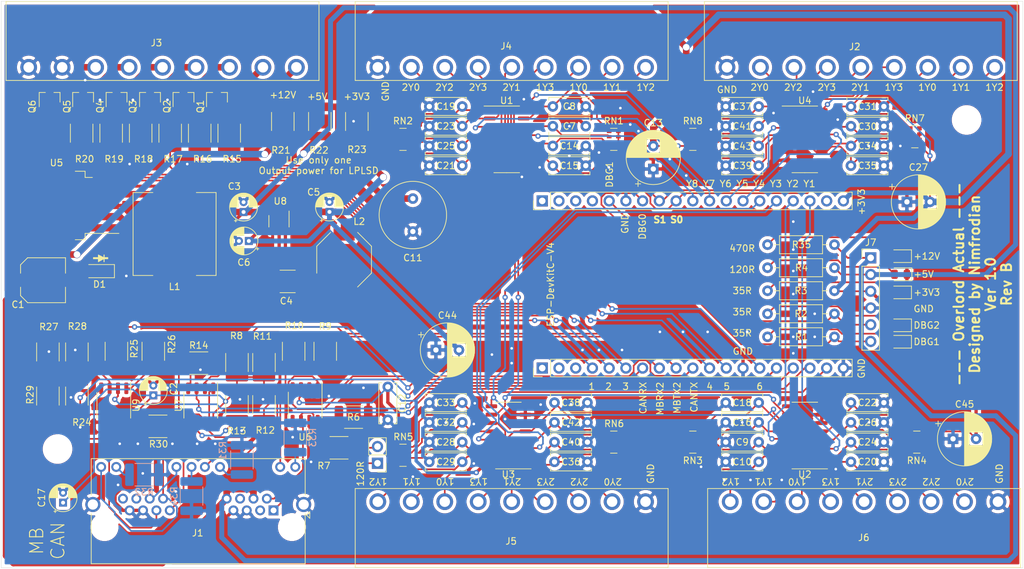
<source format=kicad_pcb>
(kicad_pcb (version 20171130) (host pcbnew "(5.1.12)-1")
  (layers (0 F.Cu signal) (31 B.Cu signal) (34 B.Paste user) (35 F.Paste user) (36 B.SilkS user) (37 F.SilkS user) (38 B.Mask user) (39 F.Mask user) (44 Edge.Cuts user))
  (net 0 "")
  (net 1 "Net-(D1-Pad1)")
  (net 2 "Net-(J3-Pad7)")
  (net 3 "Net-(J3-Pad6)")
  (net 4 "Net-(J3-Pad5)")
  (net 5 "Net-(J3-Pad4)")
  (net 6 "Net-(J3-Pad3)")
  (net 7 "Net-(J3-Pad2)")
  (net 8 "Net-(J1-Pad9)")
  (net 9 "Net-(J1-Pad6)")
  (net 10 "Net-(J1-Pad3)")
  (net 11 GND)
  (net 12 +12V)
  (net 13 +5V)
  (net 14 "Net-(ESP1-Pad22)")
  (net 15 "Net-(ESP1-Pad23)")
  (net 16 "Net-(ESP1-Pad21)")
  (net 17 Y4)
  (net 18 "Net-(ESP1-Pad37)")
  (net 19 S1)
  (net 20 +3V3)
  (net 21 Y3)
  (net 22 S0)
  (net 23 Y2)
  (net 24 Y1)
  (net 25 "Net-(ESP1-Pad3)")
  (net 26 "Net-(ESP1-Pad1)")
  (net 27 "Net-(ESP1-Pad2)")
  (net 28 CAN_RX)
  (net 29 CAN_TX)
  (net 30 CAN_L)
  (net 31 CAN_H)
  (net 32 "Net-(R10-Pad2)")
  (net 33 "Net-(U6-Pad5)")
  (net 34 "Net-(J1-Pad18)")
  (net 35 "Net-(J1-Pad20)")
  (net 36 "Net-(J1-Pad21)")
  (net 37 "Net-(J1-Pad23)")
  (net 38 "Net-(J1-Pad11)")
  (net 39 LP-LSD2)
  (net 40 LP-LSD5)
  (net 41 LP-LSD4)
  (net 42 LP-LSD1)
  (net 43 LP-LSD3)
  (net 44 LP-LSD6)
  (net 45 "Net-(Q1-Pad1)")
  (net 46 "Net-(Q2-Pad1)")
  (net 47 "Net-(Q3-Pad1)")
  (net 48 "Net-(Q4-Pad1)")
  (net 49 "Net-(Q5-Pad1)")
  (net 50 "Net-(Q6-Pad1)")
  (net 51 "Net-(ESP1-Pad20)")
  (net 52 "Net-(C4-Pad2)")
  (net 53 "Net-(C4-Pad1)")
  (net 54 "Net-(C11-Pad2)")
  (net 55 MB_TX_U2)
  (net 56 MB_RX_U2)
  (net 57 MB_DIR_CTRL_U0)
  (net 58 MB_DIR_CTRL_U2)
  (net 59 MB_RX_U0)
  (net 60 MB_TX_U0)
  (net 61 MB_B_0-)
  (net 62 MB_A_2+)
  (net 63 MB_B_2-)
  (net 64 MB_A_0+)
  (net 65 "Net-(R26-Pad2)")
  (net 66 "Net-(120R_enable1-Pad2)")
  (net 67 1_1Y1)
  (net 68 1_1Y2)
  (net 69 2_1Y1)
  (net 70 2_1Y2)
  (net 71 1_1Y0)
  (net 72 1_1Y3)
  (net 73 2_1Y0)
  (net 74 2_1Y3)
  (net 75 1_2Y0)
  (net 76 2_2Y0)
  (net 77 1_2Y1)
  (net 78 2_2Y1)
  (net 79 1_2Y2)
  (net 80 2_2Y2)
  (net 81 1_2Y3)
  (net 82 2_2Y3)
  (net 83 3_1Y1)
  (net 84 3_1Y2)
  (net 85 4_1Y1)
  (net 86 4_1Y2)
  (net 87 3_1Y0)
  (net 88 3_1Y3)
  (net 89 4_1Y0)
  (net 90 4_1Y3)
  (net 91 3_2Y0)
  (net 92 4_2Y0)
  (net 93 3_2Y1)
  (net 94 4_2Y1)
  (net 95 3_2Y2)
  (net 96 4_2Y2)
  (net 97 3_2Y3)
  (net 98 4_2Y3)
  (net 99 DEBUG_1)
  (net 100 DEBUG_0)
  (net 101 Y8)
  (net 102 Y7)
  (net 103 Y6)
  (net 104 Y5)
  (net 105 "Net-(D2-Pad2)")
  (net 106 "Net-(D3-Pad2)")
  (net 107 "Net-(D4-Pad2)")
  (net 108 "Net-(D5-Pad2)")
  (net 109 "Net-(D6-Pad2)")
  (net 110 "Net-(R6-Pad2)")
  (module Resistor_THT:R_Axial_DIN0207_L6.3mm_D2.5mm_P10.16mm_Horizontal (layer F.Cu) (at 151.9 62.4 180)
    (fp_text reference R35 (at 5 0) (layer F.SilkS))
    (fp_text value 470R)
    (pad 2 thru_hole oval (at 10.16 0 180) (size 1.6 1.6) (drill 0.8) (layers *.Cu *.Mask) (net 109 "Net-(D6-Pad2)"))
    (pad 1 thru_hole circle (at 0 0 180) (size 1.6 1.6) (drill 0.8) (layers *.Cu *.Mask) (net 12 +12V))
  )
  (module Resistor_THT:R_Axial_DIN0207_L6.3mm_D2.5mm_P10.16mm_Horizontal (layer F.Cu) (at 151.9 65.9 180)
    (fp_text reference R4 (at 5 0) (layer F.SilkS))
    (fp_text value 120R)
    (pad 2 thru_hole oval (at 10.16 0 180) (size 1.6 1.6) (drill 0.8) (layers *.Cu *.Mask) (net 108 "Net-(D5-Pad2)"))
    (pad 1 thru_hole circle (at 0 0 180) (size 1.6 1.6) (drill 0.8) (layers *.Cu *.Mask) (net 13 +5V))
  )
  (module Resistor_THT:R_Axial_DIN0207_L6.3mm_D2.5mm_P10.16mm_Horizontal (layer F.Cu) (at 151.9 69.4 180)
    (fp_text reference R3 (at 5.08 0) (layer F.SilkS))
    (fp_text value 35R)
    (pad 2 thru_hole oval (at 10.16 0 180) (size 1.6 1.6) (drill 0.8) (layers *.Cu *.Mask) (net 107 "Net-(D4-Pad2)"))
    (pad 1 thru_hole circle (at 0 0 180) (size 1.6 1.6) (drill 0.8) (layers *.Cu *.Mask) (net 20 +3V3))
  )
  (module Resistor_THT:R_Axial_DIN0207_L6.3mm_D2.5mm_P10.16mm_Horizontal (layer F.Cu) (at 151.9 72.9 180)
    (fp_text reference R2 (at 5.08 0) (layer F.SilkS))
    (fp_text value 35R)
    (pad 2 thru_hole oval (at 10.16 0 180) (size 1.6 1.6) (drill 0.8) (layers *.Cu *.Mask) (net 106 "Net-(D3-Pad2)"))
    (pad 1 thru_hole circle (at 0 0 180) (size 1.6 1.6) (drill 0.8) (layers *.Cu *.Mask) (net 99 DEBUG_1))
  )
  (module Resistor_THT:R_Axial_DIN0207_L6.3mm_D2.5mm_P10.16mm_Horizontal (layer F.Cu) (at 151.9 76.4 180)
    (fp_text reference R1 (at 5 0) (layer F.SilkS))
    (fp_text value 35R)
    (pad 2 thru_hole oval (at 10.16 0 180) (size 1.6 1.6) (drill 0.8) (layers *.Cu *.Mask) (net 105 "Net-(D2-Pad2)"))
    (pad 1 thru_hole circle (at 0 0 180) (size 1.6 1.6) (drill 0.8) (layers *.Cu *.Mask) (net 100 DEBUG_0))
  )
  (module Connector_PinHeader_2.54mm:PinHeader_1x06_P2.54mm_Vertical (layer F.Cu) (at 157.4 64.4)
    (fp_text reference J7 (at 0 -2.33) (layer F.SilkS))
    (fp_text value Conn_01x06_Male)
    (pad 6 thru_hole oval (at 0 12.7) (size 1.7 1.7) (drill 1) (layers *.Cu *.Mask) (net 100 DEBUG_0))
    (pad 5 thru_hole oval (at 0 10.16) (size 1.7 1.7) (drill 1) (layers *.Cu *.Mask) (net 99 DEBUG_1))
    (pad 4 thru_hole oval (at 0 7.62) (size 1.7 1.7) (drill 1) (layers *.Cu *.Mask) (net 11 GND))
    (pad 3 thru_hole oval (at 0 5.08) (size 1.7 1.7) (drill 1) (layers *.Cu *.Mask) (net 20 +3V3))
    (pad 2 thru_hole oval (at 0 2.54) (size 1.7 1.7) (drill 1) (layers *.Cu *.Mask) (net 13 +5V))
    (pad 1 thru_hole rect (at 0 0) (size 1.7 1.7) (drill 1) (layers *.Cu *.Mask) (net 12 +12V))
  )
  (module LED_SMD:LED_0805_2012Metric (layer F.Cu) (at 161.9 64.15 180)
    (fp_text reference D6 hide)
    (fp_text value LED)
    (pad 2 smd roundrect (at 0.9375 0 180) (size 0.975 1.4) (layers F.Cu F.Paste F.Mask) (net 109 "Net-(D6-Pad2)"))
    (pad 1 smd roundrect (at -0.9375 0 180) (size 0.975 1.4) (layers F.Cu F.Paste F.Mask) (net 11 GND))
  )
  (module LED_SMD:LED_0805_2012Metric (layer F.Cu) (at 161.9625 66.9 180)
    (fp_text reference D5 hide)
    (fp_text value LED)
    (pad 2 smd roundrect (at 0.9375 0 180) (size 0.975 1.4) (layers F.Cu F.Paste F.Mask) (net 108 "Net-(D5-Pad2)"))
    (pad 1 smd roundrect (at -0.9375 0 180) (size 0.975 1.4) (layers F.Cu F.Paste F.Mask) (net 11 GND))
  )
  (module LED_SMD:LED_0805_2012Metric (layer F.Cu) (at 161.9 69.65 180)
    (fp_text reference D4 hide)
    (fp_text value LED)
    (pad 2 smd roundrect (at 0.9375 0 180) (size 0.975 1.4) (layers F.Cu F.Paste F.Mask) (net 107 "Net-(D4-Pad2)"))
    (pad 1 smd roundrect (at -0.9375 0 180) (size 0.975 1.4) (layers F.Cu F.Paste F.Mask) (net 11 GND))
  )
  (module LED_SMD:LED_0805_2012Metric (layer F.Cu) (at 161.9 74.65 180)
    (fp_text reference D3 hide)
    (fp_text value LED)
    (pad 2 smd roundrect (at 0.9375 0 180) (size 0.975 1.4) (layers F.Cu F.Paste F.Mask) (net 106 "Net-(D3-Pad2)"))
    (pad 1 smd roundrect (at -0.9375 0 180) (size 0.975 1.4) (layers F.Cu F.Paste F.Mask) (net 11 GND))
  )
  (module LED_SMD:LED_0805_2012Metric (layer F.Cu) (at 161.9 77.15 180)
    (fp_text reference D2 hide)
    (fp_text value LED)
    (pad 2 smd roundrect (at 0.9375 0 180) (size 0.975 1.4) (layers F.Cu F.Paste F.Mask) (net 105 "Net-(D2-Pad2)"))
    (pad 1 smd roundrect (at -0.9375 0 180) (size 0.975 1.4) (layers F.Cu F.Paste F.Mask) (net 11 GND))
  )
  (module Package_SO:SO-16_3.9x9.9mm_P1.27mm (layer F.Cu) (at 147.4 46.4)
    (fp_text reference U4 (at 0 -5.9) (layer F.SilkS))
    (fp_text value 74HC4052D,653)
    (pad 16 smd roundrect (at 2.575 -4.445) (size 1.75 0.6) (layers F.Cu F.Paste F.Mask) (net 20 +3V3))
    (pad 15 smd roundrect (at 2.575 -3.175) (size 1.75 0.6) (layers F.Cu F.Paste F.Mask) (net 86 4_1Y2))
    (pad 14 smd roundrect (at 2.575 -1.905) (size 1.75 0.6) (layers F.Cu F.Paste F.Mask) (net 85 4_1Y1))
    (pad 13 smd roundrect (at 2.575 -0.635) (size 1.75 0.6) (layers F.Cu F.Paste F.Mask) (net 104 Y5))
    (pad 12 smd roundrect (at 2.575 0.635) (size 1.75 0.6) (layers F.Cu F.Paste F.Mask) (net 89 4_1Y0))
    (pad 11 smd roundrect (at 2.575 1.905) (size 1.75 0.6) (layers F.Cu F.Paste F.Mask) (net 90 4_1Y3))
    (pad 10 smd roundrect (at 2.575 3.175) (size 1.75 0.6) (layers F.Cu F.Paste F.Mask) (net 22 S0))
    (pad 9 smd roundrect (at 2.575 4.445) (size 1.75 0.6) (layers F.Cu F.Paste F.Mask) (net 19 S1))
    (pad 8 smd roundrect (at -2.575 4.445) (size 1.75 0.6) (layers F.Cu F.Paste F.Mask) (net 11 GND))
    (pad 7 smd roundrect (at -2.575 3.175) (size 1.75 0.6) (layers F.Cu F.Paste F.Mask) (net 11 GND))
    (pad 6 smd roundrect (at -2.575 1.905) (size 1.75 0.6) (layers F.Cu F.Paste F.Mask) (net 11 GND))
    (pad 5 smd roundrect (at -2.575 0.635) (size 1.75 0.6) (layers F.Cu F.Paste F.Mask) (net 94 4_2Y1))
    (pad 4 smd roundrect (at -2.575 -0.635) (size 1.75 0.6) (layers F.Cu F.Paste F.Mask) (net 98 4_2Y3))
    (pad 3 smd roundrect (at -2.575 -1.905) (size 1.75 0.6) (layers F.Cu F.Paste F.Mask) (net 103 Y6))
    (pad 2 smd roundrect (at -2.575 -3.175) (size 1.75 0.6) (layers F.Cu F.Paste F.Mask) (net 96 4_2Y2))
    (pad 1 smd roundrect (at -2.575 -4.445) (size 1.75 0.6) (layers F.Cu F.Paste F.Mask) (net 92 4_2Y0))
  )
  (module Resistor_SMD:R_Array_Convex_4x0612 (layer F.Cu) (at 130.4 46.4)
    (fp_text reference RN8 (at 0 -2.8) (layer F.SilkS))
    (fp_text value "Res_network 4.7kOhm")
    (pad 1 smd rect (at -0.7 -1.27) (size 0.7 0.64) (layers F.Cu F.Paste F.Mask) (net 20 +3V3))
    (pad 3 smd rect (at -0.7 0.4) (size 0.7 0.5) (layers F.Cu F.Paste F.Mask) (net 20 +3V3))
    (pad 2 smd rect (at -0.7 -0.4) (size 0.7 0.5) (layers F.Cu F.Paste F.Mask) (net 20 +3V3))
    (pad 4 smd rect (at -0.7 1.27) (size 0.7 0.64) (layers F.Cu F.Paste F.Mask) (net 20 +3V3))
    (pad 7 smd rect (at 0.7 -0.4) (size 0.7 0.5) (layers F.Cu F.Paste F.Mask) (net 96 4_2Y2))
    (pad 8 smd rect (at 0.7 -1.27) (size 0.7 0.64) (layers F.Cu F.Paste F.Mask) (net 92 4_2Y0))
    (pad 6 smd rect (at 0.7 0.4) (size 0.7 0.5) (layers F.Cu F.Paste F.Mask) (net 98 4_2Y3))
    (pad 5 smd rect (at 0.7 1.27) (size 0.7 0.64) (layers F.Cu F.Paste F.Mask) (net 94 4_2Y1))
  )
  (module Resistor_SMD:R_Array_Convex_4x0612 (layer F.Cu) (at 164.1 46)
    (fp_text reference RN7 (at 0 -2.8) (layer F.SilkS))
    (fp_text value "Res_network 4.7kOhm")
    (pad 1 smd rect (at -0.7 -1.27) (size 0.7 0.64) (layers F.Cu F.Paste F.Mask) (net 86 4_1Y2))
    (pad 3 smd rect (at -0.7 0.4) (size 0.7 0.5) (layers F.Cu F.Paste F.Mask) (net 89 4_1Y0))
    (pad 2 smd rect (at -0.7 -0.4) (size 0.7 0.5) (layers F.Cu F.Paste F.Mask) (net 85 4_1Y1))
    (pad 4 smd rect (at -0.7 1.27) (size 0.7 0.64) (layers F.Cu F.Paste F.Mask) (net 90 4_1Y3))
    (pad 7 smd rect (at 0.7 -0.4) (size 0.7 0.5) (layers F.Cu F.Paste F.Mask) (net 20 +3V3))
    (pad 8 smd rect (at 0.7 -1.27) (size 0.7 0.64) (layers F.Cu F.Paste F.Mask) (net 20 +3V3))
    (pad 6 smd rect (at 0.7 0.4) (size 0.7 0.5) (layers F.Cu F.Paste F.Mask) (net 20 +3V3))
    (pad 5 smd rect (at 0.7 1.27) (size 0.7 0.64) (layers F.Cu F.Paste F.Mask) (net 20 +3V3))
  )
  (module Resistor_SMD:R_Array_Convex_4x0612 (layer F.Cu) (at 118.4 92.4 180)
    (fp_text reference RN6 (at -0.05 2.8) (layer F.SilkS))
    (fp_text value "Res_network 4.7kOhm")
    (pad 1 smd rect (at -0.7 -1.27 180) (size 0.7 0.64) (layers F.Cu F.Paste F.Mask) (net 20 +3V3))
    (pad 3 smd rect (at -0.7 0.4 180) (size 0.7 0.5) (layers F.Cu F.Paste F.Mask) (net 20 +3V3))
    (pad 2 smd rect (at -0.7 -0.4 180) (size 0.7 0.5) (layers F.Cu F.Paste F.Mask) (net 20 +3V3))
    (pad 4 smd rect (at -0.7 1.27 180) (size 0.7 0.64) (layers F.Cu F.Paste F.Mask) (net 20 +3V3))
    (pad 7 smd rect (at 0.7 -0.4 180) (size 0.7 0.5) (layers F.Cu F.Paste F.Mask) (net 95 3_2Y2))
    (pad 8 smd rect (at 0.7 -1.27 180) (size 0.7 0.64) (layers F.Cu F.Paste F.Mask) (net 91 3_2Y0))
    (pad 6 smd rect (at 0.7 0.4 180) (size 0.7 0.5) (layers F.Cu F.Paste F.Mask) (net 97 3_2Y3))
    (pad 5 smd rect (at 0.7 1.27 180) (size 0.7 0.64) (layers F.Cu F.Paste F.Mask) (net 93 3_2Y1))
  )
  (module Resistor_SMD:R_Array_Convex_4x0612 (layer F.Cu) (at 86.4 94.4 180)
    (fp_text reference RN5 (at -0.05 2.8) (layer F.SilkS))
    (fp_text value "Res_network 4.7kOhm")
    (pad 1 smd rect (at -0.7 -1.27 180) (size 0.7 0.64) (layers F.Cu F.Paste F.Mask) (net 84 3_1Y2))
    (pad 3 smd rect (at -0.7 0.4 180) (size 0.7 0.5) (layers F.Cu F.Paste F.Mask) (net 87 3_1Y0))
    (pad 2 smd rect (at -0.7 -0.4 180) (size 0.7 0.5) (layers F.Cu F.Paste F.Mask) (net 83 3_1Y1))
    (pad 4 smd rect (at -0.7 1.27 180) (size 0.7 0.64) (layers F.Cu F.Paste F.Mask) (net 88 3_1Y3))
    (pad 7 smd rect (at 0.7 -0.4 180) (size 0.7 0.5) (layers F.Cu F.Paste F.Mask) (net 20 +3V3))
    (pad 8 smd rect (at 0.7 -1.27 180) (size 0.7 0.64) (layers F.Cu F.Paste F.Mask) (net 20 +3V3))
    (pad 6 smd rect (at 0.7 0.4 180) (size 0.7 0.5) (layers F.Cu F.Paste F.Mask) (net 20 +3V3))
    (pad 5 smd rect (at 0.7 1.27 180) (size 0.7 0.64) (layers F.Cu F.Paste F.Mask) (net 20 +3V3))
  )
  (module Resistor_SMD:R_Array_Convex_4x0612 (layer F.Cu) (at 164.4 92.4 180)
    (fp_text reference RN4 (at 0 -2.8) (layer F.SilkS))
    (fp_text value "Res_network 4.7kOhm")
    (pad 1 smd rect (at -0.7 -1.27 180) (size 0.7 0.64) (layers F.Cu F.Paste F.Mask) (net 20 +3V3))
    (pad 3 smd rect (at -0.7 0.4 180) (size 0.7 0.5) (layers F.Cu F.Paste F.Mask) (net 20 +3V3))
    (pad 2 smd rect (at -0.7 -0.4 180) (size 0.7 0.5) (layers F.Cu F.Paste F.Mask) (net 20 +3V3))
    (pad 4 smd rect (at -0.7 1.27 180) (size 0.7 0.64) (layers F.Cu F.Paste F.Mask) (net 20 +3V3))
    (pad 7 smd rect (at 0.7 -0.4 180) (size 0.7 0.5) (layers F.Cu F.Paste F.Mask) (net 80 2_2Y2))
    (pad 8 smd rect (at 0.7 -1.27 180) (size 0.7 0.64) (layers F.Cu F.Paste F.Mask) (net 76 2_2Y0))
    (pad 6 smd rect (at 0.7 0.4 180) (size 0.7 0.5) (layers F.Cu F.Paste F.Mask) (net 82 2_2Y3))
    (pad 5 smd rect (at 0.7 1.27 180) (size 0.7 0.64) (layers F.Cu F.Paste F.Mask) (net 78 2_2Y1))
  )
  (module Resistor_SMD:R_Array_Convex_4x0612 (layer F.Cu) (at 130.4 92.4 180)
    (fp_text reference RN3 (at 0 -2.8) (layer F.SilkS))
    (fp_text value "Res_network 4.7kOhm")
    (pad 1 smd rect (at -0.7 -1.27 180) (size 0.7 0.64) (layers F.Cu F.Paste F.Mask) (net 70 2_1Y2))
    (pad 3 smd rect (at -0.7 0.4 180) (size 0.7 0.5) (layers F.Cu F.Paste F.Mask) (net 73 2_1Y0))
    (pad 2 smd rect (at -0.7 -0.4 180) (size 0.7 0.5) (layers F.Cu F.Paste F.Mask) (net 69 2_1Y1))
    (pad 4 smd rect (at -0.7 1.27 180) (size 0.7 0.64) (layers F.Cu F.Paste F.Mask) (net 74 2_1Y3))
    (pad 7 smd rect (at 0.7 -0.4 180) (size 0.7 0.5) (layers F.Cu F.Paste F.Mask) (net 20 +3V3))
    (pad 8 smd rect (at 0.7 -1.27 180) (size 0.7 0.64) (layers F.Cu F.Paste F.Mask) (net 20 +3V3))
    (pad 6 smd rect (at 0.7 0.4 180) (size 0.7 0.5) (layers F.Cu F.Paste F.Mask) (net 20 +3V3))
    (pad 5 smd rect (at 0.7 1.27 180) (size 0.7 0.64) (layers F.Cu F.Paste F.Mask) (net 20 +3V3))
  )
  (module Resistor_SMD:R_Array_Convex_4x0612 (layer F.Cu) (at 86.4 46.4)
    (fp_text reference RN2 (at 0 -2.8) (layer F.SilkS))
    (fp_text value "Res_network 4.7kOhm")
    (pad 1 smd rect (at -0.7 -1.27) (size 0.7 0.64) (layers F.Cu F.Paste F.Mask) (net 20 +3V3))
    (pad 3 smd rect (at -0.7 0.4) (size 0.7 0.5) (layers F.Cu F.Paste F.Mask) (net 20 +3V3))
    (pad 2 smd rect (at -0.7 -0.4) (size 0.7 0.5) (layers F.Cu F.Paste F.Mask) (net 20 +3V3))
    (pad 4 smd rect (at -0.7 1.27) (size 0.7 0.64) (layers F.Cu F.Paste F.Mask) (net 20 +3V3))
    (pad 7 smd rect (at 0.7 -0.4) (size 0.7 0.5) (layers F.Cu F.Paste F.Mask) (net 79 1_2Y2))
    (pad 8 smd rect (at 0.7 -1.27) (size 0.7 0.64) (layers F.Cu F.Paste F.Mask) (net 75 1_2Y0))
    (pad 6 smd rect (at 0.7 0.4) (size 0.7 0.5) (layers F.Cu F.Paste F.Mask) (net 81 1_2Y3))
    (pad 5 smd rect (at 0.7 1.27) (size 0.7 0.64) (layers F.Cu F.Paste F.Mask) (net 77 1_2Y1))
  )
  (module Resistor_SMD:R_Array_Convex_4x0612 (layer F.Cu) (at 118.4 46.4)
    (fp_text reference RN1 (at 0 -2.8) (layer F.SilkS))
    (fp_text value "Res_network 4.7kOhm")
    (pad 1 smd rect (at -0.7 -1.27) (size 0.7 0.64) (layers F.Cu F.Paste F.Mask) (net 68 1_1Y2))
    (pad 3 smd rect (at -0.7 0.4) (size 0.7 0.5) (layers F.Cu F.Paste F.Mask) (net 71 1_1Y0))
    (pad 2 smd rect (at -0.7 -0.4) (size 0.7 0.5) (layers F.Cu F.Paste F.Mask) (net 67 1_1Y1))
    (pad 4 smd rect (at -0.7 1.27) (size 0.7 0.64) (layers F.Cu F.Paste F.Mask) (net 72 1_1Y3))
    (pad 7 smd rect (at 0.7 -0.4) (size 0.7 0.5) (layers F.Cu F.Paste F.Mask) (net 20 +3V3))
    (pad 8 smd rect (at 0.7 -1.27) (size 0.7 0.64) (layers F.Cu F.Paste F.Mask) (net 20 +3V3))
    (pad 6 smd rect (at 0.7 0.4) (size 0.7 0.5) (layers F.Cu F.Paste F.Mask) (net 20 +3V3))
    (pad 5 smd rect (at 0.7 1.27) (size 0.7 0.64) (layers F.Cu F.Paste F.Mask) (net 20 +3V3))
  )
  (module Capacitor_THT:C_Disc_D6.0mm_W2.5mm_P5.00mm (layer F.Cu) (at 135.4 47.4)
    (fp_text reference C43 (at 2.5125 0.05) (layer F.SilkS))
    (fp_text value 100nF)
    (pad 2 thru_hole circle (at 5 0) (size 1.6 1.6) (drill 0.8) (layers *.Cu *.Mask) (net 98 4_2Y3))
    (pad 1 thru_hole circle (at 0 0) (size 1.6 1.6) (drill 0.8) (layers *.Cu *.Mask) (net 11 GND))
  )
  (module Capacitor_THT:C_Disc_D6.0mm_W2.5mm_P5.00mm (layer F.Cu) (at 114.4 89.4 180)
    (fp_text reference C42 (at 2.5 0) (layer F.SilkS))
    (fp_text value 100nF)
    (pad 2 thru_hole circle (at 5 0 180) (size 1.6 1.6) (drill 0.8) (layers *.Cu *.Mask) (net 97 3_2Y3))
    (pad 1 thru_hole circle (at 0 0 180) (size 1.6 1.6) (drill 0.8) (layers *.Cu *.Mask) (net 11 GND))
  )
  (module Capacitor_THT:C_Disc_D6.0mm_W2.5mm_P5.00mm (layer F.Cu) (at 135.4 44.4)
    (fp_text reference C41 (at 2.5 0) (layer F.SilkS))
    (fp_text value 100nF)
    (pad 2 thru_hole circle (at 5 0) (size 1.6 1.6) (drill 0.8) (layers *.Cu *.Mask) (net 96 4_2Y2))
    (pad 1 thru_hole circle (at 0 0) (size 1.6 1.6) (drill 0.8) (layers *.Cu *.Mask) (net 11 GND))
  )
  (module Capacitor_THT:C_Disc_D6.0mm_W2.5mm_P5.00mm (layer F.Cu) (at 114.4 92.4 180)
    (fp_text reference C40 (at 2.5 0) (layer F.SilkS))
    (fp_text value 100nF)
    (pad 2 thru_hole circle (at 5 0 180) (size 1.6 1.6) (drill 0.8) (layers *.Cu *.Mask) (net 95 3_2Y2))
    (pad 1 thru_hole circle (at 0 0 180) (size 1.6 1.6) (drill 0.8) (layers *.Cu *.Mask) (net 11 GND))
  )
  (module Capacitor_THT:C_Disc_D6.0mm_W2.5mm_P5.00mm (layer F.Cu) (at 135.4 50.4)
    (fp_text reference C39 (at 2.525 0) (layer F.SilkS))
    (fp_text value 100nF)
    (pad 2 thru_hole circle (at 5 0) (size 1.6 1.6) (drill 0.8) (layers *.Cu *.Mask) (net 94 4_2Y1))
    (pad 1 thru_hole circle (at 0 0) (size 1.6 1.6) (drill 0.8) (layers *.Cu *.Mask) (net 11 GND))
  )
  (module Capacitor_THT:C_Disc_D6.0mm_W2.5mm_P5.00mm (layer F.Cu) (at 114.4 86.4 180)
    (fp_text reference C38 (at 2.5 0) (layer F.SilkS))
    (fp_text value 100nF)
    (pad 2 thru_hole circle (at 5 0 180) (size 1.6 1.6) (drill 0.8) (layers *.Cu *.Mask) (net 93 3_2Y1))
    (pad 1 thru_hole circle (at 0 0 180) (size 1.6 1.6) (drill 0.8) (layers *.Cu *.Mask) (net 11 GND))
  )
  (module Capacitor_THT:C_Disc_D6.0mm_W2.5mm_P5.00mm (layer F.Cu) (at 135.4 41.4)
    (fp_text reference C37 (at 2.5 0) (layer F.SilkS))
    (fp_text value 100nF)
    (pad 2 thru_hole circle (at 5 0) (size 1.6 1.6) (drill 0.8) (layers *.Cu *.Mask) (net 92 4_2Y0))
    (pad 1 thru_hole circle (at 0 0) (size 1.6 1.6) (drill 0.8) (layers *.Cu *.Mask) (net 11 GND))
  )
  (module Capacitor_THT:C_Disc_D6.0mm_W2.5mm_P5.00mm (layer F.Cu) (at 114.4 95.4 180)
    (fp_text reference C36 (at 2.5 0) (layer F.SilkS))
    (fp_text value 100nF)
    (pad 2 thru_hole circle (at 5 0 180) (size 1.6 1.6) (drill 0.8) (layers *.Cu *.Mask) (net 91 3_2Y0))
    (pad 1 thru_hole circle (at 0 0 180) (size 1.6 1.6) (drill 0.8) (layers *.Cu *.Mask) (net 11 GND))
  )
  (module Capacitor_THT:C_Disc_D6.0mm_W2.5mm_P5.00mm (layer F.Cu) (at 154.4 50.4)
    (fp_text reference C35 (at 2.5 0) (layer F.SilkS))
    (fp_text value 100nF)
    (pad 2 thru_hole circle (at 5 0) (size 1.6 1.6) (drill 0.8) (layers *.Cu *.Mask) (net 11 GND))
    (pad 1 thru_hole circle (at 0 0) (size 1.6 1.6) (drill 0.8) (layers *.Cu *.Mask) (net 90 4_1Y3))
  )
  (module Capacitor_THT:C_Disc_D6.0mm_W2.5mm_P5.00mm (layer F.Cu) (at 159.4 47.4 180)
    (fp_text reference C34 (at 2.5 0) (layer F.SilkS))
    (fp_text value 100nF)
    (pad 2 thru_hole circle (at 5 0 180) (size 1.6 1.6) (drill 0.8) (layers *.Cu *.Mask) (net 89 4_1Y0))
    (pad 1 thru_hole circle (at 0 0 180) (size 1.6 1.6) (drill 0.8) (layers *.Cu *.Mask) (net 11 GND))
  )
  (module Capacitor_THT:C_Disc_D6.0mm_W2.5mm_P5.00mm (layer F.Cu) (at 95.4 86.4 180)
    (fp_text reference C33 (at 2.5 0) (layer F.SilkS))
    (fp_text value 100nF)
    (pad 2 thru_hole circle (at 5 0 180) (size 1.6 1.6) (drill 0.8) (layers *.Cu *.Mask) (net 11 GND))
    (pad 1 thru_hole circle (at 0 0 180) (size 1.6 1.6) (drill 0.8) (layers *.Cu *.Mask) (net 88 3_1Y3))
  )
  (module Capacitor_THT:C_Disc_D6.0mm_W2.5mm_P5.00mm (layer F.Cu) (at 90.4 89.4)
    (fp_text reference C32 (at 2.5 0) (layer F.SilkS))
    (fp_text value 100nF)
    (pad 2 thru_hole circle (at 5 0) (size 1.6 1.6) (drill 0.8) (layers *.Cu *.Mask) (net 87 3_1Y0))
    (pad 1 thru_hole circle (at 0 0) (size 1.6 1.6) (drill 0.8) (layers *.Cu *.Mask) (net 11 GND))
  )
  (module Capacitor_THT:C_Disc_D6.0mm_W2.5mm_P5.00mm (layer F.Cu) (at 154.4 41.4)
    (fp_text reference C31 (at 2.5 0) (layer F.SilkS))
    (fp_text value 100nF)
    (pad 2 thru_hole circle (at 5 0) (size 1.6 1.6) (drill 0.8) (layers *.Cu *.Mask) (net 11 GND))
    (pad 1 thru_hole circle (at 0 0) (size 1.6 1.6) (drill 0.8) (layers *.Cu *.Mask) (net 86 4_1Y2))
  )
  (module Capacitor_THT:C_Disc_D6.0mm_W2.5mm_P5.00mm (layer F.Cu) (at 159.4 44.4 180)
    (fp_text reference C30 (at 2.5 -0.05 180) (layer F.SilkS))
    (fp_text value 100nF)
    (pad 2 thru_hole circle (at 5 0 180) (size 1.6 1.6) (drill 0.8) (layers *.Cu *.Mask) (net 85 4_1Y1))
    (pad 1 thru_hole circle (at 0 0 180) (size 1.6 1.6) (drill 0.8) (layers *.Cu *.Mask) (net 11 GND))
  )
  (module Capacitor_THT:C_Disc_D6.0mm_W2.5mm_P5.00mm (layer F.Cu) (at 95.4 95.4 180)
    (fp_text reference C29 (at 2.5 0) (layer F.SilkS))
    (fp_text value 100nF)
    (pad 2 thru_hole circle (at 5 0 180) (size 1.6 1.6) (drill 0.8) (layers *.Cu *.Mask) (net 11 GND))
    (pad 1 thru_hole circle (at 0 0 180) (size 1.6 1.6) (drill 0.8) (layers *.Cu *.Mask) (net 84 3_1Y2))
  )
  (module Capacitor_THT:C_Disc_D6.0mm_W2.5mm_P5.00mm (layer F.Cu) (at 90.4 92.4)
    (fp_text reference C28 (at 2.5 0) (layer F.SilkS))
    (fp_text value 100nF)
    (pad 2 thru_hole circle (at 5 0) (size 1.6 1.6) (drill 0.8) (layers *.Cu *.Mask) (net 83 3_1Y1))
    (pad 1 thru_hole circle (at 0 0) (size 1.6 1.6) (drill 0.8) (layers *.Cu *.Mask) (net 11 GND))
  )
  (module Capacitor_THT:C_Disc_D6.0mm_W2.5mm_P5.00mm (layer F.Cu) (at 159.4 89.4 180)
    (fp_text reference C26 (at 2.5 0) (layer F.SilkS))
    (fp_text value 100nF)
    (pad 2 thru_hole circle (at 5 0 180) (size 1.6 1.6) (drill 0.8) (layers *.Cu *.Mask) (net 82 2_2Y3))
    (pad 1 thru_hole circle (at 0 0 180) (size 1.6 1.6) (drill 0.8) (layers *.Cu *.Mask) (net 11 GND))
  )
  (module Capacitor_THT:C_Disc_D6.0mm_W2.5mm_P5.00mm (layer F.Cu) (at 90.4 47.4)
    (fp_text reference C25 (at 2.5 0) (layer F.SilkS))
    (fp_text value 100nF)
    (pad 2 thru_hole circle (at 5 0) (size 1.6 1.6) (drill 0.8) (layers *.Cu *.Mask) (net 81 1_2Y3))
    (pad 1 thru_hole circle (at 0 0) (size 1.6 1.6) (drill 0.8) (layers *.Cu *.Mask) (net 11 GND))
  )
  (module Capacitor_THT:C_Disc_D6.0mm_W2.5mm_P5.00mm (layer F.Cu) (at 159.4 92.4 180)
    (fp_text reference C24 (at 2.5 0) (layer F.SilkS))
    (fp_text value 100nF)
    (pad 2 thru_hole circle (at 5 0 180) (size 1.6 1.6) (drill 0.8) (layers *.Cu *.Mask) (net 80 2_2Y2))
    (pad 1 thru_hole circle (at 0 0 180) (size 1.6 1.6) (drill 0.8) (layers *.Cu *.Mask) (net 11 GND))
  )
  (module Capacitor_THT:C_Disc_D6.0mm_W2.5mm_P5.00mm (layer F.Cu) (at 90.4 44.4)
    (fp_text reference C23 (at 2.5 0) (layer F.SilkS))
    (fp_text value 100nF)
    (pad 2 thru_hole circle (at 5 0) (size 1.6 1.6) (drill 0.8) (layers *.Cu *.Mask) (net 79 1_2Y2))
    (pad 1 thru_hole circle (at 0 0) (size 1.6 1.6) (drill 0.8) (layers *.Cu *.Mask) (net 11 GND))
  )
  (module Capacitor_THT:C_Disc_D6.0mm_W2.5mm_P5.00mm (layer F.Cu) (at 159.4 86.4 180)
    (fp_text reference C22 (at 2.5 0) (layer F.SilkS))
    (fp_text value 100nF)
    (pad 2 thru_hole circle (at 5 0 180) (size 1.6 1.6) (drill 0.8) (layers *.Cu *.Mask) (net 78 2_2Y1))
    (pad 1 thru_hole circle (at 0 0 180) (size 1.6 1.6) (drill 0.8) (layers *.Cu *.Mask) (net 11 GND))
  )
  (module Capacitor_THT:C_Disc_D6.0mm_W2.5mm_P5.00mm (layer F.Cu) (at 90.4 50.4)
    (fp_text reference C21 (at 2.5 0) (layer F.SilkS))
    (fp_text value 100nF)
    (pad 2 thru_hole circle (at 5 0) (size 1.6 1.6) (drill 0.8) (layers *.Cu *.Mask) (net 77 1_2Y1))
    (pad 1 thru_hole circle (at 0 0) (size 1.6 1.6) (drill 0.8) (layers *.Cu *.Mask) (net 11 GND))
  )
  (module Capacitor_THT:C_Disc_D6.0mm_W2.5mm_P5.00mm (layer F.Cu) (at 159.4 95.4 180)
    (fp_text reference C20 (at 2.5 0) (layer F.SilkS))
    (fp_text value 100nF)
    (pad 2 thru_hole circle (at 5 0 180) (size 1.6 1.6) (drill 0.8) (layers *.Cu *.Mask) (net 76 2_2Y0))
    (pad 1 thru_hole circle (at 0 0 180) (size 1.6 1.6) (drill 0.8) (layers *.Cu *.Mask) (net 11 GND))
  )
  (module Capacitor_THT:C_Disc_D6.0mm_W2.5mm_P5.00mm (layer F.Cu) (at 90.4 41.4)
    (fp_text reference C19 (at 2.5 0) (layer F.SilkS))
    (fp_text value 100nF)
    (pad 2 thru_hole circle (at 5 0) (size 1.6 1.6) (drill 0.8) (layers *.Cu *.Mask) (net 75 1_2Y0))
    (pad 1 thru_hole circle (at 0 0) (size 1.6 1.6) (drill 0.8) (layers *.Cu *.Mask) (net 11 GND))
  )
  (module Capacitor_THT:C_Disc_D6.0mm_W2.5mm_P5.00mm (layer F.Cu) (at 140.4 86.4 180)
    (fp_text reference C18 (at 2.5 0) (layer F.SilkS))
    (fp_text value 100nF)
    (pad 2 thru_hole circle (at 5 0 180) (size 1.6 1.6) (drill 0.8) (layers *.Cu *.Mask) (net 11 GND))
    (pad 1 thru_hole circle (at 0 0 180) (size 1.6 1.6) (drill 0.8) (layers *.Cu *.Mask) (net 74 2_1Y3))
  )
  (module Capacitor_THT:C_Disc_D6.0mm_W2.5mm_P5.00mm (layer F.Cu) (at 135.4 89.4)
    (fp_text reference C16 (at 2.5 0) (layer F.SilkS))
    (fp_text value 100nF)
    (pad 2 thru_hole circle (at 5 0) (size 1.6 1.6) (drill 0.8) (layers *.Cu *.Mask) (net 73 2_1Y0))
    (pad 1 thru_hole circle (at 0 0) (size 1.6 1.6) (drill 0.8) (layers *.Cu *.Mask) (net 11 GND))
  )
  (module Capacitor_THT:C_Disc_D6.0mm_W2.5mm_P5.00mm (layer F.Cu) (at 109.15 50.4)
    (fp_text reference C15 (at 2.5 0) (layer F.SilkS))
    (fp_text value 100nF)
    (pad 2 thru_hole circle (at 5 0) (size 1.6 1.6) (drill 0.8) (layers *.Cu *.Mask) (net 11 GND))
    (pad 1 thru_hole circle (at 0 0) (size 1.6 1.6) (drill 0.8) (layers *.Cu *.Mask) (net 72 1_1Y3))
  )
  (module Capacitor_THT:C_Disc_D6.0mm_W2.5mm_P5.00mm (layer F.Cu) (at 114.15 47.4 180)
    (fp_text reference C14 (at 2.5 0) (layer F.SilkS))
    (fp_text value 100nF)
    (pad 2 thru_hole circle (at 5 0 180) (size 1.6 1.6) (drill 0.8) (layers *.Cu *.Mask) (net 71 1_1Y0))
    (pad 1 thru_hole circle (at 0 0 180) (size 1.6 1.6) (drill 0.8) (layers *.Cu *.Mask) (net 11 GND))
  )
  (module Capacitor_THT:C_Disc_D6.0mm_W2.5mm_P5.00mm (layer F.Cu) (at 140.4 95.4 180)
    (fp_text reference C10 (at 2.5 0) (layer F.SilkS))
    (fp_text value 100nF)
    (pad 2 thru_hole circle (at 5 0 180) (size 1.6 1.6) (drill 0.8) (layers *.Cu *.Mask) (net 11 GND))
    (pad 1 thru_hole circle (at 0 0 180) (size 1.6 1.6) (drill 0.8) (layers *.Cu *.Mask) (net 70 2_1Y2))
  )
  (module Capacitor_THT:C_Disc_D6.0mm_W2.5mm_P5.00mm (layer F.Cu) (at 135.4 92.4)
    (fp_text reference C9 (at 2.5 0) (layer F.SilkS))
    (fp_text value 100nF)
    (pad 2 thru_hole circle (at 5 0) (size 1.6 1.6) (drill 0.8) (layers *.Cu *.Mask) (net 69 2_1Y1))
    (pad 1 thru_hole circle (at 0 0) (size 1.6 1.6) (drill 0.8) (layers *.Cu *.Mask) (net 11 GND))
  )
  (module Capacitor_THT:C_Disc_D6.0mm_W2.5mm_P5.00mm (layer F.Cu) (at 109.15 41.4)
    (fp_text reference C8 (at 2.5 0) (layer F.SilkS))
    (fp_text value 100nF)
    (pad 2 thru_hole circle (at 5 0) (size 1.6 1.6) (drill 0.8) (layers *.Cu *.Mask) (net 11 GND))
    (pad 1 thru_hole circle (at 0 0) (size 1.6 1.6) (drill 0.8) (layers *.Cu *.Mask) (net 68 1_1Y2))
  )
  (module Capacitor_THT:C_Disc_D6.0mm_W2.5mm_P5.00mm (layer F.Cu) (at 114.15 44.4 180)
    (fp_text reference C7 (at 2.5 0) (layer F.SilkS))
    (fp_text value 100nF)
    (pad 2 thru_hole circle (at 5 0 180) (size 1.6 1.6) (drill 0.8) (layers *.Cu *.Mask) (net 67 1_1Y1))
    (pad 1 thru_hole circle (at 0 0 180) (size 1.6 1.6) (drill 0.8) (layers *.Cu *.Mask) (net 11 GND))
  )
  (module Package_SO:SO-16_3.9x9.9mm_P1.27mm (layer F.Cu) (at 102.4 91.4 180)
    (fp_text reference U3 (at 0 -5.9) (layer F.SilkS))
    (fp_text value 74HC4052D,653)
    (pad 16 smd roundrect (at 2.575 -4.445 180) (size 1.75 0.6) (layers F.Cu F.Paste F.Mask) (net 20 +3V3))
    (pad 15 smd roundrect (at 2.575 -3.175 180) (size 1.75 0.6) (layers F.Cu F.Paste F.Mask) (net 84 3_1Y2))
    (pad 14 smd roundrect (at 2.575 -1.905 180) (size 1.75 0.6) (layers F.Cu F.Paste F.Mask) (net 83 3_1Y1))
    (pad 13 smd roundrect (at 2.575 -0.635 180) (size 1.75 0.6) (layers F.Cu F.Paste F.Mask) (net 17 Y4))
    (pad 12 smd roundrect (at 2.575 0.635 180) (size 1.75 0.6) (layers F.Cu F.Paste F.Mask) (net 87 3_1Y0))
    (pad 11 smd roundrect (at 2.575 1.905 180) (size 1.75 0.6) (layers F.Cu F.Paste F.Mask) (net 88 3_1Y3))
    (pad 10 smd roundrect (at 2.575 3.175 180) (size 1.75 0.6) (layers F.Cu F.Paste F.Mask) (net 22 S0))
    (pad 9 smd roundrect (at 2.575 4.445 180) (size 1.75 0.6) (layers F.Cu F.Paste F.Mask) (net 19 S1))
    (pad 8 smd roundrect (at -2.575 4.445 180) (size 1.75 0.6) (layers F.Cu F.Paste F.Mask) (net 11 GND))
    (pad 7 smd roundrect (at -2.575 3.175 180) (size 1.75 0.6) (layers F.Cu F.Paste F.Mask) (net 11 GND))
    (pad 6 smd roundrect (at -2.575 1.905 180) (size 1.75 0.6) (layers F.Cu F.Paste F.Mask) (net 11 GND))
    (pad 5 smd roundrect (at -2.575 0.635 180) (size 1.75 0.6) (layers F.Cu F.Paste F.Mask) (net 93 3_2Y1))
    (pad 4 smd roundrect (at -2.575 -0.635 180) (size 1.75 0.6) (layers F.Cu F.Paste F.Mask) (net 97 3_2Y3))
    (pad 3 smd roundrect (at -2.575 -1.905 180) (size 1.75 0.6) (layers F.Cu F.Paste F.Mask) (net 21 Y3))
    (pad 2 smd roundrect (at -2.575 -3.175 180) (size 1.75 0.6) (layers F.Cu F.Paste F.Mask) (net 95 3_2Y2))
    (pad 1 smd roundrect (at -2.575 -4.445 180) (size 1.75 0.6) (layers F.Cu F.Paste F.Mask) (net 91 3_2Y0))
  )
  (module Package_SO:SO-16_3.9x9.9mm_P1.27mm (layer F.Cu) (at 147.4 91.4 180)
    (fp_text reference U2 (at 0 -5.9) (layer F.SilkS))
    (fp_text value 74HC4052D,653)
    (pad 16 smd roundrect (at 2.575 -4.445 180) (size 1.75 0.6) (layers F.Cu F.Paste F.Mask) (net 20 +3V3))
    (pad 15 smd roundrect (at 2.575 -3.175 180) (size 1.75 0.6) (layers F.Cu F.Paste F.Mask) (net 70 2_1Y2))
    (pad 14 smd roundrect (at 2.575 -1.905 180) (size 1.75 0.6) (layers F.Cu F.Paste F.Mask) (net 69 2_1Y1))
    (pad 13 smd roundrect (at 2.575 -0.635 180) (size 1.75 0.6) (layers F.Cu F.Paste F.Mask) (net 23 Y2))
    (pad 12 smd roundrect (at 2.575 0.635 180) (size 1.75 0.6) (layers F.Cu F.Paste F.Mask) (net 73 2_1Y0))
    (pad 11 smd roundrect (at 2.575 1.905 180) (size 1.75 0.6) (layers F.Cu F.Paste F.Mask) (net 74 2_1Y3))
    (pad 10 smd roundrect (at 2.575 3.175 180) (size 1.75 0.6) (layers F.Cu F.Paste F.Mask) (net 22 S0))
    (pad 9 smd roundrect (at 2.575 4.445 180) (size 1.75 0.6) (layers F.Cu F.Paste F.Mask) (net 19 S1))
    (pad 8 smd roundrect (at -2.575 4.445 180) (size 1.75 0.6) (layers F.Cu F.Paste F.Mask) (net 11 GND))
    (pad 7 smd roundrect (at -2.575 3.175 180) (size 1.75 0.6) (layers F.Cu F.Paste F.Mask) (net 11 GND))
    (pad 6 smd roundrect (at -2.575 1.905 180) (size 1.75 0.6) (layers F.Cu F.Paste F.Mask) (net 11 GND))
    (pad 5 smd roundrect (at -2.575 0.635 180) (size 1.75 0.6) (layers F.Cu F.Paste F.Mask) (net 78 2_2Y1))
    (pad 4 smd roundrect (at -2.575 -0.635 180) (size 1.75 0.6) (layers F.Cu F.Paste F.Mask) (net 82 2_2Y3))
    (pad 3 smd roundrect (at -2.575 -1.905 180) (size 1.75 0.6) (layers F.Cu F.Paste F.Mask) (net 24 Y1))
    (pad 2 smd roundrect (at -2.575 -3.175 180) (size 1.75 0.6) (layers F.Cu F.Paste F.Mask) (net 80 2_2Y2))
    (pad 1 smd roundrect (at -2.575 -4.445 180) (size 1.75 0.6) (layers F.Cu F.Paste F.Mask) (net 76 2_2Y0))
  )
  (module Package_SO:SO-16_3.9x9.9mm_P1.27mm (layer F.Cu) (at 102.15 46.4)
    (fp_text reference U1 (at 0 -5.9) (layer F.SilkS))
    (fp_text value 74HC4052D,653)
    (pad 16 smd roundrect (at 2.575 -4.445) (size 1.75 0.6) (layers F.Cu F.Paste F.Mask) (net 20 +3V3))
    (pad 15 smd roundrect (at 2.575 -3.175) (size 1.75 0.6) (layers F.Cu F.Paste F.Mask) (net 68 1_1Y2))
    (pad 14 smd roundrect (at 2.575 -1.905) (size 1.75 0.6) (layers F.Cu F.Paste F.Mask) (net 67 1_1Y1))
    (pad 13 smd roundrect (at 2.575 -0.635) (size 1.75 0.6) (layers F.Cu F.Paste F.Mask) (net 101 Y8))
    (pad 12 smd roundrect (at 2.575 0.635) (size 1.75 0.6) (layers F.Cu F.Paste F.Mask) (net 71 1_1Y0))
    (pad 11 smd roundrect (at 2.575 1.905) (size 1.75 0.6) (layers F.Cu F.Paste F.Mask) (net 72 1_1Y3))
    (pad 10 smd roundrect (at 2.575 3.175) (size 1.75 0.6) (layers F.Cu F.Paste F.Mask) (net 22 S0))
    (pad 9 smd roundrect (at 2.575 4.445) (size 1.75 0.6) (layers F.Cu F.Paste F.Mask) (net 19 S1))
    (pad 8 smd roundrect (at -2.575 4.445) (size 1.75 0.6) (layers F.Cu F.Paste F.Mask) (net 11 GND))
    (pad 7 smd roundrect (at -2.575 3.175) (size 1.75 0.6) (layers F.Cu F.Paste F.Mask) (net 11 GND))
    (pad 6 smd roundrect (at -2.575 1.905) (size 1.75 0.6) (layers F.Cu F.Paste F.Mask) (net 11 GND))
    (pad 5 smd roundrect (at -2.575 0.635) (size 1.75 0.6) (layers F.Cu F.Paste F.Mask) (net 77 1_2Y1))
    (pad 4 smd roundrect (at -2.575 -0.635) (size 1.75 0.6) (layers F.Cu F.Paste F.Mask) (net 81 1_2Y3))
    (pad 3 smd roundrect (at -2.575 -1.905) (size 1.75 0.6) (layers F.Cu F.Paste F.Mask) (net 102 Y7))
    (pad 2 smd roundrect (at -2.575 -3.175) (size 1.75 0.6) (layers F.Cu F.Paste F.Mask) (net 79 1_2Y2))
    (pad 1 smd roundrect (at -2.575 -4.445) (size 1.75 0.6) (layers F.Cu F.Paste F.Mask) (net 75 1_2Y0))
  )
  (module Capacitor_THT:CP_Radial_D8.0mm_P3.50mm (layer F.Cu) (at 169.9 91.9)
    (fp_text reference C45 (at 1.75 -5.25) (layer F.SilkS))
    (fp_text value 220uF)
    (pad 2 thru_hole circle (at 3.5 0) (size 1.6 1.6) (drill 0.8) (layers *.Cu *.Mask) (net 20 +3V3))
    (pad 1 thru_hole rect (at 0 0) (size 1.6 1.6) (drill 0.8) (layers *.Cu *.Mask) (net 11 GND))
  )
  (module Capacitor_THT:CP_Radial_D8.0mm_P3.50mm (layer F.Cu) (at 91.4 78.4)
    (fp_text reference C44 (at 1.75 -5.25) (layer F.SilkS))
    (fp_text value 220uF)
    (pad 2 thru_hole circle (at 3.5 0) (size 1.6 1.6) (drill 0.8) (layers *.Cu *.Mask) (net 20 +3V3))
    (pad 1 thru_hole rect (at 0 0) (size 1.6 1.6) (drill 0.8) (layers *.Cu *.Mask) (net 11 GND))
  )
  (module Capacitor_THT:CP_Radial_D8.0mm_P3.50mm (layer F.Cu) (at 162.9 55.9)
    (fp_text reference C27 (at 1.75 -5.25) (layer F.SilkS))
    (fp_text value 220uF)
    (pad 2 thru_hole circle (at 3.5 0) (size 1.6 1.6) (drill 0.8) (layers *.Cu *.Mask) (net 20 +3V3))
    (pad 1 thru_hole rect (at 0 0) (size 1.6 1.6) (drill 0.8) (layers *.Cu *.Mask) (net 11 GND))
  )
  (module Capacitor_THT:CP_Radial_D8.0mm_P3.50mm (layer F.Cu) (at 124.4 50.9 90)
    (fp_text reference C13 (at 7 0 180) (layer F.SilkS))
    (fp_text value 220uF)
    (pad 2 thru_hole circle (at 3.5 0 90) (size 1.6 1.6) (drill 0.8) (layers *.Cu *.Mask) (net 20 +3V3))
    (pad 1 thru_hole rect (at 0 0 90) (size 1.6 1.6) (drill 0.8) (layers *.Cu *.Mask) (net 11 GND))
  )
  (module Capacitor_THT:C_Radial_D10.0mm_H20.0mm_P5.00mm (layer F.Cu) (at 87.9 60.4 90)
    (fp_text reference C11 (at -4 0 180) (layer F.SilkS))
    (fp_text value 1800uF)
    (pad 2 thru_hole circle (at 5 0 90) (size 1.6 1.6) (drill 0.8) (layers *.Cu *.Mask) (net 54 "Net-(C11-Pad2)"))
    (pad 1 thru_hole circle (at 0 0 90) (size 1.6 1.6) (drill 0.8) (layers *.Cu *.Mask) (net 11 GND))
  )
  (module Resistor_SMD:R_1812_4532Metric_Pad1.30x3.40mm_HandSolder (layer B.Cu) (at 54.3 100.6 270)
    (fp_text reference R34 (at 0 2.65 90) (layer B.SilkS) (effects (justify mirror)))
    (fp_text value 220)
    (pad 2 smd roundrect (at 2.225 0 270) (size 1.3 3.4) (layers B.Cu B.Paste B.Mask) (roundrect_rratio 0.1923076923076923) (net 11 GND))
    (pad 1 smd roundrect (at -2.225 0 270) (size 1.3 3.4) (layers B.Cu B.Paste B.Mask) (roundrect_rratio 0.1923076923076923) (net 36 "Net-(J1-Pad21)"))
  )
  (module Resistor_SMD:R_1812_4532Metric_Pad1.30x3.40mm_HandSolder (layer B.Cu) (at 70.05 91.7 90)
    (fp_text reference R33 (at 0 2.65 90) (layer B.SilkS) (effects (justify mirror)))
    (fp_text value 220)
    (pad 2 smd roundrect (at 2.225 0 90) (size 1.3 3.4) (layers B.Cu B.Paste B.Mask) (roundrect_rratio 0.1923076923076923) (net 11 GND))
    (pad 1 smd roundrect (at -2.225 0 90) (size 1.3 3.4) (layers B.Cu B.Paste B.Mask) (roundrect_rratio 0.1923076923076923) (net 8 "Net-(J1-Pad9)"))
  )
  (module Resistor_SMD:R_1812_4532Metric_Pad1.30x3.40mm_HandSolder (layer B.Cu) (at 47.1 97.35)
    (fp_text reference R32 (at 0 2.65) (layer B.SilkS) (effects (justify mirror)))
    (fp_text value 220)
    (pad 2 smd roundrect (at 2.225 0) (size 1.3 3.4) (layers B.Cu B.Paste B.Mask) (roundrect_rratio 0.1923076923076923) (net 11 GND))
    (pad 1 smd roundrect (at -2.225 0) (size 1.3 3.4) (layers B.Cu B.Paste B.Mask) (roundrect_rratio 0.1923076923076923) (net 37 "Net-(J1-Pad23)"))
  )
  (module Resistor_SMD:R_1812_4532Metric_Pad1.30x3.40mm_HandSolder (layer B.Cu) (at 61.95 95.1 270)
    (fp_text reference R31 (at -1.4 2.9 90) (layer B.SilkS) (effects (justify mirror)))
    (fp_text value 220)
    (pad 2 smd roundrect (at 2.225 0 270) (size 1.3 3.4) (layers B.Cu B.Paste B.Mask) (roundrect_rratio 0.1923076923076923) (net 38 "Net-(J1-Pad11)"))
    (pad 1 smd roundrect (at -2.225 0 270) (size 1.3 3.4) (layers B.Cu B.Paste B.Mask) (roundrect_rratio 0.1923076923076923) (net 11 GND))
  )
  (module roomcontroller:ESP32-DevKitC-V4 (layer F.Cu) (at 130.4 68.45 90)
    (fp_text reference ESP1 hide)
    (fp_text value ESP-DevKitC-V4 (at 0 -21.59 90) (layer F.SilkS))
    (pad 22 thru_hole oval (at 12.7 -17.78 90) (size 1.7 1.7) (drill 1) (layers *.Cu *.Mask) (net 14 "Net-(ESP1-Pad22)"))
    (pad 23 thru_hole oval (at 12.7 -15.24 90) (size 1.7 1.7) (drill 1) (layers *.Cu *.Mask) (net 15 "Net-(ESP1-Pad23)"))
    (pad 20 thru_hole rect (at 12.7 -22.86 90) (size 1.7 1.7) (drill 1) (layers *.Cu *.Mask) (net 51 "Net-(ESP1-Pad20)"))
    (pad 25 thru_hole oval (at 12.7 -10.16 90) (size 1.7 1.7) (drill 1) (layers *.Cu *.Mask) (net 11 GND))
    (pad 28 thru_hole oval (at 12.7 -2.54 90) (size 1.7 1.7) (drill 1) (layers *.Cu *.Mask) (net 22 S0))
    (pad 21 thru_hole oval (at 12.7 -20.32 90) (size 1.7 1.7) (drill 1) (layers *.Cu *.Mask) (net 16 "Net-(ESP1-Pad21)"))
    (pad 24 thru_hole oval (at 12.7 -12.7 90) (size 1.7 1.7) (drill 1) (layers *.Cu *.Mask) (net 99 DEBUG_1))
    (pad 26 thru_hole oval (at 12.7 -7.62 90) (size 1.7 1.7) (drill 1) (layers *.Cu *.Mask) (net 100 DEBUG_0))
    (pad 29 thru_hole oval (at 12.7 0 90) (size 1.7 1.7) (drill 1) (layers *.Cu *.Mask) (net 101 Y8))
    (pad 27 thru_hole oval (at 12.7 -5.08 90) (size 1.7 1.7) (drill 1) (layers *.Cu *.Mask) (net 19 S1))
    (pad 33 thru_hole oval (at 12.7 10.16 90) (size 1.7 1.7) (drill 1) (layers *.Cu *.Mask) (net 17 Y4))
    (pad 30 thru_hole oval (at 12.7 2.54 90) (size 1.7 1.7) (drill 1) (layers *.Cu *.Mask) (net 102 Y7))
    (pad 37 thru_hole oval (at 12.7 20.32 90) (size 1.7 1.7) (drill 1) (layers *.Cu *.Mask) (net 18 "Net-(ESP1-Pad37)"))
    (pad 31 thru_hole oval (at 12.7 5.08 90) (size 1.7 1.7) (drill 1) (layers *.Cu *.Mask) (net 103 Y6))
    (pad 38 thru_hole oval (at 12.7 22.86 90) (size 1.7 1.7) (drill 1) (layers *.Cu *.Mask) (net 20 +3V3))
    (pad 34 thru_hole oval (at 12.7 12.7 90) (size 1.7 1.7) (drill 1) (layers *.Cu *.Mask) (net 21 Y3))
    (pad 32 thru_hole oval (at 12.7 7.62 90) (size 1.7 1.7) (drill 1) (layers *.Cu *.Mask) (net 104 Y5))
    (pad 35 thru_hole oval (at 12.7 15.24 90) (size 1.7 1.7) (drill 1) (layers *.Cu *.Mask) (net 23 Y2))
    (pad 36 thru_hole oval (at 12.7 17.78 90) (size 1.7 1.7) (drill 1) (layers *.Cu *.Mask) (net 24 Y1))
    (pad 3 thru_hole oval (at -12.7 -17.78 90) (size 1.7 1.7) (drill 1) (layers *.Cu *.Mask) (net 25 "Net-(ESP1-Pad3)"))
    (pad 4 thru_hole oval (at -12.7 -15.24 90) (size 1.7 1.7) (drill 1) (layers *.Cu *.Mask) (net 42 LP-LSD1))
    (pad 1 thru_hole rect (at -12.7 -22.86 90) (size 1.7 1.7) (drill 1) (layers *.Cu *.Mask) (net 26 "Net-(ESP1-Pad1)"))
    (pad 6 thru_hole oval (at -12.7 -10.16 90) (size 1.7 1.7) (drill 1) (layers *.Cu *.Mask) (net 43 LP-LSD3))
    (pad 9 thru_hole oval (at -12.7 -2.54 90) (size 1.7 1.7) (drill 1) (layers *.Cu *.Mask) (net 55 MB_TX_U2))
    (pad 2 thru_hole oval (at -12.7 -20.32 90) (size 1.7 1.7) (drill 1) (layers *.Cu *.Mask) (net 27 "Net-(ESP1-Pad2)"))
    (pad 5 thru_hole oval (at -12.7 -12.7 90) (size 1.7 1.7) (drill 1) (layers *.Cu *.Mask) (net 39 LP-LSD2))
    (pad 7 thru_hole oval (at -12.7 -7.62 90) (size 1.7 1.7) (drill 1) (layers *.Cu *.Mask) (net 28 CAN_RX))
    (pad 10 thru_hole oval (at -12.7 0 90) (size 1.7 1.7) (drill 1) (layers *.Cu *.Mask) (net 29 CAN_TX))
    (pad 8 thru_hole oval (at -12.7 -5.08 90) (size 1.7 1.7) (drill 1) (layers *.Cu *.Mask) (net 56 MB_RX_U2))
    (pad 14 thru_hole oval (at -12.7 10.16 90) (size 1.7 1.7) (drill 1) (layers *.Cu *.Mask) (net 44 LP-LSD6))
    (pad 11 thru_hole oval (at -12.7 2.54 90) (size 1.7 1.7) (drill 1) (layers *.Cu *.Mask) (net 41 LP-LSD4))
    (pad 18 thru_hole oval (at -12.7 20.32 90) (size 1.7 1.7) (drill 1) (layers *.Cu *.Mask) (net 58 MB_DIR_CTRL_U2))
    (pad 12 thru_hole oval (at -12.7 5.08 90) (size 1.7 1.7) (drill 1) (layers *.Cu *.Mask) (net 40 LP-LSD5))
    (pad 19 thru_hole oval (at -12.7 22.86 90) (size 1.7 1.7) (drill 1) (layers *.Cu *.Mask) (net 11 GND))
    (pad 15 thru_hole oval (at -12.7 12.7 90) (size 1.7 1.7) (drill 1) (layers *.Cu *.Mask) (net 59 MB_RX_U0))
    (pad 13 thru_hole oval (at -12.7 7.62 90) (size 1.7 1.7) (drill 1) (layers *.Cu *.Mask) (net 11 GND))
    (pad 16 thru_hole oval (at -12.7 15.24 90) (size 1.7 1.7) (drill 1) (layers *.Cu *.Mask) (net 60 MB_TX_U0))
    (pad 17 thru_hole oval (at -12.7 17.78 90) (size 1.7 1.7) (drill 1) (layers *.Cu *.Mask) (net 57 MB_DIR_CTRL_U0))
  )
  (module TerminalBlockCustom:TerminalBlock_9_5.08mm_inverted (layer F.Cu) (at 156.4 101.45)
    (fp_text reference J6 (at -0.05 5.46) (layer F.SilkS))
    (fp_text value Screw_Terminal_01x09)
    (pad 9 thru_hole circle (at 20.32 0) (size 2.54 2.54) (drill 1.6) (layers *.Cu *.Mask) (net 11 GND))
    (pad 8 thru_hole circle (at 15.24 0) (size 2.54 2.54) (drill 1.6) (layers *.Cu *.Mask) (net 76 2_2Y0))
    (pad 7 thru_hole circle (at 10.16 0) (size 2.54 2.54) (drill 1.6) (layers *.Cu *.Mask) (net 80 2_2Y2))
    (pad 6 thru_hole circle (at 5.08 0) (size 2.54 2.54) (drill 1.6) (layers *.Cu *.Mask) (net 82 2_2Y3))
    (pad 5 thru_hole circle (at 0 0) (size 2.54 2.54) (drill 1.6) (layers *.Cu *.Mask) (net 78 2_2Y1))
    (pad 4 thru_hole circle (at -5.08 0) (size 2.54 2.54) (drill 1.6) (layers *.Cu *.Mask) (net 74 2_1Y3))
    (pad 3 thru_hole circle (at -10.16 0) (size 2.54 2.54) (drill 1.6) (layers *.Cu *.Mask) (net 73 2_1Y0))
    (pad 2 thru_hole circle (at -15.24 0) (size 2.54 2.54) (drill 1.6) (layers *.Cu *.Mask) (net 69 2_1Y1))
    (pad 1 thru_hole circle (at -20.32 0) (size 2.54 2.54) (drill 1.6) (layers *.Cu *.Mask) (net 70 2_1Y2))
  )
  (module TerminalBlockCustom:TerminalBlock_9_5.08mm_inverted (layer F.Cu) (at 102.9 101.45)
    (fp_text reference J5 (at -0.08 6.01) (layer F.SilkS))
    (fp_text value Screw_Terminal_01x09)
    (pad 9 thru_hole circle (at 20.32 0) (size 2.54 2.54) (drill 1.6) (layers *.Cu *.Mask) (net 11 GND))
    (pad 8 thru_hole circle (at 15.24 0) (size 2.54 2.54) (drill 1.6) (layers *.Cu *.Mask) (net 91 3_2Y0))
    (pad 7 thru_hole circle (at 10.16 0) (size 2.54 2.54) (drill 1.6) (layers *.Cu *.Mask) (net 95 3_2Y2))
    (pad 6 thru_hole circle (at 5.08 0) (size 2.54 2.54) (drill 1.6) (layers *.Cu *.Mask) (net 97 3_2Y3))
    (pad 5 thru_hole circle (at 0 0) (size 2.54 2.54) (drill 1.6) (layers *.Cu *.Mask) (net 93 3_2Y1))
    (pad 4 thru_hole circle (at -5.08 0) (size 2.54 2.54) (drill 1.6) (layers *.Cu *.Mask) (net 88 3_1Y3))
    (pad 3 thru_hole circle (at -10.16 0) (size 2.54 2.54) (drill 1.6) (layers *.Cu *.Mask) (net 87 3_1Y0))
    (pad 2 thru_hole circle (at -15.24 0) (size 2.54 2.54) (drill 1.6) (layers *.Cu *.Mask) (net 83 3_1Y1))
    (pad 1 thru_hole circle (at -20.32 0) (size 2.54 2.54) (drill 1.6) (layers *.Cu *.Mask) (net 84 3_1Y2))
  )
  (module TerminalBlockCustom:TerminalBlock_9_5.08mm_inverted (layer F.Cu) (at 155.9 35.45 180)
    (fp_text reference J2 (at 0.92 3.12) (layer F.SilkS))
    (fp_text value Screw_Terminal_01x09)
    (pad 9 thru_hole circle (at 20.32 0 180) (size 2.54 2.54) (drill 1.6) (layers *.Cu *.Mask) (net 11 GND))
    (pad 8 thru_hole circle (at 15.24 0 180) (size 2.54 2.54) (drill 1.6) (layers *.Cu *.Mask) (net 92 4_2Y0))
    (pad 7 thru_hole circle (at 10.16 0 180) (size 2.54 2.54) (drill 1.6) (layers *.Cu *.Mask) (net 96 4_2Y2))
    (pad 6 thru_hole circle (at 5.08 0 180) (size 2.54 2.54) (drill 1.6) (layers *.Cu *.Mask) (net 98 4_2Y3))
    (pad 5 thru_hole circle (at 0 0 180) (size 2.54 2.54) (drill 1.6) (layers *.Cu *.Mask) (net 94 4_2Y1))
    (pad 4 thru_hole circle (at -5.08 0 180) (size 2.54 2.54) (drill 1.6) (layers *.Cu *.Mask) (net 90 4_1Y3))
    (pad 3 thru_hole circle (at -10.16 0 180) (size 2.54 2.54) (drill 1.6) (layers *.Cu *.Mask) (net 89 4_1Y0))
    (pad 2 thru_hole circle (at -15.24 0 180) (size 2.54 2.54) (drill 1.6) (layers *.Cu *.Mask) (net 85 4_1Y1))
    (pad 1 thru_hole circle (at -20.32 0 180) (size 2.54 2.54) (drill 1.6) (layers *.Cu *.Mask) (net 86 4_1Y2))
  )
  (module TerminalBlockCustom:TerminalBlock_9_5.08mm (layer F.Cu) (at 102.9 35.45 180)
    (fp_text reference J4 (at 0.84 3.21) (layer F.SilkS))
    (fp_text value Screw_Terminal_01x09)
    (pad 4 thru_hole circle (at -5.08 0 180) (size 2.54 2.54) (drill 1.6) (layers *.Cu *.Mask) (net 72 1_1Y3))
    (pad 3 thru_hole circle (at -10.16 0 180) (size 2.54 2.54) (drill 1.6) (layers *.Cu *.Mask) (net 71 1_1Y0))
    (pad 2 thru_hole circle (at -15.24 0 180) (size 2.54 2.54) (drill 1.6) (layers *.Cu *.Mask) (net 67 1_1Y1))
    (pad 1 thru_hole circle (at -20.32 0 180) (size 2.54 2.54) (drill 1.6) (layers *.Cu *.Mask) (net 68 1_1Y2))
    (pad 9 thru_hole circle (at 20.32 0 180) (size 2.54 2.54) (drill 1.6) (layers *.Cu *.Mask) (net 11 GND))
    (pad 8 thru_hole circle (at 15.24 0 180) (size 2.54 2.54) (drill 1.6) (layers *.Cu *.Mask) (net 75 1_2Y0))
    (pad 7 thru_hole circle (at 10.16 0 180) (size 2.54 2.54) (drill 1.6) (layers *.Cu *.Mask) (net 79 1_2Y2))
    (pad 6 thru_hole circle (at 5.08 0 180) (size 2.54 2.54) (drill 1.6) (layers *.Cu *.Mask) (net 81 1_2Y3))
    (pad 5 thru_hole circle (at 0 0 180) (size 2.54 2.54) (drill 1.6) (layers *.Cu *.Mask) (net 77 1_2Y1))
  )
  (module TerminalBlockCustom:TerminalBlock_9_5.08mm (layer F.Cu) (at 49.9 35.45 180)
    (fp_text reference J3 (at 0.93 3.71) (layer F.SilkS))
    (fp_text value Screw_Terminal_01x09)
    (pad 4 thru_hole circle (at -5.08 0 180) (size 2.54 2.54) (drill 1.6) (layers *.Cu *.Mask) (net 5 "Net-(J3-Pad4)"))
    (pad 3 thru_hole circle (at -10.16 0 180) (size 2.54 2.54) (drill 1.6) (layers *.Cu *.Mask) (net 6 "Net-(J3-Pad3)"))
    (pad 2 thru_hole circle (at -15.24 0 180) (size 2.54 2.54) (drill 1.6) (layers *.Cu *.Mask) (net 7 "Net-(J3-Pad2)"))
    (pad 1 thru_hole circle (at -20.32 0 180) (size 2.54 2.54) (drill 1.6) (layers *.Cu *.Mask) (net 54 "Net-(C11-Pad2)"))
    (pad 9 thru_hole circle (at 20.32 0 180) (size 2.54 2.54) (drill 1.6) (layers *.Cu *.Mask) (net 11 GND))
    (pad 8 thru_hole circle (at 15.24 0 180) (size 2.54 2.54) (drill 1.6) (layers *.Cu *.Mask) (net 11 GND))
    (pad 7 thru_hole circle (at 10.16 0 180) (size 2.54 2.54) (drill 1.6) (layers *.Cu *.Mask) (net 2 "Net-(J3-Pad7)"))
    (pad 6 thru_hole circle (at 5.08 0 180) (size 2.54 2.54) (drill 1.6) (layers *.Cu *.Mask) (net 3 "Net-(J3-Pad6)"))
    (pad 5 thru_hole circle (at 0 0 180) (size 2.54 2.54) (drill 1.6) (layers *.Cu *.Mask) (net 4 "Net-(J3-Pad5)"))
  )
  (module MountingHole:MountingHole_3.5mm (layer F.Cu) (at 171.96 43.45)
    (fp_text reference H1 hide)
    (fp_text value MountingHole)
    (pad 1 np_thru_hole circle (at 0 0) (size 3.5 3.5) (drill 3.5) (layers *.Cu *.Mask))
  )
  (module MountingHole:MountingHole_3.5mm (layer F.Cu) (at 33.96 93.45)
    (fp_text reference H2 hide)
    (fp_text value MountingHole)
    (pad 1 np_thru_hole circle (at 0 0) (size 3.5 3.5) (drill 3.5) (layers *.Cu *.Mask))
  )
  (module Capacitor_THT:CP_Radial_D4.0mm_P1.50mm (layer F.Cu) (at 48.5 85.3 90)
    (fp_text reference C2 (at 1 3.1 90) (layer F.SilkS))
    (fp_text value 10uF)
    (pad 2 thru_hole circle (at 1.5 0 90) (size 1.2 1.2) (drill 0.6) (layers *.Cu *.Mask) (net 11 GND))
    (pad 1 thru_hole rect (at 0 0 90) (size 1.2 1.2) (drill 0.6) (layers *.Cu *.Mask) (net 13 +5V))
  )
  (module Capacitor_THT:CP_Radial_D4.0mm_P1.50mm (layer F.Cu) (at 34.8 101.6 90)
    (fp_text reference C17 (at 0.75 -3.25 90) (layer F.SilkS))
    (fp_text value 10uF)
    (pad 2 thru_hole circle (at 1.5 0 90) (size 1.2 1.2) (drill 0.6) (layers *.Cu *.Mask) (net 11 GND))
    (pad 1 thru_hole rect (at 0 0 90) (size 1.2 1.2) (drill 0.6) (layers *.Cu *.Mask) (net 13 +5V))
  )
  (module Capacitor_THT:CP_Radial_D4.0mm_P1.50mm (layer F.Cu) (at 63 61.84 180)
    (fp_text reference C6 (at 0.75 -3.25) (layer F.SilkS))
    (fp_text value 22uF)
    (pad 2 thru_hole circle (at 1.5 0 180) (size 1.2 1.2) (drill 0.6) (layers *.Cu *.Mask) (net 11 GND))
    (pad 1 thru_hole rect (at 0 0 180) (size 1.2 1.2) (drill 0.6) (layers *.Cu *.Mask) (net 20 +3V3))
  )
  (module Capacitor_THT:CP_Radial_D4.0mm_P1.50mm (layer F.Cu) (at 75.24 57.42 90)
    (fp_text reference C5 (at 3 -2.4 180) (layer F.SilkS))
    (fp_text value 22uF)
    (pad 2 thru_hole circle (at 1.5 0 90) (size 1.2 1.2) (drill 0.6) (layers *.Cu *.Mask) (net 11 GND))
    (pad 1 thru_hole rect (at 0 0 90) (size 1.2 1.2) (drill 0.6) (layers *.Cu *.Mask) (net 20 +3V3))
  )
  (module Capacitor_THT:CP_Radial_D4.0mm_P1.50mm (layer F.Cu) (at 62.2 57.44 90)
    (fp_text reference C3 (at 3.9 -1.4 180) (layer F.SilkS))
    (fp_text value 10uF)
    (pad 2 thru_hole circle (at 1.5 0 90) (size 1.2 1.2) (drill 0.6) (layers *.Cu *.Mask) (net 11 GND))
    (pad 1 thru_hole rect (at 0 0 90) (size 1.2 1.2) (drill 0.6) (layers *.Cu *.Mask) (net 13 +5V))
  )
  (module Capacitor_SMD:C_Elec_6.3x7.7 (layer F.Cu) (at 31.76 67.8)
    (fp_text reference C1 (at -3.8 3.7) (layer F.SilkS))
    (fp_text value 100uF)
    (pad 2 smd roundrect (at 2.5375 0) (size 3.325 1.6) (layers F.Cu F.Paste F.Mask) (roundrect_rratio 0.15625) (net 11 GND))
    (pad 1 smd roundrect (at -2.5375 0) (size 3.325 1.6) (layers F.Cu F.Paste F.Mask) (roundrect_rratio 0.15625) (net 12 +12V))
  )
  (module Package_SO:SO-8_3.9x4.9mm_P1.27mm (layer F.Cu) (at 42.5 86.8 270)
    (fp_text reference U9 (at 0 -3.4 90) (layer F.SilkS))
    (fp_text value "MAX485ESA+T ")
    (pad 8 smd roundrect (at 2.575 -1.905 270) (size 1.75 0.6) (layers F.Cu F.Paste F.Mask) (net 13 +5V))
    (pad 7 smd roundrect (at 2.575 -0.635 270) (size 1.75 0.6) (layers F.Cu F.Paste F.Mask) (net 61 MB_B_0-))
    (pad 6 smd roundrect (at 2.575 0.635 270) (size 1.75 0.6) (layers F.Cu F.Paste F.Mask) (net 64 MB_A_0+))
    (pad 5 smd roundrect (at 2.575 1.905 270) (size 1.75 0.6) (layers F.Cu F.Paste F.Mask) (net 11 GND))
    (pad 4 smd roundrect (at -2.575 1.905 270) (size 1.75 0.6) (layers F.Cu F.Paste F.Mask) (net 60 MB_TX_U0))
    (pad 3 smd roundrect (at -2.575 0.635 270) (size 1.75 0.6) (layers F.Cu F.Paste F.Mask) (net 57 MB_DIR_CTRL_U0))
    (pad 2 smd roundrect (at -2.575 -0.635 270) (size 1.75 0.6) (layers F.Cu F.Paste F.Mask) (net 57 MB_DIR_CTRL_U0))
    (pad 1 smd roundrect (at -2.575 -1.905 270) (size 1.75 0.6) (layers F.Cu F.Paste F.Mask) (net 65 "Net-(R26-Pad2)"))
  )
  (module Resistor_SMD:R_1812_4532Metric_Pad1.30x3.40mm_HandSolder (layer F.Cu) (at 49.2 90)
    (fp_text reference R30 (at 0.1 2.7) (layer F.SilkS))
    (fp_text value 20K)
    (pad 2 smd roundrect (at 2.225 0) (size 1.3 3.4) (layers F.Cu F.Paste F.Mask) (roundrect_rratio 0.1923069230769231) (net 11 GND))
    (pad 1 smd roundrect (at -2.225 0) (size 1.3 3.4) (layers F.Cu F.Paste F.Mask) (roundrect_rratio 0.1923069230769231) (net 61 MB_B_0-))
  )
  (module Resistor_SMD:R_1812_4532Metric_Pad1.30x3.40mm_HandSolder (layer F.Cu) (at 32.5 85.4 270)
    (fp_text reference R29 (at -0.2 2.7 90) (layer F.SilkS))
    (fp_text value 20K)
    (pad 2 smd roundrect (at 2.225 0 270) (size 1.3 3.4) (layers F.Cu F.Paste F.Mask) (roundrect_rratio 0.1923069230769231) (net 64 MB_A_0+))
    (pad 1 smd roundrect (at -2.225 0 270) (size 1.3 3.4) (layers F.Cu F.Paste F.Mask) (roundrect_rratio 0.1923069230769231) (net 13 +5V))
  )
  (module Resistor_SMD:R_1812_4532Metric_Pad1.30x3.40mm_HandSolder (layer F.Cu) (at 36.9 78.7 90)
    (fp_text reference R28 (at 3.889087 0.070711) (layer F.SilkS))
    (fp_text value 10K)
    (pad 2 smd roundrect (at 2.225 0 90) (size 1.3 3.4) (layers F.Cu F.Paste F.Mask) (roundrect_rratio 0.1923069230769231) (net 65 "Net-(R26-Pad2)"))
    (pad 1 smd roundrect (at -2.225 0 90) (size 1.3 3.4) (layers F.Cu F.Paste F.Mask) (roundrect_rratio 0.1923069230769231) (net 13 +5V))
  )
  (module Resistor_SMD:R_1812_4532Metric_Pad1.30x3.40mm_HandSolder (layer F.Cu) (at 32.5 78.7 90)
    (fp_text reference R27 (at 3.818377 0.141421) (layer F.SilkS))
    (fp_text value 10K)
    (pad 2 smd roundrect (at 2.225 0 90) (size 1.3 3.4) (layers F.Cu F.Paste F.Mask) (roundrect_rratio 0.1923069230769231) (net 57 MB_DIR_CTRL_U0))
    (pad 1 smd roundrect (at -2.225 0 90) (size 1.3 3.4) (layers F.Cu F.Paste F.Mask) (roundrect_rratio 0.1923069230769231) (net 13 +5V))
  )
  (module Resistor_SMD:R_1812_4532Metric_Pad1.30x3.40mm_HandSolder (layer F.Cu) (at 48.5 78.6 270)
    (fp_text reference R26 (at -1.1 -2.8 90) (layer F.SilkS))
    (fp_text value 3K3)
    (pad 2 smd roundrect (at 2.225 0 270) (size 1.3 3.4) (layers F.Cu F.Paste F.Mask) (roundrect_rratio 0.1923069230769231) (net 65 "Net-(R26-Pad2)"))
    (pad 1 smd roundrect (at -2.225 0 270) (size 1.3 3.4) (layers F.Cu F.Paste F.Mask) (roundrect_rratio 0.1923069230769231) (net 59 MB_RX_U0))
  )
  (module Resistor_SMD:R_1812_4532Metric_Pad1.30x3.40mm_HandSolder (layer F.Cu) (at 42.9 78.6 90)
    (fp_text reference R25 (at 0.4 2.7 90) (layer F.SilkS))
    (fp_text value 6K8)
    (pad 2 smd roundrect (at 2.225 0 90) (size 1.3 3.4) (layers F.Cu F.Paste F.Mask) (roundrect_rratio 0.1923069230769231) (net 59 MB_RX_U0))
    (pad 1 smd roundrect (at -2.225 0 90) (size 1.3 3.4) (layers F.Cu F.Paste F.Mask) (roundrect_rratio 0.1923069230769231) (net 11 GND))
  )
  (module Resistor_SMD:R_1812_4532Metric_Pad1.30x3.40mm_HandSolder (layer F.Cu) (at 36.9 85.4 270)
    (fp_text reference R24 (at 4 -0.75 180) (layer F.SilkS))
    (fp_text value 10K)
    (pad 2 smd roundrect (at 2.225 0 270) (size 1.3 3.4) (layers F.Cu F.Paste F.Mask) (roundrect_rratio 0.1923069230769231) (net 60 MB_TX_U0))
    (pad 1 smd roundrect (at -2.225 0 270) (size 1.3 3.4) (layers F.Cu F.Paste F.Mask) (roundrect_rratio 0.1923069230769231) (net 13 +5V))
  )
  (module Capacitor_THT:C_Disc_D6.0mm_W2.5mm_P5.00mm (layer F.Cu) (at 84.1 89 90)
    (fp_text reference C12 (at 2.5 2.2 90) (layer F.SilkS))
    (fp_text value 100nF)
    (pad 2 thru_hole circle (at 5 0 90) (size 1.6 1.6) (drill 0.8) (layers *.Cu *.Mask) (net 20 +3V3))
    (pad 1 thru_hole circle (at 0 0 90) (size 1.6 1.6) (drill 0.8) (layers *.Cu *.Mask) (net 11 GND))
  )
  (module Resistor_SMD:R_1812_4532Metric_Pad1.30x3.40mm_HandSolder (layer F.Cu) (at 79.4 43.68 90)
    (fp_text reference R23 (at -4.27 0.015 180) (layer F.SilkS))
    (fp_text value V_select_3V3)
    (pad 2 smd roundrect (at 2.225 0 90) (size 1.3 3.4) (layers F.Cu F.Paste F.Mask) (roundrect_rratio 0.1923069230769231) (net 54 "Net-(C11-Pad2)"))
    (pad 1 smd roundrect (at -2.225 0 90) (size 1.3 3.4) (layers F.Cu F.Paste F.Mask) (roundrect_rratio 0.1923069230769231) (net 20 +3V3))
  )
  (module Resistor_SMD:R_1812_4532Metric_Pad1.30x3.40mm_HandSolder (layer F.Cu) (at 73.78 43.68 90)
    (fp_text reference R22 (at -4.37 -0.135 180) (layer F.SilkS))
    (fp_text value V_select_5V)
    (pad 2 smd roundrect (at 2.225 0 90) (size 1.3 3.4) (layers F.Cu F.Paste F.Mask) (roundrect_rratio 0.1923069230769231) (net 54 "Net-(C11-Pad2)"))
    (pad 1 smd roundrect (at -2.225 0 90) (size 1.3 3.4) (layers F.Cu F.Paste F.Mask) (roundrect_rratio 0.1923069230769231) (net 13 +5V))
  )
  (module Resistor_SMD:R_1812_4532Metric_Pad1.30x3.40mm_HandSolder (layer F.Cu) (at 68.16 43.68 90)
    (fp_text reference R21 (at -4.37 -0.285 180) (layer F.SilkS))
    (fp_text value V_select_12V)
    (pad 2 smd roundrect (at 2.225 0 90) (size 1.3 3.4) (layers F.Cu F.Paste F.Mask) (roundrect_rratio 0.1923069230769231) (net 54 "Net-(C11-Pad2)"))
    (pad 1 smd roundrect (at -2.225 0 90) (size 1.3 3.4) (layers F.Cu F.Paste F.Mask) (roundrect_rratio 0.1923069230769231) (net 12 +12V))
  )
  (module Inductor_SMD:L_12x12mm_H8mm (layer F.Cu) (at 51.73 60.78 90)
    (fp_text reference L1 (at -8 0 180) (layer F.SilkS))
    (fp_text value 7447709331)
    (pad 2 smd rect (at 4.95 0 90) (size 2.9 5.4) (layers F.Cu F.Paste F.Mask) (net 13 +5V))
    (pad 1 smd rect (at -4.95 0 90) (size 2.9 5.4) (layers F.Cu F.Paste F.Mask) (net 1 "Net-(D1-Pad1)"))
  )
  (module Inductor_SMD:L_Bourns-SRU8028_8.0x8.0mm (layer F.Cu) (at 77.46 64.68 90)
    (fp_text reference L2 (at 5.8 2.3 180) (layer F.SilkS))
    (fp_text value 4.7uH)
    (pad 2 smd rect (at 3.9 0 90) (size 2 3.2) (layers F.Cu F.Paste F.Mask) (net 20 +3V3))
    (pad 1 smd rect (at -3.9 0 90) (size 2 3.2) (layers F.Cu F.Paste F.Mask) (net 53 "Net-(C4-Pad1)"))
  )
  (module Capacitor_SMD:C_1812_4532Metric_Pad1.57x3.40mm_HandSolder (layer F.Cu) (at 68.89 67.98)
    (fp_text reference C4 (at -0.2 2.975) (layer F.SilkS))
    (fp_text value 100nF)
    (pad 2 smd roundrect (at 2.1375 0) (size 1.575 3.4) (layers F.Cu F.Paste F.Mask) (roundrect_rratio 0.1587288888888889) (net 52 "Net-(C4-Pad2)"))
    (pad 1 smd roundrect (at -2.1375 0) (size 1.575 3.4) (layers F.Cu F.Paste F.Mask) (roundrect_rratio 0.1587288888888889) (net 53 "Net-(C4-Pad1)"))
  )
  (module Package_TO_SOT_SMD:TSOT-23-6 (layer F.Cu) (at 67.6 58.84 270)
    (fp_text reference U8 (at -3.05 -0.175) (layer F.SilkS))
    (fp_text value AP63203WU-7)
    (pad 6 smd rect (at 1.31 -0.95 270) (size 1.22 0.65) (layers F.Cu F.Paste F.Mask) (net 52 "Net-(C4-Pad2)"))
    (pad 5 smd rect (at 1.31 0 270) (size 1.22 0.65) (layers F.Cu F.Paste F.Mask) (net 53 "Net-(C4-Pad1)"))
    (pad 4 smd rect (at 1.31 0.95 270) (size 1.22 0.65) (layers F.Cu F.Paste F.Mask) (net 11 GND))
    (pad 3 smd rect (at -1.31 0.95 270) (size 1.22 0.65) (layers F.Cu F.Paste F.Mask) (net 13 +5V))
    (pad 2 smd rect (at -1.31 0 270) (size 1.22 0.65) (layers F.Cu F.Paste F.Mask) (net 13 +5V))
    (pad 1 smd rect (at -1.31 -0.95 270) (size 1.22 0.65) (layers F.Cu F.Paste F.Mask) (net 20 +3V3))
  )
  (module Resistor_SMD:R_1812_4532Metric_Pad1.30x3.40mm_HandSolder (layer F.Cu) (at 37.615835 45.46252 90)
    (fp_text reference R20 (at -3.929147 0.44762 180) (layer F.SilkS))
    (fp_text value 1K)
    (pad 2 smd roundrect (at 2.225 0 90) (size 1.3 3.4) (layers F.Cu F.Paste F.Mask) (roundrect_rratio 0.1923069230769231) (net 50 "Net-(Q6-Pad1)"))
    (pad 1 smd roundrect (at -2.225 0 90) (size 1.3 3.4) (layers F.Cu F.Paste F.Mask) (roundrect_rratio 0.1923069230769231) (net 42 LP-LSD1))
  )
  (module Resistor_SMD:R_1812_4532Metric_Pad1.30x3.40mm_HandSolder (layer F.Cu) (at 42.096668 45.46252 90)
    (fp_text reference R19 (at -3.929147 0.44762) (layer F.SilkS))
    (fp_text value 1K)
    (pad 2 smd roundrect (at 2.225 0 90) (size 1.3 3.4) (layers F.Cu F.Paste F.Mask) (roundrect_rratio 0.1923069230769231) (net 49 "Net-(Q5-Pad1)"))
    (pad 1 smd roundrect (at -2.225 0 90) (size 1.3 3.4) (layers F.Cu F.Paste F.Mask) (roundrect_rratio 0.1923069230769231) (net 39 LP-LSD2))
  )
  (module Resistor_SMD:R_1812_4532Metric_Pad1.30x3.40mm_HandSolder (layer F.Cu) (at 46.577501 45.46252 90)
    (fp_text reference R18 (at -3.929147 0.44762 180) (layer F.SilkS))
    (fp_text value 1K)
    (pad 2 smd roundrect (at 2.225 0 90) (size 1.3 3.4) (layers F.Cu F.Paste F.Mask) (roundrect_rratio 0.1923069230769231) (net 48 "Net-(Q4-Pad1)"))
    (pad 1 smd roundrect (at -2.225 0 90) (size 1.3 3.4) (layers F.Cu F.Paste F.Mask) (roundrect_rratio 0.1923069230769231) (net 43 LP-LSD3))
  )
  (module Resistor_SMD:R_1812_4532Metric_Pad1.30x3.40mm_HandSolder (layer F.Cu) (at 51.058334 45.46252 90)
    (fp_text reference R17 (at -3.929147 0.44762) (layer F.SilkS))
    (fp_text value 1K)
    (pad 2 smd roundrect (at 2.225 0 90) (size 1.3 3.4) (layers F.Cu F.Paste F.Mask) (roundrect_rratio 0.1923069230769231) (net 47 "Net-(Q3-Pad1)"))
    (pad 1 smd roundrect (at -2.225 0 90) (size 1.3 3.4) (layers F.Cu F.Paste F.Mask) (roundrect_rratio 0.1923069230769231) (net 41 LP-LSD4))
  )
  (module Resistor_SMD:R_1812_4532Metric_Pad1.30x3.40mm_HandSolder (layer F.Cu) (at 55.539167 45.46252 90)
    (fp_text reference R16 (at -3.929147 0.44762 180) (layer F.SilkS))
    (fp_text value 1K)
    (pad 2 smd roundrect (at 2.225 0 90) (size 1.3 3.4) (layers F.Cu F.Paste F.Mask) (roundrect_rratio 0.1923069230769231) (net 46 "Net-(Q2-Pad1)"))
    (pad 1 smd roundrect (at -2.225 0 90) (size 1.3 3.4) (layers F.Cu F.Paste F.Mask) (roundrect_rratio 0.1923069230769231) (net 40 LP-LSD5))
  )
  (module Resistor_SMD:R_1812_4532Metric_Pad1.30x3.40mm_HandSolder (layer F.Cu) (at 60.02 45.46 90)
    (fp_text reference R15 (at -3.931667 0.44762) (layer F.SilkS))
    (fp_text value 1K)
    (pad 2 smd roundrect (at 2.225 0 90) (size 1.3 3.4) (layers F.Cu F.Paste F.Mask) (roundrect_rratio 0.1923069230769231) (net 45 "Net-(Q1-Pad1)"))
    (pad 1 smd roundrect (at -2.225 0 90) (size 1.3 3.4) (layers F.Cu F.Paste F.Mask) (roundrect_rratio 0.1923069230769231) (net 44 LP-LSD6))
  )
  (module Resistor_SMD:R_1812_4532Metric_Pad1.30x3.40mm_HandSolder (layer F.Cu) (at 55.4 80.4)
    (fp_text reference R14 (at 0 -2.7 180) (layer F.SilkS))
    (fp_text value 20K)
    (pad 2 smd roundrect (at 2.225 0) (size 1.3 3.4) (layers F.Cu F.Paste F.Mask) (roundrect_rratio 0.1923069230769231) (net 11 GND))
    (pad 1 smd roundrect (at -2.225 0) (size 1.3 3.4) (layers F.Cu F.Paste F.Mask) (roundrect_rratio 0.1923069230769231) (net 63 MB_B_2-))
  )
  (module Resistor_SMD:R_1812_4532Metric_Pad1.30x3.40mm_HandSolder (layer F.Cu) (at 61.2 86.7 270)
    (fp_text reference R13 (at 4 0.05 180) (layer F.SilkS))
    (fp_text value 20K)
    (pad 2 smd roundrect (at 2.225 0 270) (size 1.3 3.4) (layers F.Cu F.Paste F.Mask) (roundrect_rratio 0.1923069230769231) (net 62 MB_A_2+))
    (pad 1 smd roundrect (at -2.225 0 270) (size 1.3 3.4) (layers F.Cu F.Paste F.Mask) (roundrect_rratio 0.1923069230769231) (net 13 +5V))
  )
  (module Resistor_SMD:R_1812_4532Metric_Pad1.30x3.40mm_HandSolder (layer F.Cu) (at 65.3 86.7 270)
    (fp_text reference R12 (at 3.9 -0.2 180) (layer F.SilkS))
    (fp_text value 10K)
    (pad 2 smd roundrect (at 2.225 0 270) (size 1.3 3.4) (layers F.Cu F.Paste F.Mask) (roundrect_rratio 0.1923069230769231) (net 32 "Net-(R10-Pad2)"))
    (pad 1 smd roundrect (at -2.225 0 270) (size 1.3 3.4) (layers F.Cu F.Paste F.Mask) (roundrect_rratio 0.1923069230769231) (net 13 +5V))
  )
  (module Resistor_SMD:R_1812_4532Metric_Pad1.30x3.40mm_HandSolder (layer F.Cu) (at 65.3 80.3 90)
    (fp_text reference R11 (at 3.975 -0.225 180) (layer F.SilkS))
    (fp_text value 10K)
    (pad 2 smd roundrect (at 2.225 0 90) (size 1.3 3.4) (layers F.Cu F.Paste F.Mask) (roundrect_rratio 0.1923069230769231) (net 58 MB_DIR_CTRL_U2))
    (pad 1 smd roundrect (at -2.225 0 90) (size 1.3 3.4) (layers F.Cu F.Paste F.Mask) (roundrect_rratio 0.1923069230769231) (net 13 +5V))
  )
  (module Resistor_SMD:R_1812_4532Metric_Pad1.30x3.40mm_HandSolder (layer F.Cu) (at 69.8 78.6 270)
    (fp_text reference R10 (at -3.9 -0.1) (layer F.SilkS))
    (fp_text value 3K3)
    (pad 2 smd roundrect (at 2.225 0 270) (size 1.3 3.4) (layers F.Cu F.Paste F.Mask) (roundrect_rratio 0.1923069230769231) (net 32 "Net-(R10-Pad2)"))
    (pad 1 smd roundrect (at -2.225 0 270) (size 1.3 3.4) (layers F.Cu F.Paste F.Mask) (roundrect_rratio 0.1923069230769231) (net 56 MB_RX_U2))
  )
  (module Resistor_SMD:R_1812_4532Metric_Pad1.30x3.40mm_HandSolder (layer F.Cu) (at 74.6 78.6 90)
    (fp_text reference R9 (at 3.8 0) (layer F.SilkS))
    (fp_text value 6K8)
    (pad 2 smd roundrect (at 2.225 0 90) (size 1.3 3.4) (layers F.Cu F.Paste F.Mask) (roundrect_rratio 0.1923069230769231) (net 56 MB_RX_U2))
    (pad 1 smd roundrect (at -2.225 0 90) (size 1.3 3.4) (layers F.Cu F.Paste F.Mask) (roundrect_rratio 0.1923069230769231) (net 11 GND))
  )
  (module Resistor_SMD:R_1812_4532Metric_Pad1.30x3.40mm_HandSolder (layer F.Cu) (at 61.2 80.3 90)
    (fp_text reference R8 (at 4.05 -0.075 180) (layer F.SilkS))
    (fp_text value 10K)
    (pad 2 smd roundrect (at 2.225 0 90) (size 1.3 3.4) (layers F.Cu F.Paste F.Mask) (roundrect_rratio 0.1923069230769231) (net 55 MB_TX_U2))
    (pad 1 smd roundrect (at -2.225 0 90) (size 1.3 3.4) (layers F.Cu F.Paste F.Mask) (roundrect_rratio 0.1923069230769231) (net 13 +5V))
  )
  (module Resistor_SMD:R_1812_4532Metric_Pad1.30x3.40mm_HandSolder (layer F.Cu) (at 76.69 93.26)
    (fp_text reference R7 (at -2.29 2.74) (layer F.SilkS))
    (fp_text value 120)
    (pad 2 smd roundrect (at 2.225 0) (size 1.3 3.4) (layers F.Cu F.Paste F.Mask) (roundrect_rratio 0.1923069230769231) (net 66 "Net-(120R_enable1-Pad2)"))
    (pad 1 smd roundrect (at -2.225 0) (size 1.3 3.4) (layers F.Cu F.Paste F.Mask) (roundrect_rratio 0.1923069230769231) (net 31 CAN_H))
  )
  (module Resistor_SMD:R_1812_4532Metric_Pad1.30x3.40mm_HandSolder (layer F.Cu) (at 78.9 88.6 180)
    (fp_text reference R6 (at 0 0) (layer F.SilkS))
    (fp_text value 20K)
    (pad 2 smd roundrect (at 2.225 0 180) (size 1.3 3.4) (layers F.Cu F.Paste F.Mask) (roundrect_rratio 0.1923069230769231) (net 110 "Net-(R6-Pad2)"))
    (pad 1 smd roundrect (at -2.225 0 180) (size 1.3 3.4) (layers F.Cu F.Paste F.Mask) (roundrect_rratio 0.1923069230769231) (net 11 GND))
  )
  (module Package_SO:SOIC-8_3.9x4.9mm_P1.27mm (layer F.Cu) (at 71.55 86.76 270)
    (fp_text reference U6 (at 4.87 0 180) (layer F.SilkS))
    (fp_text value SN65HVD230)
    (pad 8 smd roundrect (at 2.475 -1.905 270) (size 1.95 0.6) (layers F.Cu F.Paste F.Mask) (net 110 "Net-(R6-Pad2)"))
    (pad 7 smd roundrect (at 2.475 -0.635 270) (size 1.95 0.6) (layers F.Cu F.Paste F.Mask) (net 31 CAN_H))
    (pad 6 smd roundrect (at 2.475 0.635 270) (size 1.95 0.6) (layers F.Cu F.Paste F.Mask) (net 30 CAN_L))
    (pad 5 smd roundrect (at 2.475 1.905 270) (size 1.95 0.6) (layers F.Cu F.Paste F.Mask) (net 33 "Net-(U6-Pad5)"))
    (pad 4 smd roundrect (at -2.475 1.905 270) (size 1.95 0.6) (layers F.Cu F.Paste F.Mask) (net 28 CAN_RX))
    (pad 3 smd roundrect (at -2.475 0.635 270) (size 1.95 0.6) (layers F.Cu F.Paste F.Mask) (net 20 +3V3))
    (pad 2 smd roundrect (at -2.475 -0.635 270) (size 1.95 0.6) (layers F.Cu F.Paste F.Mask) (net 11 GND))
    (pad 1 smd roundrect (at -2.475 -1.905 270) (size 1.95 0.6) (layers F.Cu F.Paste F.Mask) (net 29 CAN_TX))
  )
  (module Package_TO_SOT_SMD:SOT-23 (layer F.Cu) (at 32.76 40.04 90)
    (fp_text reference Q6 (at -1.375 -2.65 270) (layer F.SilkS))
    (fp_text value 2N7002E)
    (pad 3 smd rect (at 1 0 90) (size 0.9 0.8) (layers F.Cu F.Paste F.Mask) (net 2 "Net-(J3-Pad7)"))
    (pad 2 smd rect (at -1 0.95 90) (size 0.9 0.8) (layers F.Cu F.Paste F.Mask) (net 11 GND))
    (pad 1 smd rect (at -1 -0.95 90) (size 0.9 0.8) (layers F.Cu F.Paste F.Mask) (net 50 "Net-(Q6-Pad1)"))
  )
  (module Package_TO_SOT_SMD:SOT-23 (layer F.Cu) (at 37.84 40.04 90)
    (fp_text reference Q5 (at -1.375 -2.44 90) (layer F.SilkS))
    (fp_text value 2N7002E)
    (pad 3 smd rect (at 1 0 90) (size 0.9 0.8) (layers F.Cu F.Paste F.Mask) (net 3 "Net-(J3-Pad6)"))
    (pad 2 smd rect (at -1 0.95 90) (size 0.9 0.8) (layers F.Cu F.Paste F.Mask) (net 11 GND))
    (pad 1 smd rect (at -1 -0.95 90) (size 0.9 0.8) (layers F.Cu F.Paste F.Mask) (net 49 "Net-(Q5-Pad1)"))
  )
  (module Package_TO_SOT_SMD:SOT-23 (layer F.Cu) (at 42.92 40.04 90)
    (fp_text reference Q4 (at -1.375 -2.5 90) (layer F.SilkS))
    (fp_text value 2N7002E)
    (pad 3 smd rect (at 1 0 90) (size 0.9 0.8) (layers F.Cu F.Paste F.Mask) (net 4 "Net-(J3-Pad5)"))
    (pad 2 smd rect (at -1 0.95 90) (size 0.9 0.8) (layers F.Cu F.Paste F.Mask) (net 11 GND))
    (pad 1 smd rect (at -1 -0.95 90) (size 0.9 0.8) (layers F.Cu F.Paste F.Mask) (net 48 "Net-(Q4-Pad1)"))
  )
  (module Package_TO_SOT_SMD:SOT-23 (layer F.Cu) (at 48 40.04 90)
    (fp_text reference Q3 (at -1.375 -2.6 90) (layer F.SilkS))
    (fp_text value 2N7002E)
    (pad 3 smd rect (at 1 0 90) (size 0.9 0.8) (layers F.Cu F.Paste F.Mask) (net 5 "Net-(J3-Pad4)"))
    (pad 2 smd rect (at -1 0.95 90) (size 0.9 0.8) (layers F.Cu F.Paste F.Mask) (net 11 GND))
    (pad 1 smd rect (at -1 -0.95 90) (size 0.9 0.8) (layers F.Cu F.Paste F.Mask) (net 47 "Net-(Q3-Pad1)"))
  )
  (module Package_TO_SOT_SMD:SOT-23 (layer F.Cu) (at 53.08 40.04 90)
    (fp_text reference Q2 (at -1.375 -2.5 90) (layer F.SilkS))
    (fp_text value 2N7002E)
    (pad 3 smd rect (at 1 0 90) (size 0.9 0.8) (layers F.Cu F.Paste F.Mask) (net 6 "Net-(J3-Pad3)"))
    (pad 2 smd rect (at -1 0.95 90) (size 0.9 0.8) (layers F.Cu F.Paste F.Mask) (net 11 GND))
    (pad 1 smd rect (at -1 -0.95 90) (size 0.9 0.8) (layers F.Cu F.Paste F.Mask) (net 46 "Net-(Q2-Pad1)"))
  )
  (module Package_TO_SOT_SMD:SOT-23 (layer F.Cu) (at 58.16 40.04 90)
    (fp_text reference Q1 (at -1.375 -2.51 90) (layer F.SilkS))
    (fp_text value 2N7002E)
    (pad 3 smd rect (at 1 0 90) (size 0.9 0.8) (layers F.Cu F.Paste F.Mask) (net 7 "Net-(J3-Pad2)"))
    (pad 2 smd rect (at -1 0.95 90) (size 0.9 0.8) (layers F.Cu F.Paste F.Mask) (net 11 GND))
    (pad 1 smd rect (at -1 -0.95 90) (size 0.9 0.8) (layers F.Cu F.Paste F.Mask) (net 45 "Net-(Q1-Pad1)"))
  )
  (module Package_SO:SO-8_3.9x4.9mm_P1.27mm (layer F.Cu) (at 55.7 86.8 270)
    (fp_text reference U7 (at 0 3.375 90) (layer F.SilkS))
    (fp_text value "MAX485ESA+T ")
    (pad 8 smd roundrect (at 2.575 -1.905 270) (size 1.75 0.6) (layers F.Cu F.Paste F.Mask) (net 13 +5V))
    (pad 7 smd roundrect (at 2.575 -0.635 270) (size 1.75 0.6) (layers F.Cu F.Paste F.Mask) (net 63 MB_B_2-))
    (pad 6 smd roundrect (at 2.575 0.635 270) (size 1.75 0.6) (layers F.Cu F.Paste F.Mask) (net 62 MB_A_2+))
    (pad 5 smd roundrect (at 2.575 1.905 270) (size 1.75 0.6) (layers F.Cu F.Paste F.Mask) (net 11 GND))
    (pad 4 smd roundrect (at -2.575 1.905 270) (size 1.75 0.6) (layers F.Cu F.Paste F.Mask) (net 55 MB_TX_U2))
    (pad 3 smd roundrect (at -2.575 0.635 270) (size 1.75 0.6) (layers F.Cu F.Paste F.Mask) (net 58 MB_DIR_CTRL_U2))
    (pad 2 smd roundrect (at -2.575 -0.635 270) (size 1.75 0.6) (layers F.Cu F.Paste F.Mask) (net 58 MB_DIR_CTRL_U2))
    (pad 1 smd roundrect (at -2.575 -1.905 270) (size 1.75 0.6) (layers F.Cu F.Paste F.Mask) (net 32 "Net-(R10-Pad2)"))
  )
  (module Package_TO_SOT_SMD:TO-263-5_TabPin3 (layer F.Cu) (at 35.2 56.44 180)
    (fp_text reference U5 (at 1.4 6.475) (layer F.SilkS))
    (fp_text value LM2575D2T-5G)
    (pad 3 smd rect (at 3.375 0 180) (size 9.4 10.8) (layers F.Cu F.Mask) (net 11 GND))
    (pad 5 smd rect (at -5.775 3.4 180) (size 4.6 1.1) (layers F.Cu F.Paste F.Mask) (net 11 GND))
    (pad 4 smd rect (at -5.775 1.7 180) (size 4.6 1.1) (layers F.Cu F.Paste F.Mask) (net 13 +5V))
    (pad 3 smd rect (at -5.775 0 180) (size 4.6 1.1) (layers F.Cu F.Paste F.Mask) (net 11 GND))
    (pad 2 smd rect (at -5.775 -1.7 180) (size 4.6 1.1) (layers F.Cu F.Paste F.Mask) (net 1 "Net-(D1-Pad1)"))
    (pad 1 smd rect (at -5.775 -3.4 180) (size 4.6 1.1) (layers F.Cu F.Paste F.Mask) (net 12 +12V))
  )
  (module Connector_PinHeader_2.54mm:PinHeader_1x02_P2.54mm_Vertical (layer F.Cu) (at 82.53 95.61 180)
    (fp_text reference 120R_enable1 hide)
    (fp_text value Conn_01x02_Male)
    (pad 2 thru_hole oval (at 0 2.54 180) (size 1.7 1.7) (drill 1) (layers *.Cu *.Mask) (net 66 "Net-(120R_enable1-Pad2)"))
    (pad 1 thru_hole rect (at 0 0 180) (size 1.7 1.7) (drill 1) (layers *.Cu *.Mask) (net 30 CAN_L))
  )
  (module Connector_RJ:RJ45_Amphenol_RJHSE538X-02 (layer F.Cu) (at 66.75 102.77 180)
    (fp_text reference J1 (at 11.51 -3.44) (layer F.SilkS))
    (fp_text value RJ45x2)
    (pad 19 thru_hole circle (at 21.846 0 180) (size 1.5 1.5) (drill 0.89) (layers *.Cu *.Mask) (net 11 GND))
    (pad 18 thru_hole circle (at 20.83 1.78 180) (size 1.5 1.5) (drill 0.89) (layers *.Cu *.Mask) (net 34 "Net-(J1-Pad18)"))
    (pad 17 thru_hole circle (at 19.814 0 180) (size 1.5 1.5) (drill 0.89) (layers *.Cu *.Mask) (net 11 GND))
    (pad 16 thru_hole circle (at 18.798 1.78 180) (size 1.5 1.5) (drill 0.89) (layers *.Cu *.Mask) (net 61 MB_B_0-))
    (pad 20 thru_hole circle (at 22.862 1.78 180) (size 1.5 1.5) (drill 0.89) (layers *.Cu *.Mask) (net 35 "Net-(J1-Pad20)"))
    (pad 13 thru_hole circle (at 15.75 0 180) (size 1.5 1.5) (drill 0.89) (layers *.Cu *.Mask) (net 62 MB_A_2+))
    (pad 14 thru_hole circle (at 16.766 1.78 180) (size 1.5 1.5) (drill 0.89) (layers *.Cu *.Mask) (net 63 MB_B_2-))
    (pad 15 thru_hole circle (at 17.782 0 180) (size 1.5 1.5) (drill 0.89) (layers *.Cu *.Mask) (net 64 MB_A_0+))
    (pad 21 thru_hole circle (at 12.45 6.6 180) (size 1.5 1.5) (drill 0.89) (layers *.Cu *.Mask) (net 36 "Net-(J1-Pad21)"))
    (pad 24 thru_hole circle (at 26.17 6.6 180) (size 1.5 1.5) (drill 0.89) (layers *.Cu *.Mask) (net 63 MB_B_2-))
    (pad 23 thru_hole circle (at 23.88 6.6 180) (size 1.5 1.5) (drill 0.89) (layers *.Cu *.Mask) (net 37 "Net-(J1-Pad23)"))
    (pad 22 thru_hole circle (at 14.74 6.6 180) (size 1.5 1.5) (drill 0.89) (layers *.Cu *.Mask) (net 61 MB_B_0-))
    (pad 12 thru_hole circle (at 10.42 6.6 180) (size 1.5 1.5) (drill 0.89) (layers *.Cu *.Mask) (net 29 CAN_TX))
    (pad 11 thru_hole circle (at 8.13 6.6 180) (size 1.5 1.5) (drill 0.89) (layers *.Cu *.Mask) (net 38 "Net-(J1-Pad11)"))
    (pad 10 thru_hole circle (at -1.01 6.6 180) (size 1.5 1.5) (drill 0.89) (layers *.Cu *.Mask) (net 28 CAN_RX))
    (pad 9 thru_hole circle (at -3.3 6.6 180) (size 1.5 1.5) (drill 0.89) (layers *.Cu *.Mask) (net 8 "Net-(J1-Pad9)"))
    (pad SH thru_hole circle (at -4.57 0.89 180) (size 2.3 2.3) (drill 1.57) (layers *.Cu *.Mask) (net 11 GND))
    (pad SH thru_hole circle (at 27.43 0.89 180) (size 2.3 2.3) (drill 1.57) (layers *.Cu *.Mask) (net 11 GND))
    (pad "" np_thru_hole circle (at 25.66 -2.54 180) (size 3.25 3.25) (drill 3.25) (layers *.Cu *.Mask))
    (pad "" np_thru_hole circle (at -2.79 -2.54 180) (size 3.25 3.25) (drill 3.25) (layers *.Cu *.Mask))
    (pad 8 thru_hole circle (at 7.112 1.78 180) (size 1.5 1.5) (drill 0.89) (layers *.Cu *.Mask) (net 12 +12V))
    (pad 6 thru_hole circle (at 5.08 1.78 180) (size 1.5 1.5) (drill 0.89) (layers *.Cu *.Mask) (net 9 "Net-(J1-Pad6)"))
    (pad 4 thru_hole circle (at 3.048 1.78 180) (size 1.5 1.5) (drill 0.89) (layers *.Cu *.Mask) (net 12 +12V))
    (pad 2 thru_hole circle (at 1.016 1.78 180) (size 1.5 1.5) (drill 0.89) (layers *.Cu *.Mask) (net 30 CAN_L))
    (pad 7 thru_hole circle (at 6.096 0 180) (size 1.5 1.5) (drill 0.89) (layers *.Cu *.Mask) (net 11 GND))
    (pad 5 thru_hole circle (at 4.064 0 180) (size 1.5 1.5) (drill 0.89) (layers *.Cu *.Mask) (net 11 GND))
    (pad 3 thru_hole circle (at 2.032 0 180) (size 1.5 1.5) (drill 0.89) (layers *.Cu *.Mask) (net 10 "Net-(J1-Pad3)"))
    (pad 1 thru_hole rect (at 0 0 180) (size 1.5 1.5) (drill 0.89) (layers *.Cu *.Mask) (net 31 CAN_H))
  )
  (module Diode_SMD:D_SOD-123 (layer F.Cu) (at 40.34 66.42 180)
    (fp_text reference D1 (at 0 -2) (layer F.SilkS))
    (fp_text value 1N5819)
    (pad 2 smd rect (at 1.65 0 180) (size 0.9 1.2) (layers F.Cu F.Paste F.Mask) (net 11 GND))
    (pad 1 smd rect (at -1.65 0 180) (size 0.9 1.2) (layers F.Cu F.Paste F.Mask) (net 1 "Net-(D1-Pad1)"))
  )
  (gr_text 120R (at 79.95 97.2 90) (layer F.SilkS) (effects (font (size 1 1))))
  (gr_text 2Y2 (at 166.607143 98.4 180) (layer F.SilkS) (effects (font (size 1 1))))
  (gr_text 1Y1 (at 141.142858 98.4 180) (layer F.SilkS) (effects (font (size 1 1))))
  (gr_text 2Y1 (at 156.421429 98.4 180) (layer F.SilkS) (effects (font (size 1 1))))
  (gr_text 2Y0 (at 171.7 98.4 180) (layer F.SilkS) (effects (font (size 1 1))))
  (gr_text 1Y2 (at 136.15 98.4 180) (layer F.SilkS) (effects (font (size 1 1))))
  (gr_text 1Y3 (at 151.328572 98.4 180) (layer F.SilkS) (effects (font (size 1 1))))
  (gr_text 1Y0 (at 146.235715 98.4 180) (layer F.SilkS) (effects (font (size 1 1))))
  (gr_text 2Y3 (at 161.514286 98.4 180) (layer F.SilkS) (effects (font (size 1 1))))
  (gr_text 2Y1 (at 102.971429 98.4 180) (layer F.SilkS) (effects (font (size 1 1))))
  (gr_text 1Y3 (at 97.878572 98.4 180) (layer F.SilkS) (effects (font (size 1 1))))
  (gr_text 1Y2 (at 82.6 98.4 180) (layer F.SilkS) (effects (font (size 1 1))))
  (gr_text 2Y0 (at 118.25 98.4 180) (layer F.SilkS) (effects (font (size 1 1))))
  (gr_text 2Y3 (at 108.064286 98.4 180) (layer F.SilkS) (effects (font (size 1 1))))
  (gr_text 1Y0 (at 92.785715 98.4 180) (layer F.SilkS) (effects (font (size 1 1))))
  (gr_text 1Y1 (at 87.692858 98.4 180) (layer F.SilkS) (effects (font (size 1 1))))
  (gr_text 2Y2 (at 113.157143 98.4 180) (layer F.SilkS) (effects (font (size 1 1))))
  (gr_text 2Y1 (at 102.878571 38.5) (layer F.SilkS) (effects (font (size 1 1))))
  (gr_text 1Y3 (at 107.971428 38.5) (layer F.SilkS) (effects (font (size 1 1))))
  (gr_text 1Y2 (at 123.25 38.5) (layer F.SilkS) (effects (font (size 1 1))))
  (gr_text 2Y0 (at 87.6 38.5) (layer F.SilkS) (effects (font (size 1 1))))
  (gr_text 2Y3 (at 97.785714 38.5) (layer F.SilkS) (effects (font (size 1 1))))
  (gr_text 1Y0 (at 113.064285 38.5) (layer F.SilkS) (effects (font (size 1 1))))
  (gr_text 1Y1 (at 118.157142 38.5) (layer F.SilkS) (effects (font (size 1 1))))
  (gr_text 2Y2 (at 92.692857 38.5) (layer F.SilkS) (effects (font (size 1 1))))
  (gr_text 2Y3 (at 150.735714 38.5) (layer F.SilkS) (effects (font (size 1 1))))
  (gr_text 2Y1 (at 155.828571 38.5) (layer F.SilkS) (effects (font (size 1 1))))
  (gr_text 1Y3 (at 160.921428 38.5) (layer F.SilkS) (effects (font (size 1 1))))
  (gr_text 1Y0 (at 166.014285 38.5) (layer F.SilkS) (effects (font (size 1 1))))
  (gr_text 1Y1 (at 171.107142 38.5) (layer F.SilkS) (effects (font (size 1 1))))
  (gr_text 1Y2 (at 176.2 38.5) (layer F.SilkS) (effects (font (size 1 1))))
  (gr_text 2Y2 (at 145.642857 38.5) (layer F.SilkS) (effects (font (size 1 1))))
  (gr_text 2Y0 (at 140.55 38.5) (layer F.SilkS) (effects (font (size 1 1))))
  (gr_text Y1 (at 148.1 53.15) (layer F.SilkS) (effects (font (size 1 1))))
  (gr_text Y2 (at 145.557142 53.15) (layer F.SilkS) (effects (font (size 1 1))))
  (gr_text Y3 (at 143.014285 53.15) (layer F.SilkS) (effects (font (size 1 1))))
  (gr_text "Y4\n" (at 140.471428 53.15) (layer F.SilkS) (effects (font (size 1 1))))
  (gr_text Y5 (at 137.928571 53.15) (layer F.SilkS) (effects (font (size 1 1))))
  (gr_text Y6 (at 135.385714 53.15) (layer F.SilkS) (effects (font (size 1 1))))
  (gr_text "Y7\n" (at 132.842857 53.15) (layer F.SilkS) (effects (font (size 1 1))))
  (gr_text Y8 (at 130.3 53.15) (layer F.SilkS) (effects (font (size 1 1))))
  (gr_text S0 (at 127.95 58.6) (layer F.SilkS) (effects (font (size 1 1) (thickness 0.25))))
  (gr_text S1 (at 125.4 58.6) (layer F.SilkS) (effects (font (size 1 1) (thickness 0.25))))
  (gr_text 1 (at 115.05 83.95) (layer F.SilkS) (effects (font (size 1 1))))
  (gr_text 2 (at 117.6 83.95) (layer F.SilkS) (effects (font (size 1 1))))
  (gr_text 3 (at 120.2 83.95) (layer F.SilkS) (effects (font (size 1 1))))
  (gr_text 6 (at 140.55 83.95) (layer F.SilkS) (effects (font (size 1 1))))
  (gr_text 5 (at 135.55 83.95) (layer F.SilkS) (effects (font (size 1 1))))
  (gr_text 4 (at 132.95 83.95) (layer F.SilkS) (effects (font (size 1 1))))
  (gr_text DBG0 (at 122.75 59.65 90) (layer F.SilkS) (effects (font (size 1 1))))
  (gr_text DBG1 (at 117.75 51.75 90) (layer F.SilkS) (effects (font (size 1 1))))
  (gr_text MBTX2 (at 128.016666 85.672262 90) (layer F.SilkS) (effects (font (size 1 1))))
  (gr_text MBRX2 (at 125.433333 85.79131 90) (layer F.SilkS) (effects (font (size 1 1))))
  (gr_text CANRX (at 122.85 85.696072 90) (layer F.SilkS) (effects (font (size 1 1))))
  (gr_text CANTX (at 130.6 85.577024 90) (layer F.SilkS) (effects (font (size 1 1))))
  (gr_text GND (at 156 81.2 90) (layer F.SilkS) (effects (font (size 1 1))))
  (gr_text GND (at 138 78.6) (layer F.SilkS) (effects (font (size 1 1))))
  (gr_text GND (at 120.1 59.197619 90) (layer F.SilkS) (effects (font (size 1 1))))
  (gr_text +3V3 (at 156 55.9 90) (layer F.SilkS) (effects (font (size 1 1))))
  (gr_poly (pts (xy 41.6 64.55) (xy 40.9 64.55) (xy 40.9 64.35) (xy 41.6 64.35)) (layer F.SilkS) (width 0.1))
  (gr_poly (pts (xy 41.05 65) (xy 41 65) (xy 41 63.95) (xy 41.05 63.95)) (layer F.SilkS) (width 0.1))
  (gr_poly (pts (xy 40.1 64.55) (xy 39.4 64.55) (xy 39.4 64.35) (xy 40.1 64.35)) (layer F.SilkS) (width 0.1))
  (gr_poly (pts (xy 41.15 64.45) (xy 40.15 65) (xy 40.15 63.95)) (layer F.SilkS) (width 0.1))
  (gr_text GND (at 135.597619 38.85) (layer F.SilkS) (effects (font (size 1 1))))
  (gr_text GND (at 83.75 39.102381 90) (layer F.SilkS) (effects (font (size 1 1))))
  (gr_text GND (at 124 97.202381 90) (layer F.SilkS) (effects (font (size 1 1))))
  (gr_text GND (at 176.95 97.202381 90) (layer F.SilkS) (effects (font (size 1 1))))
  (gr_text +5V (at 73.4 39.9) (layer F.SilkS) (effects (font (size 1 1))))
  (gr_text +3V3 (at 79.4 39.9) (layer F.SilkS) (effects (font (size 1 1))))
  (gr_text +12V (at 68.17381 39.65) (layer F.SilkS) (effects (font (size 1 1))))
  (gr_text GND (at 165.447619 72.15) (layer F.SilkS) (effects (font (size 1 1))))
  (gr_text DBG2 (at 165.9 74.65) (layer F.SilkS) (effects (font (size 1 1))))
  (gr_text DBG1 (at 165.9 77.15) (layer F.SilkS) (effects (font (size 1 1))))
  (gr_text +3V3 (at 165.92381 69.65) (layer F.SilkS) (effects (font (size 1 1))))
  (gr_text +5V (at 165.447619 66.9) (layer F.SilkS) (effects (font (size 1 1))))
  (gr_text +12V (at 165.92381 64.15) (layer F.SilkS) (effects (font (size 1 1))))
  (gr_text "470R\n\n120R\n\n35R\n\n35R\n\n35R\n" (at 137.9 69.4) (layer F.SilkS) (effects (font (size 1 1))))
  (gr_text "MB\nCAN" (at 32.4 107.4 90) (layer F.SilkS) (effects (font (size 2 2))))
  (gr_text "Use only one\nOutput power for LPLSD" (at 73.6 50.35) (layer F.SilkS) (effects (font (size 1 1))))
  (gr_line (start 25.4 111.5) (end 25.4 25.4) (layer Edge.Cuts) (width 0.05))
  (gr_line (start 180.5 111.5) (end 25.4 111.5) (layer Edge.Cuts) (width 0.05))
  (gr_line (start 180.5 25.4) (end 180.5 111.5) (layer Edge.Cuts) (width 0.05))
  (gr_line (start 25.4 25.4) (end 180.5 25.4) (layer Edge.Cuts) (width 0.05))
  (gr_text "--- Overlord Actual ---\nDesigned by Nimfrodian\nVer 1.0\nRev B" (at 174.4 68.4 90) (layer F.SilkS) (effects (font (size 1.5 1.5) (thickness 0.3))))
  (segment (start 51.73 65.595) (end 51.73 65.73) (width 1) (layer F.Cu) (net 1))
  (segment (start 42.68 65.73) (end 41.99 66.42) (width 1) (layer F.Cu) (net 1))
  (segment (start 51.73 65.73) (end 42.68 65.73) (width 1) (layer F.Cu) (net 1))
  (segment (start 43.975001 64.434999) (end 41.99 66.42) (width 1) (layer F.Cu) (net 1))
  (segment (start 43.975001 58.729999) (end 43.975001 64.434999) (width 1) (layer F.Cu) (net 1))
  (segment (start 43.385002 58.14) (end 43.975001 58.729999) (width 1) (layer F.Cu) (net 1))
  (segment (start 40.975 58.14) (end 43.385002 58.14) (width 1) (layer F.Cu) (net 1))
  (segment (start 37.75 35.45) (end 39.74 35.45) (width 1) (layer F.Cu) (net 2))
  (segment (start 34.16 39.04) (end 37.75 35.45) (width 1) (layer F.Cu) (net 2))
  (segment (start 32.76 39.04) (end 34.16 39.04) (width 1) (layer F.Cu) (net 2))
  (segment (start 42.83 35.45) (end 44.82 35.45) (width 1) (layer F.Cu) (net 3))
  (segment (start 39.24 39.04) (end 42.83 35.45) (width 1) (layer F.Cu) (net 3))
  (segment (start 37.84 39.04) (end 39.24 39.04) (width 1) (layer F.Cu) (net 3))
  (segment (start 47.91 35.45) (end 49.9 35.45) (width 1) (layer F.Cu) (net 4))
  (segment (start 44.32 39.04) (end 47.91 35.45) (width 1) (layer F.Cu) (net 4))
  (segment (start 42.92 39.04) (end 44.32 39.04) (width 1) (layer F.Cu) (net 4))
  (segment (start 52.99 35.45) (end 54.98 35.45) (width 1) (layer F.Cu) (net 5))
  (segment (start 49.4 39.04) (end 52.99 35.45) (width 1) (layer F.Cu) (net 5))
  (segment (start 48 39.04) (end 49.4 39.04) (width 1) (layer F.Cu) (net 5))
  (segment (start 58.07 35.45) (end 60.06 35.45) (width 1) (layer F.Cu) (net 6))
  (segment (start 54.48 39.04) (end 58.07 35.45) (width 1) (layer F.Cu) (net 6))
  (segment (start 53.08 39.04) (end 54.48 39.04) (width 1) (layer F.Cu) (net 6))
  (segment (start 61.55 39.04) (end 65.14 35.45) (width 1) (layer F.Cu) (net 7))
  (segment (start 58.16 39.04) (end 61.55 39.04) (width 1) (layer F.Cu) (net 7))
  (segment (start 70.05 93.925) (end 70.05 96.17) (width 0.25) (layer B.Cu) (net 8))
  (via (at 116.15 48.4) (size 0.8) (drill 0.4) (layers F.Cu B.Cu) (net 11))
  (via (at 117.65 50.65) (size 0.8) (drill 0.4) (layers F.Cu B.Cu) (net 11))
  (via (at 111.65 44.4) (size 0.8) (drill 0.4) (layers F.Cu B.Cu) (net 11))
  (via (at 138.65 75.65) (size 0.8) (drill 0.4) (layers F.Cu B.Cu) (net 11))
  (via (at 135.15 98.15) (size 0.8) (drill 0.4) (layers F.Cu B.Cu) (net 11))
  (via (at 131.65 96.15) (size 0.8) (drill 0.4) (layers F.Cu B.Cu) (net 11))
  (via (at 139.15 98.15) (size 0.8) (drill 0.4) (layers F.Cu B.Cu) (net 11))
  (via (at 143.9 98.15) (size 0.8) (drill 0.4) (layers F.Cu B.Cu) (net 11))
  (via (at 157.15 89.4) (size 0.8) (drill 0.4) (layers F.Cu B.Cu) (net 11))
  (via (at 137.9 89.4) (size 0.8) (drill 0.4) (layers F.Cu B.Cu) (net 11))
  (via (at 87.9 97.65) (size 0.8) (drill 0.4) (layers F.Cu B.Cu) (net 11))
  (via (at 55.15 92.65) (size 0.8) (drill 0.4) (layers F.Cu B.Cu) (net 11))
  (via (at 57.9 92.65) (size 0.8) (drill 0.4) (layers F.Cu B.Cu) (net 11))
  (via (at 46.15 92.65) (size 0.8) (drill 0.4) (layers F.Cu B.Cu) (net 11))
  (via (at 43.4 92.65) (size 0.8) (drill 0.4) (layers F.Cu B.Cu) (net 11))
  (via (at 46.9 97.15) (size 0.8) (drill 0.4) (layers F.Cu B.Cu) (net 11))
  (via (at 51.9 99.9) (size 0.8) (drill 0.4) (layers F.Cu B.Cu) (net 11))
  (via (at 37.4 90.15) (size 0.8) (drill 0.4) (layers F.Cu B.Cu) (net 11))
  (via (at 32.65 78.65) (size 0.8) (drill 0.4) (layers F.Cu B.Cu) (net 11))
  (via (at 44.4 67.15) (size 0.8) (drill 0.4) (layers F.Cu B.Cu) (net 11))
  (via (at 44.9 50.15) (size 0.8) (drill 0.4) (layers F.Cu B.Cu) (net 11))
  (via (at 48.15 49.65) (size 0.8) (drill 0.4) (layers F.Cu B.Cu) (net 11))
  (via (at 53.65 50.15) (size 0.8) (drill 0.4) (layers F.Cu B.Cu) (net 11))
  (via (at 148.65 39.15) (size 0.8) (drill 0.4) (layers F.Cu B.Cu) (net 11))
  (via (at 142.65 42.4) (size 0.8) (drill 0.4) (layers F.Cu B.Cu) (net 11))
  (via (at 133.15 44.9) (size 0.8) (drill 0.4) (layers F.Cu B.Cu) (net 11))
  (via (at 152.4 43.4) (size 0.8) (drill 0.4) (layers F.Cu B.Cu) (net 11))
  (via (at 161.9 47.4) (size 0.8) (drill 0.4) (layers F.Cu B.Cu) (net 11))
  (via (at 78.9 43.65) (size 0.8) (drill 0.4) (layers F.Cu B.Cu) (net 11))
  (via (at 36.65 78.4) (size 0.8) (drill 0.4) (layers F.Cu B.Cu) (net 11))
  (via (at 111.65 48.9) (size 0.8) (drill 0.4) (layers F.Cu B.Cu) (net 11))
  (via (at 111.65 41.65) (size 0.8) (drill 0.4) (layers F.Cu B.Cu) (net 11))
  (via (at 119.4 41.65) (size 0.8) (drill 0.4) (layers F.Cu B.Cu) (net 11))
  (via (at 51.4 92.65) (size 0.8) (drill 0.4) (layers F.Cu B.Cu) (net 11))
  (via (at 38.15 37.4) (size 0.8) (drill 0.4) (layers F.Cu B.Cu) (net 11))
  (via (at 40.4 40.4) (size 0.8) (drill 0.4) (layers F.Cu B.Cu) (net 11))
  (via (at 45.4 40.4) (size 0.8) (drill 0.4) (layers F.Cu B.Cu) (net 11))
  (via (at 50.65 40.4) (size 0.8) (drill 0.4) (layers F.Cu B.Cu) (net 11))
  (via (at 50.65 84.15) (size 0.8) (drill 0.4) (layers F.Cu B.Cu) (net 11))
  (via (at 55.65 81.4) (size 0.8) (drill 0.4) (layers F.Cu B.Cu) (net 11))
  (segment (start 72.185 85.26) (end 72.51001 85.58501) (width 0.25) (layer F.Cu) (net 11))
  (segment (start 72.51001 85.58501) (end 74.96499 85.58501) (width 0.25) (layer F.Cu) (net 11))
  (segment (start 72.185 84.285) (end 72.185 85.26) (width 0.25) (layer F.Cu) (net 11))
  (segment (start 74.96499 85.58501) (end 75.15 85.4) (width 0.25) (layer F.Cu) (net 11))
  (segment (start 75.15 85.4) (end 75.15 85.4) (width 0.25) (layer F.Cu) (net 11))
  (via (at 75.15 85.4) (size 0.8) (drill 0.4) (layers F.Cu B.Cu) (net 11))
  (segment (start 75.15 85.4) (end 79.15 85.4) (width 0.25) (layer B.Cu) (net 11))
  (segment (start 79.15 85.4) (end 80.4 84.15) (width 0.25) (layer B.Cu) (net 11))
  (segment (start 80.4 84.15) (end 80.4 84.15) (width 0.25) (layer B.Cu) (net 11))
  (via (at 80.4 84.15) (size 0.8) (drill 0.4) (layers F.Cu B.Cu) (net 11))
  (via (at 111.9 86.65) (size 0.8) (drill 0.4) (layers F.Cu B.Cu) (net 11))
  (via (at 101.9 88.9) (size 0.8) (drill 0.4) (layers F.Cu B.Cu) (net 11))
  (segment (start 45.951998 97.15) (end 46.9 97.15) (width 0.5) (layer F.Cu) (net 11))
  (segment (start 42.687999 100.413999) (end 45.951998 97.15) (width 0.5) (layer F.Cu) (net 11))
  (segment (start 42.687999 101.566001) (end 42.687999 100.413999) (width 0.5) (layer F.Cu) (net 11))
  (segment (start 43.891998 102.77) (end 42.687999 101.566001) (width 0.5) (layer F.Cu) (net 11))
  (segment (start 44.904 102.77) (end 43.891998 102.77) (width 0.5) (layer F.Cu) (net 11))
  (segment (start 46.936 102.77) (end 44.904 102.77) (width 0.5) (layer F.Cu) (net 11))
  (via (at 61.9 90.65) (size 0.8) (drill 0.4) (layers F.Cu B.Cu) (net 11))
  (via (at 69.65 91.65) (size 0.8) (drill 0.4) (layers F.Cu B.Cu) (net 11))
  (via (at 61.65 85.9) (size 0.8) (drill 0.4) (layers F.Cu B.Cu) (net 11))
  (via (at 65.15 85.9) (size 0.8) (drill 0.4) (layers F.Cu B.Cu) (net 11))
  (via (at 148.9 76.4) (size 0.8) (drill 0.4) (layers F.Cu B.Cu) (net 11))
  (via (at 148.9 72.9) (size 0.8) (drill 0.4) (layers F.Cu B.Cu) (net 11))
  (via (at 132.65 75.65) (size 0.8) (drill 0.4) (layers F.Cu B.Cu) (net 11))
  (via (at 125.4 75.65) (size 0.8) (drill 0.4) (layers F.Cu B.Cu) (net 11))
  (via (at 128.9 75.65) (size 0.8) (drill 0.4) (layers F.Cu B.Cu) (net 11))
  (via (at 119.65 78.4) (size 0.8) (drill 0.4) (layers F.Cu B.Cu) (net 11))
  (via (at 116.15 78.4) (size 0.8) (drill 0.4) (layers F.Cu B.Cu) (net 11))
  (via (at 113.65 78.4) (size 0.8) (drill 0.4) (layers F.Cu B.Cu) (net 11))
  (via (at 145.65 78.9) (size 0.8) (drill 0.4) (layers F.Cu B.Cu) (net 11))
  (via (at 145.65 76.4) (size 0.8) (drill 0.4) (layers F.Cu B.Cu) (net 11))
  (via (at 145.65 63.15) (size 0.8) (drill 0.4) (layers F.Cu B.Cu) (net 11))
  (via (at 145.65 66.4) (size 0.8) (drill 0.4) (layers F.Cu B.Cu) (net 11))
  (via (at 145.65 69.9) (size 0.8) (drill 0.4) (layers F.Cu B.Cu) (net 11))
  (via (at 145.65 58.9) (size 0.8) (drill 0.4) (layers F.Cu B.Cu) (net 11))
  (via (at 129.4 51.9) (size 0.8) (drill 0.4) (layers F.Cu B.Cu) (net 11))
  (via (at 126.9 49.4) (size 0.8) (drill 0.4) (layers F.Cu B.Cu) (net 11))
  (via (at 122.15 45.15) (size 0.8) (drill 0.4) (layers F.Cu B.Cu) (net 11))
  (via (at 120.9 44.15) (size 0.8) (drill 0.4) (layers F.Cu B.Cu) (net 11))
  (via (at 102.9 80.4) (size 0.8) (drill 0.4) (layers F.Cu B.Cu) (net 11))
  (via (at 102.9 78.15) (size 0.8) (drill 0.4) (layers F.Cu B.Cu) (net 11))
  (via (at 43.15 98.9) (size 0.8) (drill 0.4) (layers F.Cu B.Cu) (net 11))
  (via (at 107.15 50.65) (size 0.8) (drill 0.4) (layers F.Cu B.Cu) (net 11))
  (via (at 104.45 52.1) (size 0.8) (drill 0.4) (layers F.Cu B.Cu) (net 11))
  (via (at 104.75 40.3) (size 0.8) (drill 0.4) (layers F.Cu B.Cu) (net 11))
  (via (at 152.1 96.5) (size 0.8) (drill 0.4) (layers F.Cu B.Cu) (net 11))
  (via (at 112.05 92.35) (size 0.8) (drill 0.4) (layers F.Cu B.Cu) (net 11))
  (via (at 111.5 90) (size 0.8) (drill 0.4) (layers F.Cu B.Cu) (net 11))
  (via (at 97.15 95.65) (size 0.8) (drill 0.4) (layers F.Cu B.Cu) (net 11))
  (via (at 72.45 95.4) (size 0.8) (drill 0.4) (layers F.Cu B.Cu) (net 11))
  (via (at 36 85.6) (size 0.8) (drill 0.4) (layers F.Cu B.Cu) (net 11))
  (via (at 107.3 86.7) (size 0.8) (drill 0.4) (layers F.Cu B.Cu) (net 11))
  (via (at 92.9 89.45) (size 0.8) (drill 0.4) (layers F.Cu B.Cu) (net 11))
  (via (at 97.3 86.5) (size 0.8) (drill 0.4) (layers F.Cu B.Cu) (net 11))
  (via (at 99.9 79.1) (size 0.8) (drill 0.4) (layers F.Cu B.Cu) (net 11))
  (via (at 97.15 89.65) (size 0.8) (drill 0.4) (layers F.Cu B.Cu) (net 11))
  (via (at 157.1 47.4) (size 0.8) (drill 0.4) (layers F.Cu B.Cu) (net 11))
  (segment (start 59.638 99.92934) (end 59.638 100.99) (width 1) (layer F.Cu) (net 12))
  (segment (start 60.027341 99.539999) (end 59.638 99.92934) (width 1) (layer F.Cu) (net 12))
  (segment (start 63.312659 99.539999) (end 60.027341 99.539999) (width 1) (layer F.Cu) (net 12))
  (segment (start 63.702 99.92934) (end 63.312659 99.539999) (width 1) (layer F.Cu) (net 12))
  (segment (start 63.702 100.99) (end 63.702 99.92934) (width 1) (layer F.Cu) (net 12))
  (segment (start 59.638 100.99) (end 49.85301 110.77499) (width 1) (layer F.Cu) (net 12))
  (segment (start 27.27499 110.77499) (end 26.15 109.65) (width 1) (layer F.Cu) (net 12))
  (segment (start 49.85301 110.77499) (end 27.27499 110.77499) (width 1) (layer F.Cu) (net 12))
  (segment (start 26.15 70.8725) (end 29.2225 67.8) (width 1) (layer F.Cu) (net 12))
  (segment (start 26.15 109.65) (end 26.15 70.8725) (width 1) (layer F.Cu) (net 12))
  (segment (start 29.2225 67.8) (end 33.1225 63.9) (width 1) (layer F.Cu) (net 12))
  (segment (start 36.915 63.9) (end 40.975 59.84) (width 1) (layer F.Cu) (net 12))
  (segment (start 33.1225 63.9) (end 36.915 63.9) (width 1) (layer F.Cu) (net 12))
  (segment (start 153.9 64.4) (end 151.9 62.4) (width 0.25) (layer F.Cu) (net 12))
  (segment (start 157.4 64.4) (end 153.9 64.4) (width 0.25) (layer F.Cu) (net 12))
  (segment (start 155.974999 77.784001) (end 166.590998 88.4) (width 0.75) (layer B.Cu) (net 12))
  (segment (start 155.974999 65.825001) (end 155.974999 77.784001) (width 0.75) (layer B.Cu) (net 12))
  (segment (start 157.4 64.4) (end 155.974999 65.825001) (width 0.75) (layer B.Cu) (net 12))
  (segment (start 176.4 88.4) (end 179.4 91.4) (width 0.75) (layer B.Cu) (net 12))
  (segment (start 166.590998 88.4) (end 176.4 88.4) (width 0.75) (layer B.Cu) (net 12))
  (segment (start 179.4 91.4) (end 179.4 109.4) (width 0.75) (layer B.Cu) (net 12))
  (segment (start 179.4 109.4) (end 178.4 110.4) (width 0.75) (layer B.Cu) (net 12))
  (segment (start 178.4 110.4) (end 62.4 110.4) (width 0.75) (layer B.Cu) (net 12))
  (segment (start 58.888001 101.739999) (end 59.638 100.99) (width 0.75) (layer B.Cu) (net 12))
  (segment (start 58.888001 106.888001) (end 58.888001 101.739999) (width 0.75) (layer B.Cu) (net 12))
  (segment (start 62.4 110.4) (end 58.888001 106.888001) (width 0.75) (layer B.Cu) (net 12))
  (segment (start 68.16 45.905) (end 65.415 48.65) (width 1) (layer F.Cu) (net 12))
  (segment (start 65.415 48.65) (end 65.415 48.65) (width 1) (layer F.Cu) (net 12))
  (via (at 65.415 48.65) (size 1.1) (drill 1) (layers F.Cu B.Cu) (net 12))
  (segment (start 65.415 48.65) (end 52.15 48.65) (width 1) (layer B.Cu) (net 12))
  (segment (start 52.15 48.65) (end 36.9 63.9) (width 1) (layer B.Cu) (net 12))
  (segment (start 36.915 63.9) (end 36.915 63.9) (width 1) (layer F.Cu) (net 12))
  (via (at 36.915 63.9) (size 1.1) (drill 1) (layers F.Cu B.Cu) (net 12))
  (segment (start 61.2 82.525) (end 65.3 82.525) (width 0.25) (layer F.Cu) (net 13))
  (segment (start 65.3 82.525) (end 65.3 84.475) (width 0.25) (layer F.Cu) (net 13))
  (segment (start 65.3 84.475) (end 61.2 84.475) (width 0.25) (layer F.Cu) (net 13))
  (segment (start 61.2 84.475) (end 61.2 82.525) (width 0.25) (layer F.Cu) (net 13))
  (segment (start 57.605 88.07) (end 59.4625 86.2125) (width 0.25) (layer F.Cu) (net 13))
  (segment (start 57.605 89.375) (end 57.605 88.07) (width 0.25) (layer F.Cu) (net 13))
  (segment (start 32.5 80.925) (end 36.9 80.925) (width 0.25) (layer F.Cu) (net 13))
  (segment (start 36.9 80.925) (end 36.9 83.175) (width 0.25) (layer F.Cu) (net 13))
  (segment (start 36.9 83.175) (end 32.5 83.175) (width 0.25) (layer F.Cu) (net 13))
  (segment (start 32.5 83.175) (end 32.5 80.925) (width 0.25) (layer F.Cu) (net 13))
  (segment (start 30.34999 78.77499) (end 32.5 80.925) (width 0.5) (layer F.Cu) (net 13))
  (segment (start 30.34999 75.785044) (end 30.34999 78.77499) (width 0.5) (layer F.Cu) (net 13))
  (segment (start 50.64 54.74) (end 51.73 55.83) (width 1) (layer F.Cu) (net 13))
  (segment (start 40.975 54.74) (end 50.64 54.74) (width 1) (layer F.Cu) (net 13))
  (segment (start 66.56 57.44) (end 66.65 57.53) (width 1) (layer F.Cu) (net 13))
  (segment (start 62.2 57.44) (end 66.56 57.44) (width 1) (layer F.Cu) (net 13))
  (segment (start 66.65 57.53) (end 67.6 57.53) (width 0.5) (layer F.Cu) (net 13))
  (segment (start 30.760044 75.37499) (end 32.17501 75.37499) (width 0.5) (layer F.Cu) (net 13))
  (segment (start 30.34999 75.785044) (end 30.760044 75.37499) (width 0.5) (layer F.Cu) (net 13))
  (segment (start 32.17501 75.37499) (end 39.15 68.4) (width 0.5) (layer F.Cu) (net 13))
  (segment (start 39.15 68.4) (end 58.15 68.4) (width 0.5) (layer F.Cu) (net 13))
  (segment (start 58.15 68.4) (end 58.9 67.65) (width 0.5) (layer F.Cu) (net 13))
  (segment (start 58.9 60.74) (end 62.2 57.44) (width 0.5) (layer F.Cu) (net 13))
  (segment (start 58.9 67.65) (end 58.9 60.74) (width 0.5) (layer F.Cu) (net 13))
  (segment (start 51.73 55.83) (end 52.72 55.83) (width 1) (layer F.Cu) (net 13))
  (segment (start 52.72 55.83) (end 53.65 54.9) (width 1) (layer F.Cu) (net 13))
  (segment (start 53.65 54.9) (end 58.4 54.9) (width 1) (layer F.Cu) (net 13))
  (segment (start 60.94 57.44) (end 62.2 57.44) (width 1) (layer F.Cu) (net 13))
  (segment (start 58.4 54.9) (end 60.94 57.44) (width 1) (layer F.Cu) (net 13))
  (segment (start 152.94 66.94) (end 151.9 65.9) (width 0.25) (layer F.Cu) (net 13))
  (segment (start 157.4 66.94) (end 152.94 66.94) (width 0.25) (layer F.Cu) (net 13))
  (segment (start 44.425 89.375) (end 44.405 89.375) (width 0.25) (layer F.Cu) (net 13))
  (segment (start 48.5 85.3) (end 44.425 89.375) (width 0.25) (layer F.Cu) (net 13))
  (segment (start 35.21182 88.60001) (end 34.87499 88.26318) (width 0.25) (layer F.Cu) (net 13))
  (segment (start 38.58818 88.60001) (end 35.21182 88.60001) (width 0.25) (layer F.Cu) (net 13))
  (segment (start 34.87499 85.20001) (end 36.9 83.175) (width 0.25) (layer F.Cu) (net 13))
  (segment (start 39.0132 88.17499) (end 38.58818 88.60001) (width 0.25) (layer F.Cu) (net 13))
  (segment (start 44.07999 88.17499) (end 39.0132 88.17499) (width 0.25) (layer F.Cu) (net 13))
  (segment (start 34.87499 88.26318) (end 34.87499 85.20001) (width 0.25) (layer F.Cu) (net 13))
  (segment (start 44.405 88.5) (end 44.07999 88.17499) (width 0.25) (layer F.Cu) (net 13))
  (segment (start 44.405 89.375) (end 44.405 88.5) (width 0.25) (layer F.Cu) (net 13))
  (segment (start 59.4625 86.2125) (end 61.2 84.475) (width 0.25) (layer F.Cu) (net 13))
  (via (at 59.4625 86.2125) (size 0.8) (drill 0.4) (layers F.Cu B.Cu) (net 13))
  (segment (start 58.55 85.3) (end 48.5 85.3) (width 0.25) (layer B.Cu) (net 13))
  (segment (start 59.4625 86.2125) (end 58.55 85.3) (width 0.25) (layer B.Cu) (net 13))
  (segment (start 39.504999 96.895001) (end 39.504999 86.295001) (width 0.25) (layer B.Cu) (net 13))
  (segment (start 34.8 101.6) (end 39.504999 96.895001) (width 0.25) (layer B.Cu) (net 13))
  (segment (start 39.504999 86.295001) (end 41.4 84.4) (width 0.25) (layer B.Cu) (net 13))
  (segment (start 41.4 84.4) (end 45.4 84.4) (width 0.25) (layer B.Cu) (net 13))
  (segment (start 46.3 85.3) (end 48.5 85.3) (width 0.25) (layer B.Cu) (net 13))
  (segment (start 45.4 84.4) (end 46.3 85.3) (width 0.25) (layer B.Cu) (net 13))
  (segment (start 62.439002 57.44) (end 71.314501 48.564501) (width 0.75) (layer B.Cu) (net 13))
  (segment (start 62.2 57.44) (end 62.439002 57.44) (width 0.75) (layer B.Cu) (net 13))
  (segment (start 75.4 44.479002) (end 75.4 28.4) (width 0.75) (layer B.Cu) (net 13))
  (segment (start 75.4 28.4) (end 77.4 26.4) (width 0.75) (layer B.Cu) (net 13))
  (segment (start 77.4 26.4) (end 178.4 26.4) (width 0.75) (layer B.Cu) (net 13))
  (segment (start 178.4 26.4) (end 179.4 27.4) (width 0.75) (layer B.Cu) (net 13))
  (segment (start 179.4 27.4) (end 179.4 62.4) (width 0.75) (layer B.Cu) (net 13))
  (segment (start 174.86 66.94) (end 157.4 66.94) (width 0.75) (layer B.Cu) (net 13))
  (segment (start 179.4 62.4) (end 174.86 66.94) (width 0.75) (layer B.Cu) (net 13))
  (segment (start 71.314501 48.564501) (end 75.4 44.479002) (width 0.75) (layer B.Cu) (net 13))
  (via (at 71.314501 48.564501) (size 1.1) (drill 1) (layers F.Cu B.Cu) (net 13))
  (segment (start 71.314501 48.370499) (end 73.78 45.905) (width 1) (layer F.Cu) (net 13))
  (segment (start 71.314501 48.564501) (end 71.314501 48.370499) (width 1) (layer F.Cu) (net 13))
  (segment (start 97.9 91.9) (end 97.9 91.9) (width 0.25) (layer B.Cu) (net 17))
  (via (at 97.9 91.9) (size 0.8) (drill 0.4) (layers F.Cu B.Cu) (net 17))
  (segment (start 98.035 92.035) (end 97.9 91.9) (width 0.25) (layer F.Cu) (net 17))
  (segment (start 99.825 92.035) (end 98.035 92.035) (width 0.25) (layer F.Cu) (net 17))
  (segment (start 100.49999 88.99999) (end 100.49999 89.30001) (width 0.25) (layer B.Cu) (net 17))
  (segment (start 98.44999 86.94999) (end 100.49999 88.99999) (width 0.25) (layer B.Cu) (net 17))
  (segment (start 97.65 84.85) (end 98.44999 85.64999) (width 0.25) (layer B.Cu) (net 17))
  (segment (start 112.624999 56.925001) (end 97.65 71.9) (width 0.25) (layer B.Cu) (net 17))
  (segment (start 100.49999 89.30001) (end 97.9 91.9) (width 0.25) (layer B.Cu) (net 17))
  (segment (start 97.65 71.9) (end 97.65 84.85) (width 0.25) (layer B.Cu) (net 17))
  (segment (start 139.384999 56.925001) (end 112.624999 56.925001) (width 0.25) (layer B.Cu) (net 17))
  (segment (start 98.44999 85.64999) (end 98.44999 86.94999) (width 0.25) (layer B.Cu) (net 17))
  (segment (start 140.56 55.75) (end 139.384999 56.925001) (width 0.25) (layer B.Cu) (net 17))
  (segment (start 125.8 55.75) (end 125.32 55.75) (width 0.25) (layer F.Cu) (net 19))
  (segment (start 147.605369 54.124989) (end 127.425011 54.124989) (width 0.25) (layer F.Cu) (net 19))
  (segment (start 127.425011 54.124989) (end 125.8 55.75) (width 0.25) (layer F.Cu) (net 19))
  (segment (start 149.975 51.755358) (end 147.605369 54.124989) (width 0.25) (layer F.Cu) (net 19))
  (segment (start 149.975 50.845) (end 149.975 51.755358) (width 0.25) (layer F.Cu) (net 19))
  (segment (start 121.545011 51.975011) (end 125.32 55.75) (width 0.25) (layer F.Cu) (net 19))
  (segment (start 105.855011 51.975011) (end 121.545011 51.975011) (width 0.25) (layer F.Cu) (net 19))
  (segment (start 104.725 50.845) (end 105.855011 51.975011) (width 0.25) (layer F.Cu) (net 19))
  (segment (start 99.825 86.955) (end 99.825 85.975) (width 0.25) (layer F.Cu) (net 19))
  (segment (start 99.825 85.975) (end 100.15 85.65) (width 0.25) (layer F.Cu) (net 19))
  (segment (start 100.15 85.65) (end 100.15 85.65) (width 0.25) (layer F.Cu) (net 19))
  (via (at 100.15 85.65) (size 0.8) (drill 0.4) (layers F.Cu B.Cu) (net 19))
  (segment (start 101.94999 50.4636) (end 101.949991 51.836401) (width 0.25) (layer F.Cu) (net 19))
  (segment (start 105.92501 49.228242) (end 105.646758 48.94999) (width 0.25) (layer F.Cu) (net 19))
  (segment (start 105.92501 50.51999) (end 105.92501 49.228242) (width 0.25) (layer F.Cu) (net 19))
  (segment (start 105.6 50.845) (end 105.92501 50.51999) (width 0.25) (layer F.Cu) (net 19))
  (segment (start 103.4636 48.94999) (end 101.94999 50.4636) (width 0.25) (layer F.Cu) (net 19))
  (segment (start 105.646758 48.94999) (end 103.4636 48.94999) (width 0.25) (layer F.Cu) (net 19))
  (segment (start 104.725 50.845) (end 105.6 50.845) (width 0.25) (layer F.Cu) (net 19))
  (segment (start 101.949991 51.836401) (end 103.4 53.28641) (width 0.25) (layer F.Cu) (net 19))
  (segment (start 103.4 53.28641) (end 103.4 66.51359) (width 0.25) (layer F.Cu) (net 19))
  (segment (start 103.4 66.51359) (end 103.4 67.9) (width 0.25) (layer F.Cu) (net 19))
  (segment (start 103.4 67.9) (end 101.9 69.4) (width 0.25) (layer F.Cu) (net 19))
  (segment (start 101.9 69.4) (end 101.9 70.4) (width 0.25) (layer F.Cu) (net 19))
  (segment (start 101.9 70.4) (end 101.9 70.4) (width 0.25) (layer F.Cu) (net 19))
  (via (at 101.9 70.4) (size 0.8) (drill 0.4) (layers F.Cu B.Cu) (net 19))
  (segment (start 100.15 85.65) (end 100.15 82.9) (width 0.25) (layer B.Cu) (net 19))
  (segment (start 101.9 81.15) (end 101.9 70.4) (width 0.25) (layer B.Cu) (net 19))
  (segment (start 100.15 82.9) (end 101.9 81.15) (width 0.25) (layer B.Cu) (net 19))
  (segment (start 102.774999 88.274999) (end 141.775001 88.274999) (width 0.25) (layer B.Cu) (net 19))
  (segment (start 100.15 85.65) (end 102.774999 88.274999) (width 0.25) (layer B.Cu) (net 19))
  (segment (start 141.775001 88.274999) (end 142.65 87.4) (width 0.25) (layer B.Cu) (net 19))
  (segment (start 142.65 87.4) (end 142.65 87.4) (width 0.25) (layer B.Cu) (net 19))
  (via (at 142.65 87.4) (size 0.8) (drill 0.4) (layers F.Cu B.Cu) (net 19))
  (segment (start 145.7 86.955) (end 144.825 86.955) (width 0.25) (layer F.Cu) (net 19))
  (segment (start 145.726778 88.86999) (end 146.02501 88.571758) (width 0.25) (layer F.Cu) (net 19))
  (segment (start 143.554305 88.86999) (end 145.726778 88.86999) (width 0.25) (layer F.Cu) (net 19))
  (segment (start 146.02501 88.571758) (end 146.02501 87.28001) (width 0.25) (layer F.Cu) (net 19))
  (segment (start 142.65 87.965685) (end 143.554305 88.86999) (width 0.25) (layer F.Cu) (net 19))
  (segment (start 146.02501 87.28001) (end 145.7 86.955) (width 0.25) (layer F.Cu) (net 19))
  (segment (start 142.65 87.4) (end 142.65 87.965685) (width 0.25) (layer F.Cu) (net 19))
  (segment (start 119.37 47.4) (end 119.1 47.67) (width 0.25) (layer F.Cu) (net 20))
  (segment (start 124.4 47.4) (end 119.37 47.4) (width 0.25) (layer F.Cu) (net 20))
  (segment (start 129.43 47.4) (end 129.7 47.67) (width 0.25) (layer F.Cu) (net 20))
  (segment (start 124.4 47.4) (end 129.43 47.4) (width 0.25) (layer F.Cu) (net 20))
  (segment (start 129.7 47.67) (end 129.7 45.13) (width 0.25) (layer F.Cu) (net 20))
  (segment (start 119.1 45.13) (end 119.1 47.67) (width 0.25) (layer F.Cu) (net 20))
  (segment (start 85.7 45.13) (end 85.7 47.67) (width 0.25) (layer F.Cu) (net 20))
  (segment (start 85.605 45.905) (end 85.7 46) (width 0.25) (layer F.Cu) (net 20))
  (segment (start 79.4 45.905) (end 85.605 45.905) (width 0.25) (layer F.Cu) (net 20))
  (segment (start 164.8 44.73) (end 164.8 47.27) (width 0.25) (layer F.Cu) (net 20))
  (segment (start 166.4 48.87) (end 164.8 47.27) (width 0.25) (layer F.Cu) (net 20))
  (segment (start 166.4 55.9) (end 166.4 48.87) (width 0.25) (layer F.Cu) (net 20))
  (segment (start 165.1 91.13) (end 165.1 93.67) (width 0.25) (layer F.Cu) (net 20))
  (segment (start 172.274999 90.774999) (end 173.4 91.9) (width 0.25) (layer F.Cu) (net 20))
  (segment (start 165.455001 90.774999) (end 172.274999 90.774999) (width 0.25) (layer F.Cu) (net 20))
  (segment (start 165.1 91.13) (end 165.455001 90.774999) (width 0.25) (layer F.Cu) (net 20))
  (segment (start 70.915 84.285) (end 70.915 85.415) (width 0.25) (layer F.Cu) (net 20))
  (via (at 70.65 86.4) (size 0.8) (drill 0.4) (layers F.Cu B.Cu) (net 20))
  (segment (start 81.7 86.4) (end 84.1 84) (width 0.25) (layer B.Cu) (net 20))
  (segment (start 71.9 86.4) (end 81.7 86.4) (width 0.25) (layer B.Cu) (net 20))
  (segment (start 68.735001 57.42) (end 68.625001 57.53) (width 1) (layer F.Cu) (net 20))
  (segment (start 75.24 57.42) (end 68.735001 57.42) (width 1) (layer F.Cu) (net 20))
  (segment (start 75.24 57.42) (end 76.17 57.42) (width 1) (layer F.Cu) (net 20))
  (segment (start 77.46 58.71) (end 77.46 60.78) (width 1) (layer F.Cu) (net 20))
  (segment (start 76.17 57.42) (end 77.46 58.71) (width 1) (layer F.Cu) (net 20))
  (segment (start 68.55 58.64) (end 68.55 57.53) (width 0.5) (layer F.Cu) (net 20))
  (segment (start 68.100001 59.089999) (end 68.55 58.64) (width 0.5) (layer F.Cu) (net 20))
  (segment (start 65.750001 59.089999) (end 68.100001 59.089999) (width 0.5) (layer F.Cu) (net 20))
  (segment (start 63 61.84) (end 65.750001 59.089999) (width 0.5) (layer F.Cu) (net 20))
  (segment (start 151.98 69.48) (end 151.9 69.4) (width 0.25) (layer F.Cu) (net 20))
  (segment (start 157.4 69.48) (end 151.98 69.48) (width 0.25) (layer F.Cu) (net 20))
  (segment (start 94.9 79.53137) (end 94.9 78.4) (width 0.25) (layer B.Cu) (net 20))
  (segment (start 88.306369 86.125001) (end 94.9 79.53137) (width 0.25) (layer B.Cu) (net 20))
  (segment (start 86.225001 86.125001) (end 88.306369 86.125001) (width 0.25) (layer B.Cu) (net 20))
  (segment (start 84.1 84) (end 86.225001 86.125001) (width 0.25) (layer B.Cu) (net 20))
  (segment (start 75.24 58.74) (end 94.9 78.4) (width 0.75) (layer B.Cu) (net 20))
  (segment (start 75.24 57.42) (end 75.24 58.74) (width 0.75) (layer B.Cu) (net 20))
  (segment (start 72.14 61.84) (end 75.24 58.74) (width 0.75) (layer B.Cu) (net 20))
  (segment (start 63 61.84) (end 72.14 61.84) (width 0.75) (layer B.Cu) (net 20))
  (segment (start 165.024999 54.524999) (end 166.4 55.9) (width 0.75) (layer B.Cu) (net 20))
  (segment (start 154.485001 54.524999) (end 165.024999 54.524999) (width 0.75) (layer B.Cu) (net 20))
  (segment (start 153.26 55.75) (end 154.485001 54.524999) (width 0.75) (layer B.Cu) (net 20))
  (segment (start 153.275001 68.024999) (end 153.275001 63.524999) (width 0.75) (layer B.Cu) (net 20))
  (segment (start 151.9 69.4) (end 153.275001 68.024999) (width 0.75) (layer B.Cu) (net 20))
  (segment (start 153.275001 63.524999) (end 158.4 58.4) (width 0.75) (layer B.Cu) (net 20))
  (segment (start 163.9 58.4) (end 166.4 55.9) (width 0.75) (layer B.Cu) (net 20))
  (segment (start 158.4 58.4) (end 163.9 58.4) (width 0.75) (layer B.Cu) (net 20))
  (segment (start 149.975 41.955) (end 150.84 41.09) (width 0.25) (layer F.Cu) (net 20))
  (segment (start 150.84 41.09) (end 151.03 40.9) (width 0.25) (layer F.Cu) (net 20))
  (via (at 150.84 41.09) (size 0.8) (drill 0.4) (layers F.Cu B.Cu) (net 20))
  (segment (start 159.940001 40.274999) (end 166.4 46.734998) (width 0.25) (layer B.Cu) (net 20))
  (segment (start 151.655001 40.274999) (end 159.940001 40.274999) (width 0.25) (layer B.Cu) (net 20))
  (segment (start 150.84 41.09) (end 151.655001 40.274999) (width 0.25) (layer B.Cu) (net 20))
  (segment (start 166.4 46.734998) (end 166.4 48.9) (width 0.25) (layer B.Cu) (net 20))
  (segment (start 166.4 48.9) (end 166.4 48.9) (width 0.25) (layer B.Cu) (net 20))
  (via (at 166.4 48.9) (size 0.8) (drill 0.4) (layers F.Cu B.Cu) (net 20))
  (segment (start 104.725 41.955) (end 104.725 41.575) (width 0.25) (layer F.Cu) (net 20))
  (segment (start 104.725 41.575) (end 106.65 39.65) (width 0.25) (layer F.Cu) (net 20))
  (segment (start 106.65 39.65) (end 106.65 39.65) (width 0.25) (layer F.Cu) (net 20))
  (via (at 106.65 39.65) (size 0.8) (drill 0.4) (layers F.Cu B.Cu) (net 20))
  (segment (start 106.65 39.65) (end 120.4 39.65) (width 0.25) (layer B.Cu) (net 20))
  (segment (start 120.4 39.65) (end 128.15 47.4) (width 0.25) (layer B.Cu) (net 20))
  (segment (start 128.15 47.4) (end 128.15 47.4) (width 0.25) (layer B.Cu) (net 20))
  (via (at 128.15 47.4) (size 0.8) (drill 0.4) (layers F.Cu B.Cu) (net 20))
  (segment (start 79.4 45.905) (end 79.4 48.15) (width 1) (layer F.Cu) (net 20))
  (segment (start 79.4 48.15) (end 83.4 52.15) (width 1) (layer F.Cu) (net 20))
  (segment (start 83.4 52.15) (end 83.4 52.15) (width 1) (layer F.Cu) (net 20))
  (via (at 83.4 52.15) (size 1.1) (drill 1) (layers F.Cu B.Cu) (net 20))
  (segment (start 78.13 57.42) (end 75.24 57.42) (width 1) (layer B.Cu) (net 20))
  (segment (start 83.4 52.15) (end 78.13 57.42) (width 1) (layer B.Cu) (net 20))
  (segment (start 124.4 47.4) (end 124.4 44.65) (width 1) (layer F.Cu) (net 20))
  (segment (start 124.4 44.65) (end 129.4 39.65) (width 1) (layer F.Cu) (net 20))
  (segment (start 129.4 39.65) (end 129.4 32.4) (width 1) (layer F.Cu) (net 20))
  (segment (start 129.4 32.4) (end 124.15 27.15) (width 1) (layer F.Cu) (net 20))
  (segment (start 124.15 27.15) (end 82.4 27.15) (width 1) (layer F.Cu) (net 20))
  (segment (start 82.4 27.15) (end 78.9 30.65) (width 1) (layer F.Cu) (net 20))
  (segment (start 78.9 30.65) (end 78.9 35.9) (width 1) (layer F.Cu) (net 20))
  (segment (start 78.9 35.9) (end 83.4 40.4) (width 1) (layer F.Cu) (net 20))
  (segment (start 83.4 41.905) (end 79.4 45.905) (width 1) (layer F.Cu) (net 20))
  (segment (start 83.4 40.4) (end 83.4 41.905) (width 1) (layer F.Cu) (net 20))
  (segment (start 166.4 55.9) (end 171.07499 55.9) (width 1) (layer B.Cu) (net 20))
  (segment (start 171.07499 55.9) (end 178.32499 48.65) (width 1) (layer B.Cu) (net 20))
  (segment (start 178.32499 28.07499) (end 177.72501 27.47501) (width 1) (layer B.Cu) (net 20))
  (segment (start 178.32499 48.65) (end 178.32499 28.07499) (width 1) (layer B.Cu) (net 20))
  (segment (start 177.72501 27.47501) (end 134.32499 27.47501) (width 1) (layer B.Cu) (net 20))
  (segment (start 134.32499 27.47501) (end 129.4 32.4) (width 1) (layer B.Cu) (net 20))
  (segment (start 129.4 32.4) (end 129.4 32.4) (width 1) (layer B.Cu) (net 20))
  (via (at 129.4 32.4) (size 1.1) (drill 1) (layers F.Cu B.Cu) (net 20))
  (segment (start 129.7 91.13) (end 129.7 93.67) (width 0.25) (layer F.Cu) (net 20))
  (segment (start 119.1 91.13) (end 119.1 93.67) (width 0.25) (layer F.Cu) (net 20))
  (segment (start 119.1 91.13) (end 129.7 91.13) (width 0.25) (layer F.Cu) (net 20))
  (segment (start 129.7 93.67) (end 129.7 99.45) (width 0.5) (layer F.Cu) (net 20))
  (segment (start 129.7 99.45) (end 134.15 103.9) (width 0.5) (layer F.Cu) (net 20))
  (segment (start 134.15 103.9) (end 137.4 103.9) (width 0.5) (layer F.Cu) (net 20))
  (segment (start 137.4 103.9) (end 138.4 102.9) (width 0.5) (layer F.Cu) (net 20))
  (segment (start 138.4 102.9) (end 138.4 100.9) (width 0.5) (layer F.Cu) (net 20))
  (segment (start 143.455 95.845) (end 144.825 95.845) (width 0.5) (layer F.Cu) (net 20))
  (segment (start 138.4 100.9) (end 143.455 95.845) (width 0.5) (layer F.Cu) (net 20))
  (segment (start 129.7 99.45) (end 129.7 101.35) (width 0.5) (layer F.Cu) (net 20))
  (segment (start 129.7 101.35) (end 124.9 106.15) (width 0.5) (layer F.Cu) (net 20))
  (segment (start 124.9 106.15) (end 81.15 106.15) (width 0.5) (layer F.Cu) (net 20))
  (segment (start 81.15 106.15) (end 78.4 103.4) (width 0.5) (layer F.Cu) (net 20))
  (segment (start 78.4 103.4) (end 78.4 101.4) (width 0.5) (layer F.Cu) (net 20))
  (segment (start 78.4 101.4) (end 81.65 98.15) (width 0.5) (layer F.Cu) (net 20))
  (segment (start 81.65 98.15) (end 84.65 98.15) (width 0.5) (layer F.Cu) (net 20))
  (segment (start 85.7 97.1) (end 85.7 95.67) (width 0.5) (layer F.Cu) (net 20))
  (segment (start 84.65 98.15) (end 85.7 97.1) (width 0.5) (layer F.Cu) (net 20))
  (segment (start 85.7 95.67) (end 85.7 87.95) (width 0.5) (layer F.Cu) (net 20))
  (segment (start 84.1 86.35) (end 84.1 84) (width 0.5) (layer F.Cu) (net 20))
  (segment (start 85.7 87.95) (end 84.1 86.35) (width 0.5) (layer F.Cu) (net 20))
  (segment (start 99.825 95.845) (end 98.705 95.845) (width 0.5) (layer F.Cu) (net 20))
  (segment (start 98.705 95.845) (end 97.525 97.025) (width 0.5) (layer F.Cu) (net 20))
  (segment (start 97.525 97.025) (end 97.4 97.15) (width 0.5) (layer F.Cu) (net 20))
  (via (at 97.525 97.025) (size 0.8) (drill 0.4) (layers F.Cu B.Cu) (net 20))
  (segment (start 90.174998 97.025) (end 88.4 95.250002) (width 0.5) (layer B.Cu) (net 20))
  (segment (start 97.525 97.025) (end 90.174998 97.025) (width 0.5) (layer B.Cu) (net 20))
  (segment (start 88.4 86.218632) (end 88.306369 86.125001) (width 0.5) (layer B.Cu) (net 20))
  (segment (start 88.4 95.250002) (end 88.4 86.218632) (width 0.5) (layer B.Cu) (net 20))
  (segment (start 71.9 86.4) (end 70.65 86.4) (width 0.25) (layer B.Cu) (net 20))
  (segment (start 70.65 85.68) (end 70.915 85.415) (width 0.25) (layer F.Cu) (net 20))
  (segment (start 70.65 86.4) (end 70.65 85.68) (width 0.25) (layer F.Cu) (net 20))
  (segment (start 158.72001 70.80001) (end 157.4 69.48) (width 0.5) (layer F.Cu) (net 20))
  (segment (start 160.668636 70.80001) (end 158.72001 70.80001) (width 0.5) (layer F.Cu) (net 20))
  (segment (start 173.4 83.531374) (end 160.668636 70.80001) (width 0.5) (layer F.Cu) (net 20))
  (segment (start 173.4 91.9) (end 173.4 83.531374) (width 0.5) (layer F.Cu) (net 20))
  (segment (start 107.15 93.15) (end 107.15 93.15) (width 0.25) (layer B.Cu) (net 21))
  (via (at 107.15 93.15) (size 0.8) (drill 0.4) (layers F.Cu B.Cu) (net 21))
  (segment (start 106.995 93.305) (end 107.15 93.15) (width 0.25) (layer F.Cu) (net 21))
  (segment (start 104.975 93.305) (end 106.995 93.305) (width 0.25) (layer F.Cu) (net 21))
  (segment (start 107.65 92.65) (end 107.15 93.15) (width 0.25) (layer B.Cu) (net 21))
  (segment (start 107.65 91.65) (end 107.65 92.65) (width 0.25) (layer B.Cu) (net 21))
  (segment (start 106.9 90.9) (end 107.65 91.65) (width 0.25) (layer B.Cu) (net 21))
  (segment (start 100.95 89.5) (end 102.35 90.9) (width 0.25) (layer B.Cu) (net 21))
  (segment (start 98.9 86.2) (end 100.95 88.25) (width 0.25) (layer B.Cu) (net 21))
  (segment (start 102.35 90.9) (end 106.9 90.9) (width 0.25) (layer B.Cu) (net 21))
  (segment (start 98.15 84.25) (end 98.9 85) (width 0.25) (layer B.Cu) (net 21))
  (segment (start 98.15 72.03641) (end 98.15 84.25) (width 0.25) (layer B.Cu) (net 21))
  (segment (start 112.718205 57.468205) (end 98.15 72.03641) (width 0.25) (layer B.Cu) (net 21))
  (segment (start 100.95 88.25) (end 100.95 89.5) (width 0.25) (layer B.Cu) (net 21))
  (segment (start 98.9 85) (end 98.9 86.2) (width 0.25) (layer B.Cu) (net 21))
  (segment (start 141.381795 57.468205) (end 112.718205 57.468205) (width 0.25) (layer B.Cu) (net 21))
  (segment (start 143.1 55.75) (end 141.381795 57.468205) (width 0.25) (layer B.Cu) (net 21))
  (segment (start 150.85 49.575) (end 149.975 49.575) (width 0.25) (layer F.Cu) (net 22))
  (segment (start 151.17501 49.90001) (end 150.85 49.575) (width 0.25) (layer F.Cu) (net 22))
  (segment (start 151.17501 51.191758) (end 151.17501 49.90001) (width 0.25) (layer F.Cu) (net 22))
  (segment (start 129.035001 54.574999) (end 147.791769 54.574999) (width 0.25) (layer F.Cu) (net 22))
  (segment (start 147.791769 54.574999) (end 151.17501 51.191758) (width 0.25) (layer F.Cu) (net 22))
  (segment (start 127.86 55.75) (end 129.035001 54.574999) (width 0.25) (layer F.Cu) (net 22))
  (segment (start 123.955001 55.185999) (end 121.919002 53.15) (width 0.25) (layer F.Cu) (net 22))
  (segment (start 124.755999 56.925001) (end 123.955001 56.124003) (width 0.25) (layer F.Cu) (net 22))
  (segment (start 126.684999 56.925001) (end 124.755999 56.925001) (width 0.25) (layer F.Cu) (net 22))
  (segment (start 123.955001 56.124003) (end 123.955001 55.185999) (width 0.25) (layer F.Cu) (net 22))
  (segment (start 127.86 55.75) (end 126.684999 56.925001) (width 0.25) (layer F.Cu) (net 22))
  (segment (start 121.919002 53.15) (end 103.9 53.15) (width 0.25) (layer F.Cu) (net 22))
  (segment (start 103.9 53.15) (end 102.4 51.65) (width 0.25) (layer F.Cu) (net 22))
  (segment (start 102.4 51.65) (end 102.4 50.65) (width 0.25) (layer F.Cu) (net 22))
  (segment (start 103.475 49.575) (end 104.725 49.575) (width 0.25) (layer F.Cu) (net 22))
  (segment (start 102.4 50.65) (end 103.475 49.575) (width 0.25) (layer F.Cu) (net 22))
  (segment (start 99.825 88.225) (end 100.575 88.225) (width 0.25) (layer F.Cu) (net 22))
  (segment (start 100.575 88.225) (end 101.9 86.9) (width 0.25) (layer F.Cu) (net 22))
  (segment (start 101.9 86.9) (end 101.9 85.65) (width 0.25) (layer F.Cu) (net 22))
  (segment (start 101.9 85.65) (end 101.9 85.65) (width 0.25) (layer F.Cu) (net 22))
  (via (at 101.9 85.65) (size 0.8) (drill 0.4) (layers F.Cu B.Cu) (net 22))
  (segment (start 103.9 53.15) (end 103.9 66.65) (width 0.25) (layer F.Cu) (net 22))
  (segment (start 103.9 66.65) (end 103.9 70.4) (width 0.25) (layer F.Cu) (net 22))
  (segment (start 103.9 70.4) (end 103.9 70.4) (width 0.25) (layer F.Cu) (net 22))
  (via (at 103.9 70.4) (size 0.8) (drill 0.4) (layers F.Cu B.Cu) (net 22))
  (segment (start 103.9 83.65) (end 101.9 85.65) (width 0.25) (layer B.Cu) (net 22))
  (segment (start 103.9 70.4) (end 103.9 83.65) (width 0.25) (layer B.Cu) (net 22))
  (segment (start 102.299999 85.250001) (end 141.000001 85.250001) (width 0.25) (layer B.Cu) (net 22))
  (segment (start 101.9 85.65) (end 102.299999 85.250001) (width 0.25) (layer B.Cu) (net 22))
  (segment (start 141.000001 85.250001) (end 142.000001 85.250001) (width 0.25) (layer B.Cu) (net 22))
  (segment (start 142.000001 85.250001) (end 142.65 85.9) (width 0.25) (layer B.Cu) (net 22))
  (segment (start 142.65 85.9) (end 142.65 85.9) (width 0.25) (layer B.Cu) (net 22))
  (via (at 142.65 85.9) (size 0.8) (drill 0.4) (layers F.Cu B.Cu) (net 22))
  (segment (start 142.65 86.326768) (end 142.65 85.9) (width 0.25) (layer F.Cu) (net 22))
  (segment (start 144.548232 88.225) (end 142.65 86.326768) (width 0.25) (layer F.Cu) (net 22))
  (segment (start 144.825 88.225) (end 144.548232 88.225) (width 0.25) (layer F.Cu) (net 22))
  (segment (start 144.464999 56.925001) (end 144.464999 86.835001) (width 0.25) (layer B.Cu) (net 23))
  (segment (start 145.64 55.75) (end 144.464999 56.925001) (width 0.25) (layer B.Cu) (net 23))
  (segment (start 144.464999 86.835001) (end 141.9 89.4) (width 0.25) (layer B.Cu) (net 23))
  (segment (start 141.9 89.4) (end 141.9 91.4) (width 0.25) (layer B.Cu) (net 23))
  (segment (start 141.9 91.4) (end 142.4 91.9) (width 0.25) (layer B.Cu) (net 23))
  (segment (start 142.4 91.9) (end 142.4 91.9) (width 0.25) (layer B.Cu) (net 23))
  (via (at 142.4 91.9) (size 0.8) (drill 0.4) (layers F.Cu B.Cu) (net 23))
  (segment (start 144.69 91.9) (end 144.825 92.035) (width 0.25) (layer F.Cu) (net 23))
  (segment (start 142.4 91.9) (end 144.69 91.9) (width 0.25) (layer F.Cu) (net 23))
  (segment (start 148.18 55.75) (end 148.18 60.885009) (width 0.25) (layer B.Cu) (net 24))
  (segment (start 147.004999 62.06001) (end 147.004999 86.504999) (width 0.25) (layer B.Cu) (net 24))
  (segment (start 148.18 60.885009) (end 147.004999 62.06001) (width 0.25) (layer B.Cu) (net 24))
  (segment (start 147.004999 86.504999) (end 152.65 92.15) (width 0.25) (layer B.Cu) (net 24))
  (segment (start 152.65 92.15) (end 152.65 92.9) (width 0.25) (layer B.Cu) (net 24))
  (segment (start 152.65 92.9) (end 152.15 93.4) (width 0.25) (layer B.Cu) (net 24))
  (segment (start 152.15 93.4) (end 152.15 93.4) (width 0.25) (layer B.Cu) (net 24))
  (via (at 152.15 93.4) (size 0.8) (drill 0.4) (layers F.Cu B.Cu) (net 24))
  (segment (start 150.07 93.4) (end 149.975 93.305) (width 0.25) (layer F.Cu) (net 24))
  (segment (start 152.15 93.4) (end 150.07 93.4) (width 0.25) (layer F.Cu) (net 24))
  (segment (start 69.645 84.285) (end 67.77502 86.15498) (width 0.25) (layer F.Cu) (net 28))
  (segment (start 67.77502 96.15498) (end 67.76 96.17) (width 0.25) (layer F.Cu) (net 28))
  (segment (start 67.77502 86.15498) (end 67.77502 96.15498) (width 0.25) (layer F.Cu) (net 28))
  (segment (start 69.645 85.26) (end 69.65 85.265) (width 0.25) (layer F.Cu) (net 28))
  (segment (start 69.645 84.285) (end 69.645 85.26) (width 0.25) (layer F.Cu) (net 28))
  (segment (start 69.65 85.265) (end 69.65 86.65) (width 0.25) (layer F.Cu) (net 28))
  (segment (start 69.65 86.65) (end 70.4 87.4) (width 0.25) (layer F.Cu) (net 28))
  (segment (start 70.4 87.4) (end 74.4 87.4) (width 0.25) (layer F.Cu) (net 28))
  (segment (start 121.055001 82.874999) (end 122.78 81.15) (width 0.25) (layer F.Cu) (net 28))
  (segment (start 78.925001 82.874999) (end 121.055001 82.874999) (width 0.25) (layer F.Cu) (net 28))
  (segment (start 74.4 87.4) (end 78.925001 82.874999) (width 0.25) (layer F.Cu) (net 28))
  (segment (start 67.32501 89.56318) (end 62.23819 94.65) (width 0.25) (layer F.Cu) (net 29))
  (segment (start 73.455 84.285) (end 73.455 83.31) (width 0.25) (layer F.Cu) (net 29))
  (segment (start 57.85 94.65) (end 56.33 96.17) (width 0.25) (layer F.Cu) (net 29))
  (segment (start 62.23819 94.65) (end 57.85 94.65) (width 0.25) (layer F.Cu) (net 29))
  (segment (start 121.415001 80.775997) (end 121.415001 81.714001) (width 0.25) (layer F.Cu) (net 29))
  (segment (start 122.215999 79.974999) (end 121.415001 80.775997) (width 0.25) (layer F.Cu) (net 29))
  (segment (start 121.415001 81.714001) (end 120.729002 82.4) (width 0.25) (layer F.Cu) (net 29))
  (segment (start 123.955001 80.585999) (end 123.344001 79.974999) (width 0.25) (layer F.Cu) (net 29))
  (segment (start 123.955001 81.705001) (end 123.955001 80.585999) (width 0.25) (layer F.Cu) (net 29))
  (segment (start 124.575001 82.325001) (end 123.955001 81.705001) (width 0.25) (layer F.Cu) (net 29))
  (segment (start 123.344001 79.974999) (end 122.215999 79.974999) (width 0.25) (layer F.Cu) (net 29))
  (segment (start 129.224999 82.325001) (end 124.575001 82.325001) (width 0.25) (layer F.Cu) (net 29))
  (segment (start 130.4 81.15) (end 129.224999 82.325001) (width 0.25) (layer F.Cu) (net 29))
  (segment (start 120.729002 82.4) (end 78.76359 82.4) (width 0.25) (layer F.Cu) (net 29))
  (segment (start 76.87859 84.285) (end 73.455 84.285) (width 0.25) (layer F.Cu) (net 29))
  (segment (start 78.76359 82.4) (end 76.87859 84.285) (width 0.25) (layer F.Cu) (net 29))
  (segment (start 67.32501 89.56318) (end 67.325011 85.968579) (width 0.25) (layer F.Cu) (net 29))
  (segment (start 67.325011 85.968579) (end 69.01999 84.2736) (width 0.25) (layer F.Cu) (net 29))
  (segment (start 69.01999 84.2736) (end 69.01999 83.263242) (width 0.25) (layer F.Cu) (net 29))
  (segment (start 73.455 84.285) (end 73.455 83.205) (width 0.25) (layer F.Cu) (net 29))
  (segment (start 73.455 83.205) (end 72.65 82.4) (width 0.25) (layer F.Cu) (net 29))
  (segment (start 69.883232 82.4) (end 69.01999 83.263242) (width 0.25) (layer F.Cu) (net 29))
  (segment (start 72.65 82.4) (end 69.883232 82.4) (width 0.25) (layer F.Cu) (net 29))
  (segment (start 71.215 89.535) (end 70.915 89.235) (width 0.25) (layer F.Cu) (net 30))
  (segment (start 71.215 96.596002) (end 71.215 89.535) (width 0.25) (layer F.Cu) (net 30))
  (segment (start 66.821002 100.99) (end 71.215 96.596002) (width 0.25) (layer F.Cu) (net 30))
  (segment (start 65.734 100.99) (end 66.821002 100.99) (width 0.25) (layer F.Cu) (net 30))
  (segment (start 75.44001 92.69001) (end 75.44001 91.57182) (width 0.25) (layer F.Cu) (net 30))
  (segment (start 75.44001 91.57182) (end 74.51819 90.65) (width 0.25) (layer F.Cu) (net 30))
  (segment (start 78.36 95.61) (end 75.44001 92.69001) (width 0.25) (layer F.Cu) (net 30))
  (segment (start 82.53 95.61) (end 78.36 95.61) (width 0.25) (layer F.Cu) (net 30))
  (segment (start 70.915 88.26) (end 70.915 89.235) (width 0.25) (layer F.Cu) (net 30))
  (segment (start 71.24001 87.93499) (end 70.915 88.26) (width 0.25) (layer F.Cu) (net 30))
  (segment (start 72.531758 87.93499) (end 71.24001 87.93499) (width 0.25) (layer F.Cu) (net 30))
  (segment (start 72.81001 88.213242) (end 72.531758 87.93499) (width 0.25) (layer F.Cu) (net 30))
  (segment (start 72.81001 90.236778) (end 72.81001 88.213242) (width 0.25) (layer F.Cu) (net 30))
  (segment (start 73.223232 90.65) (end 72.81001 90.236778) (width 0.25) (layer F.Cu) (net 30))
  (segment (start 74.51819 90.65) (end 73.223232 90.65) (width 0.25) (layer F.Cu) (net 30))
  (segment (start 74.465 95.055) (end 74.465 93.26) (width 0.25) (layer F.Cu) (net 31))
  (segment (start 66.75 102.77) (end 74.465 95.055) (width 0.25) (layer F.Cu) (net 31))
  (segment (start 72.185 90.98) (end 74.465 93.26) (width 0.25) (layer F.Cu) (net 31))
  (segment (start 72.185 89.235) (end 72.185 90.98) (width 0.25) (layer F.Cu) (net 31))
  (segment (start 65.3 88.925) (end 65.3 87.35718) (width 0.25) (layer F.Cu) (net 32))
  (segment (start 68.56998 84.0872) (end 68.56998 82.05502) (width 0.25) (layer F.Cu) (net 32))
  (segment (start 68.56998 82.05502) (end 69.8 80.825) (width 0.25) (layer F.Cu) (net 32))
  (segment (start 65.3 87.35718) (end 68.56998 84.0872) (width 0.25) (layer F.Cu) (net 32))
  (segment (start 63.64999 90.57501) (end 65.3 88.925) (width 0.25) (layer F.Cu) (net 32))
  (segment (start 62.575 91.65) (end 63.64999 90.57501) (width 0.25) (layer F.Cu) (net 32))
  (segment (start 57.9 91.65) (end 62.575 91.65) (width 0.25) (layer F.Cu) (net 32))
  (segment (start 56.97999 90.72999) (end 57.9 91.65) (width 0.25) (layer F.Cu) (net 32))
  (segment (start 56.97999 84.85001) (end 56.97999 90.72999) (width 0.25) (layer F.Cu) (net 32))
  (segment (start 57.605 84.225) (end 56.97999 84.85001) (width 0.25) (layer F.Cu) (net 32))
  (segment (start 54.3 98.375) (end 54.3 96.17) (width 0.25) (layer B.Cu) (net 36))
  (segment (start 44.05 97.35) (end 42.87 96.17) (width 0.25) (layer B.Cu) (net 37))
  (segment (start 44.875 97.35) (end 44.05 97.35) (width 0.25) (layer B.Cu) (net 37))
  (segment (start 59.775 97.325) (end 58.62 96.17) (width 0.25) (layer B.Cu) (net 38))
  (segment (start 61.95 97.325) (end 59.775 97.325) (width 0.25) (layer B.Cu) (net 38))
  (segment (start 117.7 81.15) (end 110.45 73.9) (width 0.25) (layer B.Cu) (net 39))
  (segment (start 110.45 73.9) (end 109.65 73.9) (width 0.25) (layer B.Cu) (net 39))
  (segment (start 109.65 73.9) (end 109.65 73.9) (width 0.25) (layer B.Cu) (net 39))
  (via (at 109.65 73.9) (size 0.8) (drill 0.4) (layers F.Cu B.Cu) (net 39))
  (segment (start 108.924999 73.174999) (end 94.500411 73.174999) (width 0.25) (layer F.Cu) (net 39))
  (segment (start 109.65 73.9) (end 108.924999 73.174999) (width 0.25) (layer F.Cu) (net 39))
  (segment (start 94.500411 73.174999) (end 73.525402 52.19999) (width 0.25) (layer F.Cu) (net 39))
  (segment (start 73.525402 52.19999) (end 44.464715 52.19999) (width 0.25) (layer F.Cu) (net 39))
  (segment (start 42.096668 49.831943) (end 42.096668 47.68752) (width 0.25) (layer F.Cu) (net 39))
  (segment (start 44.464715 52.19999) (end 42.096668 49.831943) (width 0.25) (layer F.Cu) (net 39))
  (segment (start 55.539167 47.68752) (end 55.539167 50.239127) (width 0.25) (layer F.Cu) (net 40))
  (segment (start 56.15 50.84996) (end 74.09996 50.84996) (width 0.25) (layer F.Cu) (net 40))
  (segment (start 55.539167 50.239127) (end 56.15 50.84996) (width 0.25) (layer F.Cu) (net 40))
  (segment (start 94.9 71.65) (end 94.9 71.665358) (width 0.25) (layer F.Cu) (net 40))
  (segment (start 74.09996 50.84996) (end 94.9 71.65) (width 0.25) (layer F.Cu) (net 40))
  (segment (start 95.059611 71.824969) (end 115.574969 71.824969) (width 0.25) (layer F.Cu) (net 40))
  (segment (start 94.9 71.665358) (end 95.059611 71.824969) (width 0.25) (layer F.Cu) (net 40))
  (segment (start 115.574969 71.824969) (end 116.65 72.9) (width 0.25) (layer F.Cu) (net 40))
  (segment (start 116.65 72.9) (end 116.65 72.9) (width 0.25) (layer F.Cu) (net 40))
  (via (at 116.65 72.9) (size 0.8) (drill 0.4) (layers F.Cu B.Cu) (net 40))
  (segment (start 127.23 72.9) (end 135.48 81.15) (width 0.25) (layer B.Cu) (net 40))
  (segment (start 116.65 72.9) (end 127.23 72.9) (width 0.25) (layer B.Cu) (net 40))
  (segment (start 132.94 81.15) (end 125.69 73.9) (width 0.25) (layer B.Cu) (net 41))
  (segment (start 125.69 73.9) (end 114.9 73.9) (width 0.25) (layer B.Cu) (net 41))
  (segment (start 114.9 73.9) (end 114.9 73.9) (width 0.25) (layer B.Cu) (net 41))
  (via (at 114.9 73.9) (size 0.8) (drill 0.4) (layers F.Cu B.Cu) (net 41))
  (segment (start 114.9 73.9) (end 113.274979 72.274979) (width 0.25) (layer F.Cu) (net 41))
  (segment (start 113.274979 72.274979) (end 94.873211 72.274979) (width 0.25) (layer F.Cu) (net 41))
  (segment (start 94.873211 72.274979) (end 73.898202 51.29997) (width 0.25) (layer F.Cu) (net 41))
  (segment (start 73.898202 51.29997) (end 51.79997 51.29997) (width 0.25) (layer F.Cu) (net 41))
  (segment (start 51.058334 50.558334) (end 51.058334 47.68752) (width 0.25) (layer F.Cu) (net 41))
  (segment (start 51.79997 51.29997) (end 51.058334 50.558334) (width 0.25) (layer F.Cu) (net 41))
  (segment (start 39.315835 47.68752) (end 44.278315 52.65) (width 0.25) (layer F.Cu) (net 42))
  (segment (start 37.615835 47.68752) (end 39.315835 47.68752) (width 0.25) (layer F.Cu) (net 42))
  (segment (start 73.339002 52.65) (end 94.589002 73.9) (width 0.25) (layer F.Cu) (net 42))
  (segment (start 44.278315 52.65) (end 73.339002 52.65) (width 0.25) (layer F.Cu) (net 42))
  (segment (start 94.589002 73.9) (end 106.4 73.9) (width 0.25) (layer F.Cu) (net 42))
  (segment (start 106.4 73.9) (end 106.4 73.9) (width 0.25) (layer F.Cu) (net 42))
  (via (at 106.4 73.9) (size 0.8) (drill 0.4) (layers F.Cu B.Cu) (net 42))
  (segment (start 107.91 73.9) (end 115.16 81.15) (width 0.25) (layer B.Cu) (net 42))
  (segment (start 106.4 73.9) (end 107.91 73.9) (width 0.25) (layer B.Cu) (net 42))
  (segment (start 46.577501 47.68752) (end 46.577501 51.077501) (width 0.25) (layer F.Cu) (net 43))
  (segment (start 47.24998 51.74998) (end 73.711802 51.74998) (width 0.25) (layer F.Cu) (net 43))
  (segment (start 46.577501 51.077501) (end 47.24998 51.74998) (width 0.25) (layer F.Cu) (net 43))
  (segment (start 94.686811 72.724989) (end 111.224989 72.724989) (width 0.25) (layer F.Cu) (net 43))
  (segment (start 73.711802 51.74998) (end 94.686811 72.724989) (width 0.25) (layer F.Cu) (net 43))
  (segment (start 111.224989 72.724989) (end 112.4 73.9) (width 0.25) (layer F.Cu) (net 43))
  (segment (start 112.4 73.9) (end 112.4 73.9) (width 0.25) (layer F.Cu) (net 43))
  (via (at 112.4 73.9) (size 0.8) (drill 0.4) (layers F.Cu B.Cu) (net 43))
  (segment (start 112.99 73.9) (end 120.24 81.15) (width 0.25) (layer B.Cu) (net 43))
  (segment (start 112.4 73.9) (end 112.99 73.9) (width 0.25) (layer B.Cu) (net 43))
  (segment (start 140.56 81.15) (end 131.56 72.15) (width 0.25) (layer B.Cu) (net 44))
  (segment (start 131.56 72.15) (end 118.15 72.15) (width 0.25) (layer B.Cu) (net 44))
  (segment (start 118.15 72.15) (end 118.15 72.15) (width 0.25) (layer B.Cu) (net 44))
  (via (at 118.15 72.15) (size 0.8) (drill 0.4) (layers F.Cu B.Cu) (net 44))
  (segment (start 60.02 49.27) (end 60.02 47.685) (width 0.25) (layer F.Cu) (net 44))
  (segment (start 61.14995 50.39995) (end 60.02 49.27) (width 0.25) (layer F.Cu) (net 44))
  (segment (start 74.28636 50.39995) (end 61.14995 50.39995) (width 0.25) (layer F.Cu) (net 44))
  (segment (start 95.261369 71.374959) (end 74.28636 50.39995) (width 0.25) (layer F.Cu) (net 44))
  (segment (start 117.374959 71.374959) (end 95.261369 71.374959) (width 0.25) (layer F.Cu) (net 44))
  (segment (start 118.15 72.15) (end 117.374959 71.374959) (width 0.25) (layer F.Cu) (net 44))
  (segment (start 59.405 43.235) (end 60.02 43.235) (width 0.5) (layer F.Cu) (net 45))
  (segment (start 57.21 41.04) (end 59.405 43.235) (width 0.5) (layer F.Cu) (net 45))
  (segment (start 54.32752 43.23752) (end 55.539167 43.23752) (width 0.5) (layer F.Cu) (net 46))
  (segment (start 52.13 41.04) (end 54.32752 43.23752) (width 0.5) (layer F.Cu) (net 46))
  (segment (start 49.760815 41.940001) (end 51.058334 43.23752) (width 0.5) (layer F.Cu) (net 47))
  (segment (start 47.950001 41.940001) (end 49.760815 41.940001) (width 0.5) (layer F.Cu) (net 47))
  (segment (start 47.05 41.04) (end 47.950001 41.940001) (width 0.5) (layer F.Cu) (net 47))
  (segment (start 45.477491 42.13751) (end 46.577501 43.23752) (width 0.5) (layer F.Cu) (net 48))
  (segment (start 43.06751 42.13751) (end 45.477491 42.13751) (width 0.5) (layer F.Cu) (net 48))
  (segment (start 41.97 41.04) (end 43.06751 42.13751) (width 0.5) (layer F.Cu) (net 48))
  (segment (start 37.03751 42.13751) (end 40.996658 42.13751) (width 0.5) (layer F.Cu) (net 49))
  (segment (start 40.996658 42.13751) (end 42.096668 43.23752) (width 0.5) (layer F.Cu) (net 49))
  (segment (start 36.89 41.99) (end 37.03751 42.13751) (width 0.5) (layer F.Cu) (net 49))
  (segment (start 36.89 41.04) (end 36.89 41.99) (width 0.5) (layer F.Cu) (net 49))
  (segment (start 34.00752 43.23752) (end 37.615835 43.23752) (width 0.5) (layer F.Cu) (net 50))
  (segment (start 31.81 41.04) (end 34.00752 43.23752) (width 0.5) (layer F.Cu) (net 50))
  (segment (start 68.55 65.5025) (end 71.0275 67.98) (width 0.5) (layer F.Cu) (net 52))
  (segment (start 68.55 60.15) (end 68.55 65.5025) (width 0.5) (layer F.Cu) (net 52))
  (segment (start 69.15251 70.38001) (end 66.7525 67.98) (width 1) (layer F.Cu) (net 53))
  (segment (start 75.65999 70.38001) (end 69.15251 70.38001) (width 1) (layer F.Cu) (net 53))
  (segment (start 77.46 68.58) (end 75.65999 70.38001) (width 1) (layer F.Cu) (net 53))
  (segment (start 67.6 67.1325) (end 66.7525 67.98) (width 0.5) (layer F.Cu) (net 53))
  (segment (start 67.6 60.15) (end 67.6 67.1325) (width 0.5) (layer F.Cu) (net 53))
  (segment (start 68.16 37.51) (end 70.22 35.45) (width 1) (layer F.Cu) (net 54))
  (segment (start 68.16 41.455) (end 68.16 37.51) (width 1) (layer F.Cu) (net 54))
  (segment (start 76.595 41.455) (end 76.595 48.345) (width 1) (layer F.Cu) (net 54))
  (segment (start 68.16 41.455) (end 76.595 41.455) (width 1) (layer F.Cu) (net 54))
  (segment (start 76.595 41.455) (end 79.4 41.455) (width 1) (layer F.Cu) (net 54))
  (segment (start 83.65 55.4) (end 87.9 55.4) (width 1) (layer F.Cu) (net 54))
  (segment (start 76.595 48.345) (end 83.65 55.4) (width 1) (layer F.Cu) (net 54))
  (segment (start 54.15001 83.86999) (end 53.795 84.225) (width 0.25) (layer F.Cu) (net 55))
  (segment (start 54.15001 81.2118) (end 54.15001 83.86999) (width 0.25) (layer F.Cu) (net 55))
  (segment (start 57.28681 78.075) (end 54.15001 81.2118) (width 0.25) (layer F.Cu) (net 55))
  (segment (start 61.2 78.075) (end 57.28681 78.075) (width 0.25) (layer F.Cu) (net 55))
  (segment (start 61.2 78.075) (end 64.375 74.9) (width 0.25) (layer F.Cu) (net 55))
  (segment (start 77.42499 75.92499) (end 120.566813 75.924991) (width 0.25) (layer F.Cu) (net 55))
  (segment (start 120.566813 75.924991) (end 124.241822 79.6) (width 0.25) (layer F.Cu) (net 55))
  (segment (start 126.31 79.6) (end 127.86 81.15) (width 0.25) (layer F.Cu) (net 55))
  (segment (start 124.241822 79.6) (end 126.31 79.6) (width 0.25) (layer F.Cu) (net 55))
  (segment (start 76.4 74.9) (end 75.15 74.9) (width 0.25) (layer F.Cu) (net 55))
  (segment (start 77.42499 75.92499) (end 76.4 74.9) (width 0.25) (layer F.Cu) (net 55))
  (segment (start 64.375 74.9) (end 75.15 74.9) (width 0.25) (layer F.Cu) (net 55))
  (segment (start 69.8 76.375) (end 74.6 76.375) (width 0.25) (layer F.Cu) (net 56))
  (segment (start 125.155412 81.15) (end 125.32 81.15) (width 0.25) (layer F.Cu) (net 56))
  (segment (start 120.380412 76.375) (end 125.155412 81.15) (width 0.25) (layer F.Cu) (net 56))
  (segment (start 74.6 76.375) (end 120.380412 76.375) (width 0.25) (layer F.Cu) (net 56))
  (segment (start 41.865 83.22681) (end 41.865 84.225) (width 0.25) (layer F.Cu) (net 57))
  (segment (start 38.58818 79.94999) (end 41.865 83.22681) (width 0.25) (layer F.Cu) (net 57))
  (segment (start 35.97499 79.94999) (end 38.58818 79.94999) (width 0.25) (layer F.Cu) (net 57))
  (segment (start 32.5 76.475) (end 35.97499 79.94999) (width 0.25) (layer F.Cu) (net 57))
  (segment (start 41.865 84.225) (end 43.135 84.225) (width 0.25) (layer F.Cu) (net 57))
  (segment (start 89.74998 84.30002) (end 87.15 86.9) (width 0.25) (layer F.Cu) (net 57))
  (segment (start 87.15 86.9) (end 87.15 86.9) (width 0.25) (layer F.Cu) (net 57))
  (segment (start 87.15 86.9) (end 87.15 86.9) (width 0.25) (layer F.Cu) (net 57))
  (via (at 87.15 86.9) (size 0.8) (drill 0.4) (layers F.Cu B.Cu) (net 57))
  (segment (start 86.750001 87.299999) (end 58.799999 87.299999) (width 0.25) (layer B.Cu) (net 57))
  (segment (start 87.15 86.9) (end 86.750001 87.299999) (width 0.25) (layer B.Cu) (net 57))
  (segment (start 58.799999 87.299999) (end 58.15 86.65) (width 0.25) (layer B.Cu) (net 57))
  (segment (start 58.15 86.65) (end 43.4 86.65) (width 0.25) (layer B.Cu) (net 57))
  (segment (start 43.4 86.65) (end 42.65 85.9) (width 0.25) (layer B.Cu) (net 57))
  (segment (start 42.65 85.9) (end 42.65 85.9) (width 0.25) (layer B.Cu) (net 57))
  (via (at 42.65 85.9) (size 0.8) (drill 0.4) (layers F.Cu B.Cu) (net 57))
  (segment (start 42.65 85.9) (end 43.15 85.4) (width 0.25) (layer F.Cu) (net 57))
  (segment (start 43.135 85.385) (end 43.135 84.225) (width 0.25) (layer F.Cu) (net 57))
  (segment (start 43.15 85.4) (end 43.135 85.385) (width 0.25) (layer F.Cu) (net 57))
  (segment (start 147.379002 81.15) (end 148.18 81.15) (width 0.25) (layer F.Cu) (net 57))
  (segment (start 144.228982 84.30002) (end 147.379002 81.15) (width 0.25) (layer F.Cu) (net 57))
  (segment (start 89.74998 84.30002) (end 144.228982 84.30002) (width 0.25) (layer F.Cu) (net 57))
  (segment (start 55.065 84.225) (end 56.335 84.225) (width 0.25) (layer F.Cu) (net 58))
  (segment (start 58.26318 82.42501) (end 58.9 81.78819) (width 0.25) (layer F.Cu) (net 58))
  (segment (start 57.25999 82.42501) (end 58.26318 82.42501) (width 0.25) (layer F.Cu) (net 58))
  (segment (start 56.335 83.35) (end 57.25999 82.42501) (width 0.25) (layer F.Cu) (net 58))
  (segment (start 56.335 84.225) (end 56.335 83.35) (width 0.25) (layer F.Cu) (net 58))
  (segment (start 58.9 81.78819) (end 58.9 80.4) (width 0.25) (layer F.Cu) (net 58))
  (segment (start 58.9 80.4) (end 60.24999 79.05001) (width 0.25) (layer F.Cu) (net 58))
  (segment (start 64.32499 79.05001) (end 65.3 78.075) (width 0.25) (layer F.Cu) (net 58))
  (segment (start 60.24999 79.05001) (end 64.32499 79.05001) (width 0.25) (layer F.Cu) (net 58))
  (segment (start 90.322982 84.80002) (end 87.223002 87.9) (width 0.25) (layer F.Cu) (net 58))
  (segment (start 147.06998 84.80002) (end 90.322982 84.80002) (width 0.25) (layer F.Cu) (net 58))
  (segment (start 150.72 81.15) (end 147.06998 84.80002) (width 0.25) (layer F.Cu) (net 58))
  (segment (start 87.223002 87.9) (end 87.223002 87.9) (width 0.25) (layer F.Cu) (net 58))
  (via (at 87.223002 87.9) (size 0.8) (drill 0.4) (layers F.Cu B.Cu) (net 58))
  (segment (start 84.640001 87.874999) (end 55.874999 87.874999) (width 0.25) (layer B.Cu) (net 58))
  (segment (start 84.665002 87.9) (end 84.640001 87.874999) (width 0.25) (layer B.Cu) (net 58))
  (segment (start 87.223002 87.9) (end 84.665002 87.9) (width 0.25) (layer B.Cu) (net 58))
  (segment (start 55.874999 87.874999) (end 55.4 87.4) (width 0.25) (layer B.Cu) (net 58))
  (segment (start 55.4 87.4) (end 55.4 87.4) (width 0.25) (layer B.Cu) (net 58))
  (via (at 55.4 87.4) (size 0.8) (drill 0.4) (layers F.Cu B.Cu) (net 58))
  (segment (start 55.4 87.4) (end 55.4 86.15) (width 0.25) (layer F.Cu) (net 58))
  (segment (start 55.065 85.815) (end 55.065 84.225) (width 0.25) (layer F.Cu) (net 58))
  (segment (start 55.4 86.15) (end 55.065 85.815) (width 0.25) (layer F.Cu) (net 58))
  (segment (start 48.5 76.375) (end 42.9 76.375) (width 0.25) (layer F.Cu) (net 59))
  (segment (start 143.1 81.15) (end 140.85 83.4) (width 0.25) (layer F.Cu) (net 59))
  (segment (start 140.85 83.4) (end 87.9 83.4) (width 0.25) (layer F.Cu) (net 59))
  (segment (start 87.9 83.4) (end 87.15 84.15) (width 0.25) (layer F.Cu) (net 59))
  (segment (start 87.15 84.15) (end 87.15 84.15) (width 0.25) (layer F.Cu) (net 59))
  (via (at 87.15 84.15) (size 0.8) (drill 0.4) (layers F.Cu B.Cu) (net 59))
  (segment (start 87.15 84.15) (end 77.9 74.9) (width 0.25) (layer B.Cu) (net 59))
  (segment (start 77.9 74.9) (end 45.65 74.9) (width 0.25) (layer B.Cu) (net 59))
  (segment (start 45.65 74.9) (end 45.65 74.9) (width 0.25) (layer B.Cu) (net 59))
  (via (at 45.65 74.9) (size 0.8) (drill 0.4) (layers F.Cu B.Cu) (net 59))
  (segment (start 44.375 74.9) (end 42.9 76.375) (width 0.25) (layer F.Cu) (net 59))
  (segment (start 45.65 74.9) (end 44.375 74.9) (width 0.25) (layer F.Cu) (net 59))
  (segment (start 37.195 87.625) (end 36.9 87.625) (width 0.25) (layer F.Cu) (net 60))
  (segment (start 40.595 84.225) (end 37.195 87.625) (width 0.25) (layer F.Cu) (net 60))
  (segment (start 87.15 85.4) (end 87.15 85.4) (width 0.25) (layer F.Cu) (net 60))
  (via (at 87.15 85.4) (size 0.8) (drill 0.4) (layers F.Cu B.Cu) (net 60))
  (segment (start 84.624999 82.874999) (end 40.175001 82.874999) (width 0.25) (layer B.Cu) (net 60))
  (segment (start 87.15 85.4) (end 84.624999 82.874999) (width 0.25) (layer B.Cu) (net 60))
  (segment (start 40.175001 82.874999) (end 37.4 85.65) (width 0.25) (layer B.Cu) (net 60))
  (segment (start 37.4 85.65) (end 37.4 85.65) (width 0.25) (layer B.Cu) (net 60))
  (via (at 37.4 85.65) (size 0.8) (drill 0.4) (layers F.Cu B.Cu) (net 60))
  (segment (start 37.4 87.125) (end 36.9 87.625) (width 0.25) (layer F.Cu) (net 60))
  (segment (start 37.4 85.65) (end 37.4 87.125) (width 0.25) (layer F.Cu) (net 60))
  (segment (start 142.93999 83.85001) (end 145.64 81.15) (width 0.25) (layer F.Cu) (net 60))
  (segment (start 88.69999 83.85001) (end 142.93999 83.85001) (width 0.25) (layer F.Cu) (net 60))
  (segment (start 87.15 85.4) (end 88.69999 83.85001) (width 0.25) (layer F.Cu) (net 60))
  (segment (start 47.952 90.977) (end 46.975 90) (width 0.25) (layer F.Cu) (net 61))
  (segment (start 47.952 100.99) (end 47.952 90.977) (width 0.25) (layer F.Cu) (net 61))
  (segment (start 46.325 90.65) (end 46.975 90) (width 0.25) (layer F.Cu) (net 61))
  (segment (start 43.535 90.65) (end 46.325 90.65) (width 0.25) (layer F.Cu) (net 61))
  (segment (start 43.135 90.25) (end 43.535 90.65) (width 0.25) (layer F.Cu) (net 61))
  (segment (start 43.135 89.375) (end 43.135 90.25) (width 0.25) (layer F.Cu) (net 61))
  (segment (start 52.01 97.32819) (end 52.01 96.17) (width 0.25) (layer B.Cu) (net 61))
  (segment (start 48.34819 100.99) (end 52.01 97.32819) (width 0.25) (layer B.Cu) (net 61))
  (segment (start 47.952 100.99) (end 48.34819 100.99) (width 0.25) (layer B.Cu) (net 61))
  (segment (start 55.065 90.25) (end 55.065 89.375) (width 0.25) (layer F.Cu) (net 62))
  (segment (start 53.085001 92.229999) (end 55.065 90.25) (width 0.25) (layer F.Cu) (net 62))
  (segment (start 53.085001 100.684999) (end 53.085001 92.229999) (width 0.25) (layer F.Cu) (net 62))
  (segment (start 51 102.77) (end 53.085001 100.684999) (width 0.25) (layer F.Cu) (net 62))
  (segment (start 61.2 88.925) (end 59.475 90.65) (width 0.25) (layer F.Cu) (net 62))
  (segment (start 59.475 90.65) (end 59.475 90.65) (width 0.25) (layer F.Cu) (net 62))
  (via (at 59.475 90.65) (size 0.8) (drill 0.4) (layers F.Cu B.Cu) (net 62))
  (segment (start 59.475 90.65) (end 58.725 91.4) (width 0.25) (layer B.Cu) (net 62))
  (segment (start 58.725 91.4) (end 55.9 91.4) (width 0.25) (layer B.Cu) (net 62))
  (segment (start 55.9 91.4) (end 55.9 91.4) (width 0.25) (layer B.Cu) (net 62))
  (via (at 55.9 91.4) (size 0.8) (drill 0.4) (layers F.Cu B.Cu) (net 62))
  (segment (start 55.065 90.565) (end 55.065 89.375) (width 0.25) (layer F.Cu) (net 62))
  (segment (start 55.9 91.4) (end 55.065 90.565) (width 0.25) (layer F.Cu) (net 62))
  (segment (start 52.075001 102.253999) (end 50.811002 100.99) (width 0.25) (layer B.Cu) (net 63))
  (segment (start 52.075001 103.663169) (end 52.075001 102.253999) (width 0.25) (layer B.Cu) (net 63))
  (segment (start 42.65 103.4) (end 45.15 105.9) (width 0.25) (layer B.Cu) (net 63))
  (segment (start 49.83817 105.9) (end 52.075001 103.663169) (width 0.25) (layer B.Cu) (net 63))
  (segment (start 40.58 100.956998) (end 42.65 103.026998) (width 0.25) (layer B.Cu) (net 63))
  (segment (start 50.811002 100.99) (end 49.984 100.99) (width 0.25) (layer B.Cu) (net 63))
  (segment (start 45.15 105.9) (end 49.83817 105.9) (width 0.25) (layer B.Cu) (net 63))
  (segment (start 42.65 103.026998) (end 42.65 103.4) (width 0.25) (layer B.Cu) (net 63))
  (segment (start 40.58 96.17) (end 40.58 100.956998) (width 0.25) (layer B.Cu) (net 63))
  (segment (start 49.984 96.604998) (end 49.984 100.99) (width 0.25) (layer F.Cu) (net 63))
  (segment (start 49.984 88.77781) (end 49.984 96.604998) (width 0.25) (layer F.Cu) (net 63))
  (segment (start 50.78682 87.97499) (end 49.984 88.77781) (width 0.25) (layer F.Cu) (net 63))
  (segment (start 52.06318 87.97499) (end 50.78682 87.97499) (width 0.25) (layer F.Cu) (net 63))
  (segment (start 52.26318 88.17499) (end 52.06318 87.97499) (width 0.25) (layer F.Cu) (net 63))
  (segment (start 56.335 89.098232) (end 55.411758 88.17499) (width 0.25) (layer F.Cu) (net 63))
  (segment (start 55.411758 88.17499) (end 52.26318 88.17499) (width 0.25) (layer F.Cu) (net 63))
  (segment (start 56.335 89.375) (end 56.335 89.098232) (width 0.25) (layer F.Cu) (net 63))
  (segment (start 52.375001 81.199999) (end 53.175 80.4) (width 0.25) (layer F.Cu) (net 63))
  (segment (start 52.375001 87.663169) (end 52.375001 81.199999) (width 0.25) (layer F.Cu) (net 63))
  (segment (start 52.06318 87.97499) (end 52.375001 87.663169) (width 0.25) (layer F.Cu) (net 63))
  (segment (start 41.865 90.25) (end 41.865 89.375) (width 0.25) (layer F.Cu) (net 64))
  (segment (start 41.53999 90.57501) (end 41.865 90.25) (width 0.25) (layer F.Cu) (net 64))
  (segment (start 41.53999 90.57501) (end 41.47499 90.57501) (width 0.25) (layer F.Cu) (net 64))
  (segment (start 41.47499 90.57501) (end 40.15 91.9) (width 0.25) (layer F.Cu) (net 64))
  (segment (start 40.15 91.9) (end 35.9 91.9) (width 0.25) (layer F.Cu) (net 64))
  (segment (start 32.5 88.5) (end 32.5 87.625) (width 0.25) (layer F.Cu) (net 64))
  (segment (start 35.9 91.9) (end 32.5 88.5) (width 0.25) (layer F.Cu) (net 64))
  (segment (start 48.968 104.582) (end 48.968 102.77) (width 0.25) (layer F.Cu) (net 64))
  (segment (start 48.15 105.4) (end 48.968 104.582) (width 0.25) (layer F.Cu) (net 64))
  (segment (start 44.9 105.4) (end 48.15 105.4) (width 0.25) (layer F.Cu) (net 64))
  (segment (start 41.794999 102.294999) (end 44.9 105.4) (width 0.25) (layer F.Cu) (net 64))
  (segment (start 41.794999 89.445001) (end 41.794999 102.294999) (width 0.25) (layer F.Cu) (net 64))
  (segment (start 41.865 89.375) (end 41.794999 89.445001) (width 0.25) (layer F.Cu) (net 64))
  (segment (start 45.1 84.225) (end 44.405 84.225) (width 0.25) (layer F.Cu) (net 65))
  (segment (start 48.5 80.825) (end 45.1 84.225) (width 0.25) (layer F.Cu) (net 65))
  (segment (start 36.9 76.475) (end 38.825 78.4) (width 0.25) (layer F.Cu) (net 65))
  (segment (start 46.075 78.4) (end 48.5 80.825) (width 0.25) (layer F.Cu) (net 65))
  (segment (start 38.825 78.4) (end 46.075 78.4) (width 0.25) (layer F.Cu) (net 65))
  (segment (start 82.34 93.26) (end 82.53 93.07) (width 0.25) (layer F.Cu) (net 66))
  (segment (start 78.915 93.26) (end 82.34 93.26) (width 0.25) (layer F.Cu) (net 66))
  (segment (start 103.495 44.495) (end 104.725 44.495) (width 0.25) (layer F.Cu) (net 67))
  (segment (start 103.25003 44.25003) (end 103.495 44.495) (width 0.25) (layer F.Cu) (net 67))
  (segment (start 103.25003 40.57279) (end 103.25003 44.25003) (width 0.25) (layer F.Cu) (net 67))
  (segment (start 105.654605 38.168215) (end 103.25003 40.57279) (width 0.25) (layer F.Cu) (net 67))
  (segment (start 115.421785 38.168215) (end 105.654605 38.168215) (width 0.25) (layer F.Cu) (net 67))
  (segment (start 118.14 35.45) (end 115.421785 38.168215) (width 0.25) (layer F.Cu) (net 67))
  (segment (start 104.82 44.4) (end 104.725 44.495) (width 0.25) (layer F.Cu) (net 67))
  (segment (start 109.15 44.4) (end 104.82 44.4) (width 0.25) (layer F.Cu) (net 67))
  (segment (start 117.475001 45.775001) (end 117.7 46) (width 0.25) (layer F.Cu) (net 67))
  (segment (start 110.525001 45.775001) (end 117.475001 45.775001) (width 0.25) (layer F.Cu) (net 67))
  (segment (start 109.15 44.4) (end 110.525001 45.775001) (width 0.25) (layer F.Cu) (net 67))
  (segment (start 107.425 41.4) (end 109.15 41.4) (width 0.25) (layer F.Cu) (net 68))
  (segment (start 105.6 43.225) (end 107.425 41.4) (width 0.25) (layer F.Cu) (net 68))
  (segment (start 104.725 43.225) (end 105.6 43.225) (width 0.25) (layer F.Cu) (net 68))
  (segment (start 120.051775 38.618225) (end 123.22 35.45) (width 0.25) (layer F.Cu) (net 68))
  (segment (start 111.931775 38.618225) (end 120.051775 38.618225) (width 0.25) (layer F.Cu) (net 68))
  (segment (start 109.15 41.4) (end 111.931775 38.618225) (width 0.25) (layer F.Cu) (net 68))
  (segment (start 115.844999 43.274999) (end 117.7 45.13) (width 0.25) (layer F.Cu) (net 68))
  (segment (start 115.844999 41.429997) (end 113.033227 38.618225) (width 0.25) (layer F.Cu) (net 68))
  (segment (start 113.033227 38.618225) (end 111.931775 38.618225) (width 0.25) (layer F.Cu) (net 68))
  (segment (start 115.844999 43.274999) (end 115.844999 41.429997) (width 0.25) (layer F.Cu) (net 68))
  (segment (start 145.7 93.305) (end 146.4 94.005) (width 0.25) (layer F.Cu) (net 69))
  (segment (start 144.825 93.305) (end 145.7 93.305) (width 0.25) (layer F.Cu) (net 69))
  (segment (start 146.4 94.005) (end 146.4 97.9) (width 0.25) (layer F.Cu) (net 69))
  (segment (start 142.85 101.45) (end 141.16 101.45) (width 0.25) (layer F.Cu) (net 69))
  (segment (start 146.4 97.9) (end 142.85 101.45) (width 0.25) (layer F.Cu) (net 69))
  (segment (start 141.305 93.305) (end 144.825 93.305) (width 0.25) (layer F.Cu) (net 69))
  (segment (start 140.4 92.4) (end 141.305 93.305) (width 0.25) (layer F.Cu) (net 69))
  (segment (start 139.274999 93.525001) (end 140.4 92.4) (width 0.25) (layer F.Cu) (net 69))
  (segment (start 134.859999 93.525001) (end 139.274999 93.525001) (width 0.25) (layer F.Cu) (net 69))
  (segment (start 134.134998 92.8) (end 134.859999 93.525001) (width 0.25) (layer F.Cu) (net 69))
  (segment (start 131.1 92.8) (end 134.134998 92.8) (width 0.25) (layer F.Cu) (net 69))
  (segment (start 141.225 94.575) (end 144.825 94.575) (width 0.25) (layer F.Cu) (net 70))
  (segment (start 140.4 95.4) (end 141.225 94.575) (width 0.25) (layer F.Cu) (net 70))
  (segment (start 139.274999 96.525001) (end 140.4 95.4) (width 0.25) (layer F.Cu) (net 70))
  (segment (start 133.955001 96.525001) (end 139.274999 96.525001) (width 0.25) (layer F.Cu) (net 70))
  (segment (start 131.1 93.67) (end 133.955001 96.525001) (width 0.25) (layer F.Cu) (net 70))
  (segment (start 136.08 101.45) (end 136.08 99.72) (width 0.25) (layer F.Cu) (net 70))
  (segment (start 136.08 99.72) (end 140.4 95.4) (width 0.25) (layer F.Cu) (net 70))
  (segment (start 113.06 35.45) (end 110.791795 37.718205) (width 0.25) (layer F.Cu) (net 71))
  (segment (start 110.791795 37.718205) (end 105.468205 37.718205) (width 0.25) (layer F.Cu) (net 71))
  (segment (start 105.468205 37.718205) (end 102.80002 40.38639) (width 0.25) (layer F.Cu) (net 71))
  (segment (start 102.80002 40.38639) (end 102.80002 46.30002) (width 0.25) (layer F.Cu) (net 71))
  (segment (start 103.535 47.035) (end 104.725 47.035) (width 0.25) (layer F.Cu) (net 71))
  (segment (start 102.80002 46.30002) (end 103.535 47.035) (width 0.25) (layer F.Cu) (net 71))
  (segment (start 108.785 47.035) (end 109.15 47.4) (width 0.25) (layer F.Cu) (net 71))
  (segment (start 104.725 47.035) (end 108.785 47.035) (width 0.25) (layer F.Cu) (net 71))
  (segment (start 109.15 47.4) (end 110.275001 46.274999) (width 0.25) (layer F.Cu) (net 71))
  (segment (start 116.574999 46.274999) (end 117.1 46.8) (width 0.25) (layer F.Cu) (net 71))
  (segment (start 117.1 46.8) (end 117.7 46.8) (width 0.25) (layer F.Cu) (net 71))
  (segment (start 110.275001 46.274999) (end 116.574999 46.274999) (width 0.25) (layer F.Cu) (net 71))
  (segment (start 107.1 35.45) (end 107.98 35.45) (width 0.25) (layer F.Cu) (net 72))
  (segment (start 102.35001 40.19999) (end 107.1 35.45) (width 0.25) (layer F.Cu) (net 72))
  (segment (start 103.85 48.305) (end 102.35001 46.80501) (width 0.25) (layer F.Cu) (net 72))
  (segment (start 102.35001 46.80501) (end 102.35001 40.19999) (width 0.25) (layer F.Cu) (net 72))
  (segment (start 104.725 48.305) (end 103.85 48.305) (width 0.25) (layer F.Cu) (net 72))
  (segment (start 107.055 48.305) (end 109.15 50.4) (width 0.25) (layer F.Cu) (net 72))
  (segment (start 104.725 48.305) (end 107.055 48.305) (width 0.25) (layer F.Cu) (net 72))
  (segment (start 117.7 48.515002) (end 117.7 47.67) (width 0.25) (layer F.Cu) (net 72))
  (segment (start 114.690001 51.525001) (end 117.7 48.515002) (width 0.25) (layer F.Cu) (net 72))
  (segment (start 110.275001 51.525001) (end 114.690001 51.525001) (width 0.25) (layer F.Cu) (net 72))
  (segment (start 109.15 50.4) (end 110.275001 51.525001) (width 0.25) (layer F.Cu) (net 72))
  (segment (start 144.825 90.765) (end 145.81499 90.765) (width 0.25) (layer F.Cu) (net 73))
  (segment (start 146.94999 100.74001) (end 146.24 101.45) (width 0.25) (layer F.Cu) (net 73))
  (segment (start 146.94999 91.9) (end 146.94999 100.74001) (width 0.25) (layer F.Cu) (net 73))
  (segment (start 145.81499 90.765) (end 146.94999 91.9) (width 0.25) (layer F.Cu) (net 73))
  (segment (start 141.765 90.765) (end 144.825 90.765) (width 0.25) (layer F.Cu) (net 73))
  (segment (start 140.4 89.4) (end 141.765 90.765) (width 0.25) (layer F.Cu) (net 73))
  (segment (start 135.609997 90.525001) (end 139.274999 90.525001) (width 0.25) (layer F.Cu) (net 73))
  (segment (start 134.134998 92) (end 135.609997 90.525001) (width 0.25) (layer F.Cu) (net 73))
  (segment (start 139.274999 90.525001) (end 140.4 89.4) (width 0.25) (layer F.Cu) (net 73))
  (segment (start 131.1 92) (end 134.134998 92) (width 0.25) (layer F.Cu) (net 73))
  (segment (start 151.32 101.45) (end 149.360432 99.490432) (width 0.25) (layer F.Cu) (net 74))
  (segment (start 149.360432 98.686428) (end 147.4 96.725996) (width 0.25) (layer F.Cu) (net 74))
  (segment (start 149.360432 99.490432) (end 149.360432 98.686428) (width 0.25) (layer F.Cu) (net 74))
  (segment (start 147.4 91.195) (end 145.7 89.495) (width 0.25) (layer F.Cu) (net 74))
  (segment (start 145.7 89.495) (end 144.825 89.495) (width 0.25) (layer F.Cu) (net 74))
  (segment (start 147.4 96.725996) (end 147.4 91.195) (width 0.25) (layer F.Cu) (net 74))
  (segment (start 143.495 89.495) (end 144.825 89.495) (width 0.25) (layer F.Cu) (net 74))
  (segment (start 140.4 86.4) (end 143.495 89.495) (width 0.25) (layer F.Cu) (net 74))
  (segment (start 138.525001 88.274999) (end 140.4 86.4) (width 0.25) (layer F.Cu) (net 74))
  (segment (start 133.955001 88.274999) (end 138.525001 88.274999) (width 0.25) (layer F.Cu) (net 74))
  (segment (start 131.1 91.13) (end 133.955001 88.274999) (width 0.25) (layer F.Cu) (net 74))
  (segment (start 99.575 41.955) (end 99.575 39.575) (width 0.25) (layer F.Cu) (net 75))
  (segment (start 99.575 39.575) (end 97.9 37.9) (width 0.25) (layer F.Cu) (net 75))
  (segment (start 90.11 37.9) (end 87.66 35.45) (width 0.25) (layer F.Cu) (net 75))
  (segment (start 97.9 37.9) (end 90.11 37.9) (width 0.25) (layer F.Cu) (net 75))
  (segment (start 95.955 41.955) (end 95.4 41.4) (width 0.25) (layer F.Cu) (net 75))
  (segment (start 99.575 41.955) (end 95.955 41.955) (width 0.25) (layer F.Cu) (net 75))
  (segment (start 89.704999 42.525001) (end 87.1 45.13) (width 0.25) (layer F.Cu) (net 75))
  (segment (start 94.274999 42.525001) (end 89.704999 42.525001) (width 0.25) (layer F.Cu) (net 75))
  (segment (start 95.4 41.4) (end 94.274999 42.525001) (width 0.25) (layer F.Cu) (net 75))
  (segment (start 156.15 97.15) (end 154.4 95.4) (width 0.25) (layer F.Cu) (net 76))
  (segment (start 167.34 97.15) (end 156.15 97.15) (width 0.25) (layer F.Cu) (net 76))
  (segment (start 150.42 95.4) (end 149.975 95.845) (width 0.25) (layer F.Cu) (net 76))
  (segment (start 154.4 95.4) (end 150.42 95.4) (width 0.25) (layer F.Cu) (net 76))
  (segment (start 163.7 93.67) (end 163.86 93.67) (width 0.25) (layer F.Cu) (net 76))
  (segment (start 163.86 93.67) (end 168.12 97.93) (width 0.25) (layer F.Cu) (net 76))
  (segment (start 168.12 97.93) (end 167.34 97.15) (width 0.25) (layer F.Cu) (net 76))
  (segment (start 171.64 101.45) (end 168.12 97.93) (width 0.25) (layer F.Cu) (net 76))
  (segment (start 100.45 47.035) (end 101.9 45.585) (width 0.25) (layer F.Cu) (net 77))
  (segment (start 99.575 47.035) (end 100.45 47.035) (width 0.25) (layer F.Cu) (net 77))
  (segment (start 101.9 36.45) (end 102.9 35.45) (width 0.25) (layer F.Cu) (net 77))
  (segment (start 101.9 45.585) (end 101.9 36.45) (width 0.25) (layer F.Cu) (net 77))
  (segment (start 98.765 47.035) (end 95.4 50.4) (width 0.25) (layer F.Cu) (net 77))
  (segment (start 99.575 47.035) (end 98.765 47.035) (width 0.25) (layer F.Cu) (net 77))
  (segment (start 93.525001 48.525001) (end 95.4 50.4) (width 0.25) (layer F.Cu) (net 77))
  (segment (start 87.955001 48.525001) (end 93.525001 48.525001) (width 0.25) (layer F.Cu) (net 77))
  (segment (start 87.1 47.67) (end 87.955001 48.525001) (width 0.25) (layer F.Cu) (net 77))
  (segment (start 147.874971 91.990029) (end 147.874971 96.564559) (width 0.25) (layer F.Cu) (net 78))
  (segment (start 147.874971 96.564559) (end 149.810442 98.500028) (width 0.25) (layer F.Cu) (net 78))
  (segment (start 149.1 90.765) (end 147.874971 91.990029) (width 0.25) (layer F.Cu) (net 78))
  (segment (start 149.975 90.765) (end 149.1 90.765) (width 0.25) (layer F.Cu) (net 78))
  (segment (start 153.450028 98.500028) (end 156.4 101.45) (width 0.25) (layer F.Cu) (net 78))
  (segment (start 149.810442 98.500028) (end 153.450028 98.500028) (width 0.25) (layer F.Cu) (net 78))
  (segment (start 154.4 87.215) (end 154.4 86.4) (width 0.25) (layer F.Cu) (net 78))
  (segment (start 150.85 90.765) (end 154.4 87.215) (width 0.25) (layer F.Cu) (net 78))
  (segment (start 149.975 90.765) (end 150.85 90.765) (width 0.25) (layer F.Cu) (net 78))
  (segment (start 156.274999 88.274999) (end 160.844999 88.274999) (width 0.25) (layer F.Cu) (net 78))
  (segment (start 160.844999 88.274999) (end 163.7 91.13) (width 0.25) (layer F.Cu) (net 78))
  (segment (start 154.4 86.4) (end 156.274999 88.274999) (width 0.25) (layer F.Cu) (net 78))
  (segment (start 92.74 35.45) (end 94.69 37.4) (width 0.25) (layer F.Cu) (net 79))
  (segment (start 98.03641 37.4) (end 100.9 40.26359) (width 0.25) (layer F.Cu) (net 79))
  (segment (start 94.69 37.4) (end 98.03641 37.4) (width 0.25) (layer F.Cu) (net 79))
  (segment (start 100.45 43.225) (end 99.575 43.225) (width 0.25) (layer F.Cu) (net 79))
  (segment (start 100.9 42.775) (end 100.45 43.225) (width 0.25) (layer F.Cu) (net 79))
  (segment (start 100.9 40.26359) (end 100.9 42.775) (width 0.25) (layer F.Cu) (net 79))
  (segment (start 96.575 43.225) (end 95.4 44.4) (width 0.25) (layer F.Cu) (net 79))
  (segment (start 99.575 43.225) (end 96.575 43.225) (width 0.25) (layer F.Cu) (net 79))
  (segment (start 87.485002 46) (end 87.1 46) (width 0.25) (layer F.Cu) (net 79))
  (segment (start 89.15 44.335002) (end 87.485002 46) (width 0.25) (layer F.Cu) (net 79))
  (segment (start 89.15 43.984998) (end 89.15 44.335002) (width 0.25) (layer F.Cu) (net 79))
  (segment (start 89.859999 43.274999) (end 89.15 43.984998) (width 0.25) (layer F.Cu) (net 79))
  (segment (start 94.274999 43.274999) (end 89.859999 43.274999) (width 0.25) (layer F.Cu) (net 79))
  (segment (start 95.4 44.4) (end 94.274999 43.274999) (width 0.25) (layer F.Cu) (net 79))
  (segment (start 152.225 94.575) (end 149.975 94.575) (width 0.25) (layer F.Cu) (net 80))
  (segment (start 154.4 92.4) (end 152.225 94.575) (width 0.25) (layer F.Cu) (net 80))
  (segment (start 148.77499 94.90001) (end 148.77499 96.191758) (width 0.25) (layer F.Cu) (net 80))
  (segment (start 149.1 94.575) (end 148.77499 94.90001) (width 0.25) (layer F.Cu) (net 80))
  (segment (start 148.77499 96.191758) (end 150.183242 97.60001) (width 0.25) (layer F.Cu) (net 80))
  (segment (start 149.975 94.575) (end 149.1 94.575) (width 0.25) (layer F.Cu) (net 80))
  (segment (start 162.71001 97.60001) (end 166.56 101.45) (width 0.25) (layer F.Cu) (net 80))
  (segment (start 150.183242 97.60001) (end 162.71001 97.60001) (width 0.25) (layer F.Cu) (net 80))
  (segment (start 155.525001 93.525001) (end 154.4 92.4) (width 0.25) (layer F.Cu) (net 80))
  (segment (start 162.589997 93.525001) (end 155.525001 93.525001) (width 0.25) (layer F.Cu) (net 80))
  (segment (start 163.314998 92.8) (end 162.589997 93.525001) (width 0.25) (layer F.Cu) (net 80))
  (segment (start 163.7 92.8) (end 163.314998 92.8) (width 0.25) (layer F.Cu) (net 80))
  (segment (start 97.82 35.45) (end 97.82 36.54718) (width 0.25) (layer F.Cu) (net 81))
  (segment (start 101.35001 44.86499) (end 100.45 45.765) (width 0.25) (layer F.Cu) (net 81))
  (segment (start 100.45 45.765) (end 99.575 45.765) (width 0.25) (layer F.Cu) (net 81))
  (segment (start 101.35001 40.07719) (end 101.35001 44.86499) (width 0.25) (layer F.Cu) (net 81))
  (segment (start 97.82 36.54718) (end 101.35001 40.07719) (width 0.25) (layer F.Cu) (net 81))
  (segment (start 97.035 45.765) (end 95.4 47.4) (width 0.25) (layer F.Cu) (net 81))
  (segment (start 99.575 45.765) (end 97.035 45.765) (width 0.25) (layer F.Cu) (net 81))
  (segment (start 94.274999 46.274999) (end 95.4 47.4) (width 0.25) (layer F.Cu) (net 81))
  (segment (start 89.859999 46.274999) (end 94.274999 46.274999) (width 0.25) (layer F.Cu) (net 81))
  (segment (start 89.334998 46.8) (end 89.859999 46.274999) (width 0.25) (layer F.Cu) (net 81))
  (segment (start 87.1 46.8) (end 89.334998 46.8) (width 0.25) (layer F.Cu) (net 81))
  (segment (start 161.48 101.45) (end 158.08002 98.05002) (width 0.25) (layer F.Cu) (net 82))
  (segment (start 149.1 92.035) (end 149.975 92.035) (width 0.25) (layer F.Cu) (net 82))
  (segment (start 148.32498 92.81002) (end 149.1 92.035) (width 0.25) (layer F.Cu) (net 82))
  (segment (start 148.32498 96.378158) (end 148.32498 92.81002) (width 0.25) (layer F.Cu) (net 82))
  (segment (start 149.996841 98.050019) (end 148.32498 96.378158) (width 0.25) (layer F.Cu) (net 82))
  (segment (start 158.08002 98.05002) (end 149.996841 98.050019) (width 0.25) (layer F.Cu) (net 82))
  (segment (start 151.765 92.035) (end 154.4 89.4) (width 0.25) (layer F.Cu) (net 82))
  (segment (start 149.975 92.035) (end 151.765 92.035) (width 0.25) (layer F.Cu) (net 82))
  (segment (start 159.190003 90.525001) (end 155.525001 90.525001) (width 0.25) (layer F.Cu) (net 82))
  (segment (start 160.665002 92) (end 159.190003 90.525001) (width 0.25) (layer F.Cu) (net 82))
  (segment (start 155.525001 90.525001) (end 154.4 89.4) (width 0.25) (layer F.Cu) (net 82))
  (segment (start 163.7 92) (end 160.665002 92) (width 0.25) (layer F.Cu) (net 82))
  (segment (start 90.609997 93.525001) (end 94.274999 93.525001) (width 0.25) (layer F.Cu) (net 83))
  (segment (start 94.274999 93.525001) (end 95.4 92.4) (width 0.25) (layer F.Cu) (net 83))
  (segment (start 89.334998 94.8) (end 90.609997 93.525001) (width 0.25) (layer F.Cu) (net 83))
  (segment (start 87.1 94.8) (end 89.334998 94.8) (width 0.25) (layer F.Cu) (net 83))
  (segment (start 96.305 93.305) (end 99.825 93.305) (width 0.25) (layer F.Cu) (net 83))
  (segment (start 95.4 92.4) (end 96.305 93.305) (width 0.25) (layer F.Cu) (net 83))
  (segment (start 89.759988 99.350012) (end 92.086398 99.350012) (width 0.25) (layer F.Cu) (net 83))
  (segment (start 87.66 101.45) (end 89.759988 99.350012) (width 0.25) (layer F.Cu) (net 83))
  (segment (start 92.086398 99.350012) (end 93.28641 98.15) (width 0.25) (layer F.Cu) (net 83))
  (segment (start 100.101768 93.305) (end 99.825 93.305) (width 0.25) (layer F.Cu) (net 83))
  (segment (start 101.02501 94.228242) (end 100.101768 93.305) (width 0.25) (layer F.Cu) (net 83))
  (segment (start 101.02501 96.191758) (end 101.02501 94.228242) (width 0.25) (layer F.Cu) (net 83))
  (segment (start 99.066768 98.15) (end 101.02501 96.191758) (width 0.25) (layer F.Cu) (net 83))
  (segment (start 93.28641 98.15) (end 99.066768 98.15) (width 0.25) (layer F.Cu) (net 83))
  (segment (start 94.274999 96.525001) (end 95.4 95.4) (width 0.25) (layer F.Cu) (net 84))
  (segment (start 87.955001 96.525001) (end 94.274999 96.525001) (width 0.25) (layer F.Cu) (net 84))
  (segment (start 87.1 95.67) (end 87.955001 96.525001) (width 0.25) (layer F.Cu) (net 84))
  (segment (start 96.225 94.575) (end 99.825 94.575) (width 0.25) (layer F.Cu) (net 84))
  (segment (start 95.4 95.4) (end 96.225 94.575) (width 0.25) (layer F.Cu) (net 84))
  (segment (start 82.58 101.45) (end 85.13 98.9) (width 0.25) (layer F.Cu) (net 84))
  (segment (start 91.9 98.9) (end 95.4 95.4) (width 0.25) (layer F.Cu) (net 84))
  (segment (start 85.13 98.9) (end 91.9 98.9) (width 0.25) (layer F.Cu) (net 84))
  (segment (start 171.14 35.45) (end 168.19 38.4) (width 0.25) (layer F.Cu) (net 85))
  (segment (start 168.19 38.4) (end 156.76359 38.4) (width 0.25) (layer F.Cu) (net 85))
  (segment (start 149.1 44.495) (end 149.975 44.495) (width 0.25) (layer F.Cu) (net 85))
  (segment (start 148.77499 44.16999) (end 149.1 44.495) (width 0.25) (layer F.Cu) (net 85))
  (segment (start 148.77499 41.608242) (end 148.77499 44.16999) (width 0.25) (layer F.Cu) (net 85))
  (segment (start 150.108233 40.274999) (end 148.77499 41.608242) (width 0.25) (layer F.Cu) (net 85))
  (segment (start 154.888591 40.274999) (end 150.108233 40.274999) (width 0.25) (layer F.Cu) (net 85))
  (segment (start 156.76359 38.4) (end 154.888591 40.274999) (width 0.25) (layer F.Cu) (net 85))
  (segment (start 154.305 44.495) (end 154.4 44.4) (width 0.25) (layer F.Cu) (net 85))
  (segment (start 149.975 44.495) (end 154.305 44.495) (width 0.25) (layer F.Cu) (net 85))
  (segment (start 155.6 45.6) (end 163.4 45.6) (width 0.25) (layer F.Cu) (net 85))
  (segment (start 154.4 44.4) (end 155.6 45.6) (width 0.25) (layer F.Cu) (net 85))
  (segment (start 152.675 41.4) (end 154.4 41.4) (width 0.25) (layer F.Cu) (net 86))
  (segment (start 150.85 43.225) (end 152.675 41.4) (width 0.25) (layer F.Cu) (net 86))
  (segment (start 149.975 43.225) (end 150.85 43.225) (width 0.25) (layer F.Cu) (net 86))
  (segment (start 154.4 41.4) (end 156.9 38.9) (width 0.25) (layer F.Cu) (net 86))
  (segment (start 172.77 38.9) (end 176.22 35.45) (width 0.25) (layer F.Cu) (net 86))
  (segment (start 156.9 38.9) (end 172.77 38.9) (width 0.25) (layer F.Cu) (net 86))
  (segment (start 161.195001 42.525001) (end 163.4 44.73) (width 0.25) (layer F.Cu) (net 86))
  (segment (start 155.525001 42.525001) (end 161.195001 42.525001) (width 0.25) (layer F.Cu) (net 86))
  (segment (start 154.4 41.4) (end 155.525001 42.525001) (width 0.25) (layer F.Cu) (net 86))
  (segment (start 90.609997 90.525001) (end 94.274999 90.525001) (width 0.25) (layer F.Cu) (net 87))
  (segment (start 94.274999 90.525001) (end 95.4 89.4) (width 0.25) (layer F.Cu) (net 87))
  (segment (start 89.274999 91.859999) (end 90.609997 90.525001) (width 0.25) (layer F.Cu) (net 87))
  (segment (start 89.274999 92.425001) (end 89.274999 91.859999) (width 0.25) (layer F.Cu) (net 87))
  (segment (start 87.7 94) (end 89.274999 92.425001) (width 0.25) (layer F.Cu) (net 87))
  (segment (start 87.1 94) (end 87.7 94) (width 0.25) (layer F.Cu) (net 87))
  (segment (start 96.765 90.765) (end 99.825 90.765) (width 0.25) (layer F.Cu) (net 87))
  (segment (start 95.4 89.4) (end 96.765 90.765) (width 0.25) (layer F.Cu) (net 87))
  (segment (start 92.74 99.56) (end 93.69999 98.60001) (width 0.25) (layer F.Cu) (net 87))
  (segment (start 92.74 101.45) (end 92.74 99.56) (width 0.25) (layer F.Cu) (net 87))
  (segment (start 101.47502 96.378158) (end 101.47502 91.22502) (width 0.25) (layer F.Cu) (net 87))
  (segment (start 99.253169 98.600009) (end 101.47502 96.378158) (width 0.25) (layer F.Cu) (net 87))
  (segment (start 93.69999 98.60001) (end 99.253169 98.600009) (width 0.25) (layer F.Cu) (net 87))
  (segment (start 101.015 90.765) (end 99.825 90.765) (width 0.25) (layer F.Cu) (net 87))
  (segment (start 101.47502 91.22502) (end 101.015 90.765) (width 0.25) (layer F.Cu) (net 87))
  (segment (start 98.495 89.495) (end 99.825 89.495) (width 0.25) (layer F.Cu) (net 88))
  (segment (start 95.4 86.4) (end 98.495 89.495) (width 0.25) (layer F.Cu) (net 88))
  (segment (start 101.925029 97.344971) (end 97.82 101.45) (width 0.25) (layer F.Cu) (net 88))
  (segment (start 101.925029 90.720029) (end 101.925029 97.344971) (width 0.25) (layer F.Cu) (net 88))
  (segment (start 100.7 89.495) (end 101.925029 90.720029) (width 0.25) (layer F.Cu) (net 88))
  (segment (start 99.825 89.495) (end 100.7 89.495) (width 0.25) (layer F.Cu) (net 88))
  (segment (start 87.1 93.13) (end 87.92 93.13) (width 0.25) (layer F.Cu) (net 88))
  (segment (start 89.859999 88.274999) (end 93.124999 88.274999) (width 0.25) (layer F.Cu) (net 88))
  (segment (start 88.824989 89.310009) (end 89.859999 88.274999) (width 0.25) (layer F.Cu) (net 88))
  (segment (start 88.824989 92.225011) (end 88.824989 89.310009) (width 0.25) (layer F.Cu) (net 88))
  (segment (start 87.92 93.13) (end 88.824989 92.225011) (width 0.25) (layer F.Cu) (net 88))
  (segment (start 94.999998 86.4) (end 95.4 86.4) (width 0.25) (layer F.Cu) (net 88))
  (segment (start 93.124999 88.274999) (end 94.999998 86.4) (width 0.25) (layer F.Cu) (net 88))
  (segment (start 148.32498 41.421842) (end 149.921833 39.824989) (width 0.25) (layer F.Cu) (net 89))
  (segment (start 148.324981 46.259981) (end 148.32498 41.421842) (width 0.25) (layer F.Cu) (net 89))
  (segment (start 149.1 47.035) (end 148.324981 46.259981) (width 0.25) (layer F.Cu) (net 89))
  (segment (start 149.975 47.035) (end 149.1 47.035) (width 0.25) (layer F.Cu) (net 89))
  (segment (start 149.921833 39.824989) (end 154.702191 39.824989) (width 0.25) (layer F.Cu) (net 89))
  (segment (start 154.702191 39.824989) (end 156.57719 37.94999) (width 0.25) (layer F.Cu) (net 89))
  (segment (start 163.56001 37.94999) (end 166.06 35.45) (width 0.25) (layer F.Cu) (net 89))
  (segment (start 156.57719 37.94999) (end 163.56001 37.94999) (width 0.25) (layer F.Cu) (net 89))
  (segment (start 154.035 47.035) (end 154.4 47.4) (width 0.25) (layer F.Cu) (net 89))
  (segment (start 149.975 47.035) (end 154.035 47.035) (width 0.25) (layer F.Cu) (net 89))
  (segment (start 163.274999 46.274999) (end 163.4 46.4) (width 0.25) (layer F.Cu) (net 89))
  (segment (start 155.525001 46.274999) (end 163.274999 46.274999) (width 0.25) (layer F.Cu) (net 89))
  (segment (start 154.4 47.4) (end 155.525001 46.274999) (width 0.25) (layer F.Cu) (net 89))
  (segment (start 149.735432 39.37498) (end 147.874971 41.235443) (width 0.25) (layer F.Cu) (net 90))
  (segment (start 154.335623 39.374979) (end 149.735432 39.37498) (width 0.25) (layer F.Cu) (net 90))
  (segment (start 158.260602 35.45) (end 154.335623 39.374979) (width 0.25) (layer F.Cu) (net 90))
  (segment (start 160.98 35.45) (end 158.260602 35.45) (width 0.25) (layer F.Cu) (net 90))
  (segment (start 149.1 48.305) (end 149.975 48.305) (width 0.25) (layer F.Cu) (net 90))
  (segment (start 147.874971 47.079971) (end 149.1 48.305) (width 0.25) (layer F.Cu) (net 90))
  (segment (start 147.874971 41.235443) (end 147.874971 47.079971) (width 0.25) (layer F.Cu) (net 90))
  (segment (start 162.144999 48.525001) (end 163.4 47.27) (width 0.25) (layer F.Cu) (net 90))
  (segment (start 156.274999 48.525001) (end 162.144999 48.525001) (width 0.25) (layer F.Cu) (net 90))
  (segment (start 154.4 50.4) (end 156.274999 48.525001) (width 0.25) (layer F.Cu) (net 90))
  (segment (start 149.975 48.305) (end 150.645 48.305) (width 0.25) (layer F.Cu) (net 90))
  (segment (start 150.645 48.305) (end 151.45 47.5) (width 0.25) (layer F.Cu) (net 90))
  (segment (start 151.45 47.5) (end 152.8 47.5) (width 0.25) (layer F.Cu) (net 90))
  (segment (start 154.4 49.1) (end 154.4 50.4) (width 0.25) (layer F.Cu) (net 90))
  (segment (start 152.8 47.5) (end 154.4 49.1) (width 0.25) (layer F.Cu) (net 90))
  (segment (start 108.955 95.845) (end 109.4 95.4) (width 0.25) (layer F.Cu) (net 91))
  (segment (start 104.975 95.845) (end 108.955 95.845) (width 0.25) (layer F.Cu) (net 91))
  (segment (start 117.095001 94.274999) (end 117.7 93.67) (width 0.25) (layer F.Cu) (net 91))
  (segment (start 110.525001 94.274999) (end 117.095001 94.274999) (width 0.25) (layer F.Cu) (net 91))
  (segment (start 109.4 95.4) (end 110.525001 94.274999) (width 0.25) (layer F.Cu) (net 91))
  (segment (start 112.09 95.4) (end 118.14 101.45) (width 0.25) (layer F.Cu) (net 91))
  (segment (start 109.4 95.4) (end 112.09 95.4) (width 0.25) (layer F.Cu) (net 91))
  (segment (start 144.825 39.615) (end 140.66 35.45) (width 0.25) (layer F.Cu) (net 92))
  (segment (start 144.825 41.955) (end 144.825 39.615) (width 0.25) (layer F.Cu) (net 92))
  (segment (start 138.525001 43.274999) (end 140.4 41.4) (width 0.25) (layer F.Cu) (net 92))
  (segment (start 132.955001 43.274999) (end 138.525001 43.274999) (width 0.25) (layer F.Cu) (net 92))
  (segment (start 131.1 45.13) (end 132.955001 43.274999) (width 0.25) (layer F.Cu) (net 92))
  (segment (start 144.27 41.4) (end 144.825 41.955) (width 0.25) (layer F.Cu) (net 92))
  (segment (start 140.4 41.4) (end 144.27 41.4) (width 0.25) (layer F.Cu) (net 92))
  (segment (start 102.9 101.45) (end 102.9 97.924962) (width 0.25) (layer F.Cu) (net 93))
  (segment (start 102.9 97.924962) (end 102.4 97.424962) (width 0.25) (layer F.Cu) (net 93))
  (segment (start 102.4 97.424962) (end 102.4 91.65) (width 0.25) (layer F.Cu) (net 93))
  (segment (start 103.285 90.765) (end 104.975 90.765) (width 0.25) (layer F.Cu) (net 93))
  (segment (start 102.4 91.65) (end 103.285 90.765) (width 0.25) (layer F.Cu) (net 93))
  (segment (start 109.4 87.215) (end 109.4 86.4) (width 0.25) (layer F.Cu) (net 93))
  (segment (start 105.85 90.765) (end 109.4 87.215) (width 0.25) (layer F.Cu) (net 93))
  (segment (start 104.975 90.765) (end 105.85 90.765) (width 0.25) (layer F.Cu) (net 93))
  (segment (start 117.095001 90.525001) (end 117.7 91.13) (width 0.25) (layer F.Cu) (net 93))
  (segment (start 113.525001 90.525001) (end 117.095001 90.525001) (width 0.25) (layer F.Cu) (net 93))
  (segment (start 109.4 86.4) (end 113.525001 90.525001) (width 0.25) (layer F.Cu) (net 93))
  (segment (start 145.7 47.035) (end 147.05002 45.68498) (width 0.25) (layer F.Cu) (net 94))
  (segment (start 144.825 47.035) (end 145.7 47.035) (width 0.25) (layer F.Cu) (net 94))
  (segment (start 147.05002 45.68498) (end 147.05002 39.38639) (width 0.25) (layer F.Cu) (net 94))
  (segment (start 147.05002 39.38639) (end 148.53641 37.9) (width 0.25) (layer F.Cu) (net 94))
  (segment (start 153.45 37.9) (end 155.9 35.45) (width 0.25) (layer F.Cu) (net 94))
  (segment (start 148.53641 37.9) (end 153.45 37.9) (width 0.25) (layer F.Cu) (net 94))
  (segment (start 139.224999 49.274999) (end 140.35 50.4) (width 0.25) (layer F.Cu) (net 94))
  (segment (start 132.704999 49.274999) (end 139.224999 49.274999) (width 0.25) (layer F.Cu) (net 94))
  (segment (start 131.1 47.67) (end 132.704999 49.274999) (width 0.25) (layer F.Cu) (net 94))
  (segment (start 143.715 47.035) (end 144.825 47.035) (width 0.25) (layer F.Cu) (net 94))
  (segment (start 143.715 47.015) (end 142.91501 46.21501) (width 0.25) (layer F.Cu) (net 94))
  (segment (start 143.715 47.035) (end 143.715 47.015) (width 0.25) (layer F.Cu) (net 94))
  (segment (start 142.91501 46.21501) (end 142.48499 46.21501) (width 0.25) (layer F.Cu) (net 94))
  (segment (start 141.525001 49.274999) (end 140.4 50.4) (width 0.25) (layer F.Cu) (net 94))
  (segment (start 141.525001 47.174999) (end 141.525001 49.274999) (width 0.25) (layer F.Cu) (net 94))
  (segment (start 142.48499 46.21501) (end 141.525001 47.174999) (width 0.25) (layer F.Cu) (net 94))
  (segment (start 104.1 94.575) (end 103.30002 95.37498) (width 0.25) (layer F.Cu) (net 95))
  (segment (start 104.975 94.575) (end 104.1 94.575) (width 0.25) (layer F.Cu) (net 95))
  (segment (start 103.30002 95.37498) (end 103.30002 97.05002) (width 0.25) (layer F.Cu) (net 95))
  (segment (start 103.30002 97.05002) (end 105.15 98.9) (width 0.25) (layer F.Cu) (net 95))
  (segment (start 110.51 98.9) (end 113.06 101.45) (width 0.25) (layer F.Cu) (net 95))
  (segment (start 105.15 98.9) (end 110.51 98.9) (width 0.25) (layer F.Cu) (net 95))
  (segment (start 107.225 94.575) (end 109.4 92.4) (width 0.25) (layer F.Cu) (net 95))
  (segment (start 104.975 94.575) (end 107.225 94.575) (width 0.25) (layer F.Cu) (net 95))
  (segment (start 117.314998 92.8) (end 117.7 92.8) (width 0.25) (layer F.Cu) (net 95))
  (segment (start 116.589997 93.525001) (end 117.314998 92.8) (width 0.25) (layer F.Cu) (net 95))
  (segment (start 110.525001 93.525001) (end 116.589997 93.525001) (width 0.25) (layer F.Cu) (net 95))
  (segment (start 109.4 92.4) (end 110.525001 93.525001) (width 0.25) (layer F.Cu) (net 95))
  (segment (start 145.74 35.45) (end 146.15 35.86) (width 0.25) (layer F.Cu) (net 96))
  (segment (start 145.7 43.225) (end 144.825 43.225) (width 0.25) (layer F.Cu) (net 96))
  (segment (start 146.15 42.775) (end 145.7 43.225) (width 0.25) (layer F.Cu) (net 96))
  (segment (start 146.15 35.86) (end 146.15 42.775) (width 0.25) (layer F.Cu) (net 96))
  (segment (start 139.274999 45.525001) (end 140.4 44.4) (width 0.25) (layer F.Cu) (net 96))
  (segment (start 134.873587 45.525001) (end 139.274999 45.525001) (width 0.25) (layer F.Cu) (net 96))
  (segment (start 134.398588 46) (end 134.873587 45.525001) (width 0.25) (layer F.Cu) (net 96))
  (segment (start 131.1 46) (end 134.398588 46) (width 0.25) (layer F.Cu) (net 96))
  (segment (start 141.575 43.225) (end 144.825 43.225) (width 0.25) (layer F.Cu) (net 96))
  (segment (start 140.4 44.4) (end 141.575 43.225) (width 0.25) (layer F.Cu) (net 96))
  (segment (start 104.975 92.035) (end 103.96501 92.035) (width 0.25) (layer F.Cu) (net 97))
  (segment (start 103.96501 92.035) (end 102.85001 93.15) (width 0.25) (layer F.Cu) (net 97))
  (segment (start 107.061448 101.45) (end 107.98 101.45) (width 0.25) (layer F.Cu) (net 97))
  (segment (start 102.85001 97.238562) (end 107.061448 101.45) (width 0.25) (layer F.Cu) (net 97))
  (segment (start 102.85001 93.15) (end 102.85001 97.238562) (width 0.25) (layer F.Cu) (net 97))
  (segment (start 106.765 92.035) (end 109.4 89.4) (width 0.25) (layer F.Cu) (net 97))
  (segment (start 104.975 92.035) (end 106.765 92.035) (width 0.25) (layer F.Cu) (net 97))
  (segment (start 117.1 92) (end 117.7 92) (width 0.25) (layer F.Cu) (net 97))
  (segment (start 116.374999 91.274999) (end 117.1 92) (width 0.25) (layer F.Cu) (net 97))
  (segment (start 111.274999 91.274999) (end 116.374999 91.274999) (width 0.25) (layer F.Cu) (net 97))
  (segment (start 109.4 89.4) (end 111.274999 91.274999) (width 0.25) (layer F.Cu) (net 97))
  (segment (start 145.7 45.765) (end 146.60001 44.86499) (width 0.25) (layer F.Cu) (net 98))
  (segment (start 144.825 45.765) (end 145.7 45.765) (width 0.25) (layer F.Cu) (net 98))
  (segment (start 146.60001 44.86499) (end 146.60001 39.19999) (width 0.25) (layer F.Cu) (net 98))
  (segment (start 150.35 35.45) (end 150.82 35.45) (width 0.25) (layer F.Cu) (net 98))
  (segment (start 146.60001 39.19999) (end 150.35 35.45) (width 0.25) (layer F.Cu) (net 98))
  (segment (start 139.224999 46.224999) (end 140.35 47.35) (width 0.25) (layer F.Cu) (net 98))
  (segment (start 134.809999 46.224999) (end 139.224999 46.224999) (width 0.25) (layer F.Cu) (net 98))
  (segment (start 134.234998 46.8) (end 134.809999 46.224999) (width 0.25) (layer F.Cu) (net 98))
  (segment (start 131.1 46.8) (end 134.234998 46.8) (width 0.25) (layer F.Cu) (net 98))
  (segment (start 141.935 45.765) (end 144.825 45.765) (width 0.25) (layer F.Cu) (net 98))
  (segment (start 140.35 47.35) (end 141.935 45.765) (width 0.25) (layer F.Cu) (net 98))
  (segment (start 153.56 74.56) (end 151.9 72.9) (width 0.25) (layer F.Cu) (net 99))
  (segment (start 157.4 74.56) (end 153.56 74.56) (width 0.25) (layer F.Cu) (net 99))
  (segment (start 150.774999 74.025001) (end 151.9 72.9) (width 0.25) (layer F.Cu) (net 99))
  (segment (start 135.975001 74.025001) (end 150.774999 74.025001) (width 0.25) (layer F.Cu) (net 99))
  (segment (start 117.7 55.75) (end 135.975001 74.025001) (width 0.25) (layer F.Cu) (net 99))
  (segment (start 152.6 77.1) (end 151.9 76.4) (width 0.25) (layer F.Cu) (net 100))
  (segment (start 157.4 77.1) (end 152.6 77.1) (width 0.25) (layer F.Cu) (net 100))
  (segment (start 121.604999 54.574999) (end 122.78 55.75) (width 0.25) (layer F.Cu) (net 100))
  (segment (start 116.524999 56.314001) (end 116.524999 55.185999) (width 0.25) (layer F.Cu) (net 100))
  (segment (start 137.735999 77.525001) (end 116.524999 56.314001) (width 0.25) (layer F.Cu) (net 100))
  (segment (start 150.774999 77.525001) (end 137.735999 77.525001) (width 0.25) (layer F.Cu) (net 100))
  (segment (start 117.135999 54.574999) (end 121.604999 54.574999) (width 0.25) (layer F.Cu) (net 100))
  (segment (start 116.524999 55.185999) (end 117.135999 54.574999) (width 0.25) (layer F.Cu) (net 100))
  (segment (start 151.9 76.4) (end 150.774999 77.525001) (width 0.25) (layer F.Cu) (net 100))
  (segment (start 104.725 45.765) (end 106.765 45.765) (width 0.25) (layer F.Cu) (net 101))
  (segment (start 106.765 45.765) (end 106.9 45.9) (width 0.25) (layer F.Cu) (net 101))
  (segment (start 106.9 45.9) (end 106.9 45.9) (width 0.25) (layer F.Cu) (net 101))
  (via (at 106.9 45.9) (size 0.8) (drill 0.4) (layers F.Cu B.Cu) (net 101))
  (segment (start 130.4 54.714998) (end 130.4 55.75) (width 0.25) (layer B.Cu) (net 101))
  (segment (start 125.460001 49.774999) (end 130.4 54.714998) (width 0.25) (layer B.Cu) (net 101))
  (segment (start 125.109997 49.774999) (end 125.460001 49.774999) (width 0.25) (layer B.Cu) (net 101))
  (segment (start 121.234998 45.9) (end 125.109997 49.774999) (width 0.25) (layer B.Cu) (net 101))
  (segment (start 106.9 45.9) (end 121.234998 45.9) (width 0.25) (layer B.Cu) (net 101))
  (segment (start 99.575 44.495) (end 97.555 44.495) (width 0.25) (layer F.Cu) (net 102))
  (segment (start 97.555 44.495) (end 97.4 44.65) (width 0.25) (layer F.Cu) (net 102))
  (segment (start 97.4 44.65) (end 97.4 44.65) (width 0.25) (layer F.Cu) (net 102))
  (via (at 97.4 44.65) (size 0.8) (drill 0.4) (layers F.Cu B.Cu) (net 102))
  (segment (start 98.775001 43.274999) (end 97.4 44.65) (width 0.25) (layer B.Cu) (net 102))
  (segment (start 121.940001 43.274999) (end 98.775001 43.274999) (width 0.25) (layer B.Cu) (net 102))
  (segment (start 132.94 54.274998) (end 121.940001 43.274999) (width 0.25) (layer B.Cu) (net 102))
  (segment (start 132.94 55.75) (end 132.94 54.274998) (width 0.25) (layer B.Cu) (net 102))
  (segment (start 135.48 55.75) (end 138.33 52.9) (width 0.25) (layer B.Cu) (net 103))
  (segment (start 139.515002 52.9) (end 141.9 50.515002) (width 0.25) (layer B.Cu) (net 103))
  (segment (start 138.33 52.9) (end 139.515002 52.9) (width 0.25) (layer B.Cu) (net 103))
  (segment (start 141.9 50.515002) (end 141.9 45.4) (width 0.25) (layer B.Cu) (net 103))
  (segment (start 141.9 45.4) (end 142.4 44.9) (width 0.25) (layer B.Cu) (net 103))
  (segment (start 142.4 44.9) (end 142.65 44.65) (width 0.25) (layer B.Cu) (net 103))
  (segment (start 142.65 44.65) (end 142.65 44.65) (width 0.25) (layer B.Cu) (net 103))
  (via (at 142.65 44.65) (size 0.8) (drill 0.4) (layers F.Cu B.Cu) (net 103))
  (segment (start 144.67 44.65) (end 144.825 44.495) (width 0.25) (layer F.Cu) (net 103))
  (segment (start 142.65 44.65) (end 144.67 44.65) (width 0.25) (layer F.Cu) (net 103))
  (segment (start 138.02 55.75) (end 145.12 48.65) (width 0.25) (layer B.Cu) (net 104))
  (segment (start 145.12 48.65) (end 151.15 48.65) (width 0.25) (layer B.Cu) (net 104))
  (segment (start 151.15 48.65) (end 152.9 46.9) (width 0.25) (layer B.Cu) (net 104))
  (segment (start 152.9 46.9) (end 152.9 46.4) (width 0.25) (layer B.Cu) (net 104))
  (segment (start 152.9 46.4) (end 152.15 45.65) (width 0.25) (layer B.Cu) (net 104))
  (segment (start 152.15 45.65) (end 152.15 45.65) (width 0.25) (layer B.Cu) (net 104))
  (via (at 152.15 45.65) (size 0.8) (drill 0.4) (layers F.Cu B.Cu) (net 104))
  (segment (start 150.09 45.65) (end 149.975 45.765) (width 0.25) (layer F.Cu) (net 104))
  (segment (start 152.15 45.65) (end 150.09 45.65) (width 0.25) (layer F.Cu) (net 104))
  (segment (start 152.375001 75.274999) (end 142.865001 75.274999) (width 0.25) (layer F.Cu) (net 105))
  (segment (start 142.865001 75.274999) (end 141.74 76.4) (width 0.25) (layer F.Cu) (net 105))
  (segment (start 153.025001 75.924999) (end 152.375001 75.274999) (width 0.25) (layer F.Cu) (net 105))
  (segment (start 159.737499 75.924999) (end 153.025001 75.924999) (width 0.25) (layer F.Cu) (net 105))
  (segment (start 160.9625 77.15) (end 159.737499 75.924999) (width 0.25) (layer F.Cu) (net 105))
  (segment (start 142.865001 71.774999) (end 141.74 72.9) (width 0.25) (layer F.Cu) (net 106))
  (segment (start 152.440001 71.774999) (end 142.865001 71.774999) (width 0.25) (layer F.Cu) (net 106))
  (segment (start 153.860003 73.195001) (end 152.440001 71.774999) (width 0.25) (layer F.Cu) (net 106))
  (segment (start 159.507501 73.195001) (end 153.860003 73.195001) (width 0.25) (layer F.Cu) (net 106))
  (segment (start 160.9625 74.65) (end 159.507501 73.195001) (width 0.25) (layer F.Cu) (net 106))
  (segment (start 143.024999 68.115001) (end 141.74 69.4) (width 0.25) (layer F.Cu) (net 107))
  (segment (start 159.427501 68.115001) (end 143.024999 68.115001) (width 0.25) (layer F.Cu) (net 107))
  (segment (start 160.9625 69.65) (end 159.427501 68.115001) (width 0.25) (layer F.Cu) (net 107))
  (segment (start 142.865001 64.774999) (end 141.74 65.9) (width 0.25) (layer F.Cu) (net 108))
  (segment (start 153.430001 65.764999) (end 152.440001 64.774999) (width 0.25) (layer F.Cu) (net 108))
  (segment (start 152.440001 64.774999) (end 142.865001 64.774999) (width 0.25) (layer F.Cu) (net 108))
  (segment (start 159.889999 65.764999) (end 153.430001 65.764999) (width 0.25) (layer F.Cu) (net 108))
  (segment (start 161.025 66.9) (end 159.889999 65.764999) (width 0.25) (layer F.Cu) (net 108))
  (segment (start 142.865001 61.274999) (end 141.74 62.4) (width 0.25) (layer F.Cu) (net 109))
  (segment (start 158.087499 61.274999) (end 142.865001 61.274999) (width 0.25) (layer F.Cu) (net 109))
  (segment (start 160.9625 64.15) (end 158.087499 61.274999) (width 0.25) (layer F.Cu) (net 109))
  (segment (start 74.09 88.6) (end 73.455 89.235) (width 0.25) (layer F.Cu) (net 110))
  (segment (start 76.675 88.6) (end 74.09 88.6) (width 0.25) (layer F.Cu) (net 110))
  (zone (net 11) (net_name GND) (layer F.Cu) (connect_pads (clearance 0.508)) (min_thickness 0.254) (fill yes (arc_segments 32) (thermal_gap 0.508) (thermal_bridge_width 0.508))
    (polygon (pts (xy 180.5 111.5) (xy 25.4 111.5) (xy 25.4 25.4) (xy 180.5 25.4)))
  )
  (zone (net 11) (net_name GND) (layer B.Cu) (connect_pads (clearance 0.508)) (min_thickness 0.254) (fill yes (arc_segments 32) (thermal_gap 0.508) (thermal_bridge_width 0.508))
    (polygon (pts (xy 180.5 111.5) (xy 25.4 111.5) (xy 25.4 25.4) (xy 180.5 25.4)))
  )
)
</source>
